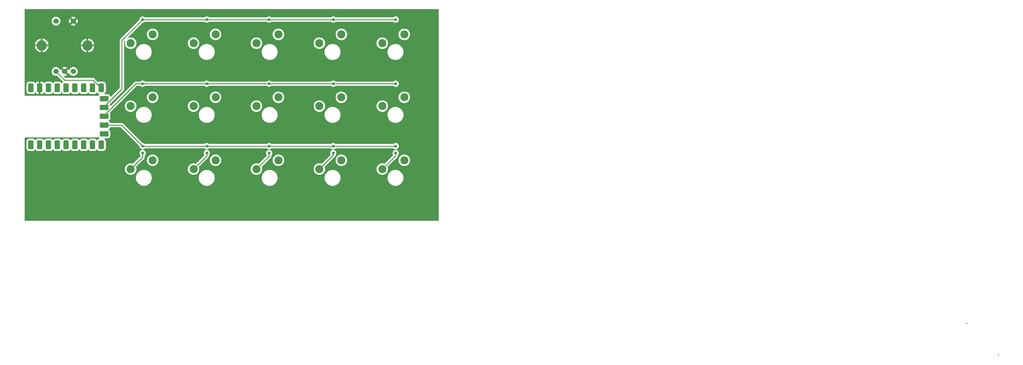
<source format=gbr>
%TF.GenerationSoftware,KiCad,Pcbnew,7.0.8-7.0.8~ubuntu23.04.1*%
%TF.CreationDate,2023-10-31T21:45:29+10:00*%
%TF.ProjectId,SkyMusicPad,536b794d-7573-4696-9350-61642e6b6963,rev?*%
%TF.SameCoordinates,Original*%
%TF.FileFunction,Copper,L1,Top*%
%TF.FilePolarity,Positive*%
%FSLAX46Y46*%
G04 Gerber Fmt 4.6, Leading zero omitted, Abs format (unit mm)*
G04 Created by KiCad (PCBNEW 7.0.8-7.0.8~ubuntu23.04.1) date 2023-10-31 21:45:29*
%MOMM*%
%LPD*%
G01*
G04 APERTURE LIST*
G04 Aperture macros list*
%AMRoundRect*
0 Rectangle with rounded corners*
0 $1 Rounding radius*
0 $2 $3 $4 $5 $6 $7 $8 $9 X,Y pos of 4 corners*
0 Add a 4 corners polygon primitive as box body*
4,1,4,$2,$3,$4,$5,$6,$7,$8,$9,$2,$3,0*
0 Add four circle primitives for the rounded corners*
1,1,$1+$1,$2,$3*
1,1,$1+$1,$4,$5*
1,1,$1+$1,$6,$7*
1,1,$1+$1,$8,$9*
0 Add four rect primitives between the rounded corners*
20,1,$1+$1,$2,$3,$4,$5,0*
20,1,$1+$1,$4,$5,$6,$7,0*
20,1,$1+$1,$6,$7,$8,$9,0*
20,1,$1+$1,$8,$9,$2,$3,0*%
G04 Aperture macros list end*
%TA.AperFunction,NonConductor*%
%ADD10C,0.200000*%
%TD*%
%TA.AperFunction,ComponentPad*%
%ADD11RoundRect,0.400000X-0.400000X0.900000X-0.400000X-0.900000X0.400000X-0.900000X0.400000X0.900000X0*%
%TD*%
%TA.AperFunction,ComponentPad*%
%ADD12RoundRect,0.400050X-0.400050X0.899950X-0.400050X-0.899950X0.400050X-0.899950X0.400050X0.899950X0*%
%TD*%
%TA.AperFunction,ComponentPad*%
%ADD13RoundRect,0.400000X-0.900000X0.400000X-0.900000X-0.400000X0.900000X-0.400000X0.900000X0.400000X0*%
%TD*%
%TA.AperFunction,ComponentPad*%
%ADD14RoundRect,0.393700X-0.906300X0.393700X-0.906300X-0.393700X0.906300X-0.393700X0.906300X0.393700X0*%
%TD*%
%TA.AperFunction,ComponentPad*%
%ADD15C,2.324000*%
%TD*%
%TA.AperFunction,ComponentPad*%
%ADD16C,1.524000*%
%TD*%
%TA.AperFunction,ComponentPad*%
%ADD17O,2.900000X3.000000*%
%TD*%
%TA.AperFunction,ViaPad*%
%ADD18C,0.800000*%
%TD*%
%TA.AperFunction,Conductor*%
%ADD19C,0.250000*%
%TD*%
G04 APERTURE END LIST*
D10*
X300850000Y-129450000D02*
X300850000Y-130000000D01*
X292050000Y-120650000D02*
X291500000Y-120650000D01*
D11*
%TO.P,RZ1,0,GP0*%
%TO.N,unconnected-(RZ1-GP0-Pad0)*%
X21765000Y-69115000D03*
%TO.P,RZ1,1,GP1*%
%TO.N,unconnected-(RZ1-GP1-Pad1)*%
X24305000Y-69115000D03*
%TO.P,RZ1,2,GP2*%
%TO.N,Col4*%
X26845000Y-69115000D03*
%TO.P,RZ1,3,GP3*%
%TO.N,Col3*%
X29385000Y-69115000D03*
%TO.P,RZ1,4,GP4*%
%TO.N,Col2*%
X31925000Y-69115000D03*
D12*
%TO.P,RZ1,5,GP5*%
%TO.N,Col1*%
X34465000Y-69115000D03*
%TO.P,RZ1,6,GP6*%
%TO.N,Col0*%
X37005000Y-69115000D03*
%TO.P,RZ1,7,GP7*%
%TO.N,unconnected-(RZ1-GP7-Pad7)*%
X39545000Y-69115000D03*
%TO.P,RZ1,8,GP8*%
%TO.N,unconnected-(RZ1-GP8-Pad8)*%
X42085000Y-69115000D03*
D13*
%TO.P,RZ1,9,GP9*%
%TO.N,unconnected-(RZ1-GP9-Pad9)*%
X42895000Y-65975000D03*
D14*
%TO.P,RZ1,10,GP10*%
%TO.N,Row2*%
X42895000Y-63435000D03*
%TO.P,RZ1,11,GP11*%
%TO.N,Row1*%
X42895000Y-60895000D03*
%TO.P,RZ1,12,GP12*%
%TO.N,Row0*%
X42895000Y-58355000D03*
%TO.P,RZ1,13,GP13*%
%TO.N,Net-(RZ1-GP13)*%
X42895000Y-55815000D03*
D12*
%TO.P,RZ1,14,GP14*%
%TO.N,Net-(RZ1-GP14)*%
X42085000Y-52675000D03*
%TO.P,RZ1,15,GP15*%
%TO.N,Net-(RZ1-GP15)*%
X39545000Y-52675000D03*
%TO.P,RZ1,26,GP26*%
%TO.N,unconnected-(RZ1-GP26-Pad26)*%
X37005000Y-52675000D03*
%TO.P,RZ1,27,GP27*%
%TO.N,unconnected-(RZ1-GP27-Pad27)*%
X34465000Y-52675000D03*
%TO.P,RZ1,28,GP28*%
%TO.N,unconnected-(RZ1-GP28-Pad28)*%
X31925000Y-52675000D03*
%TO.P,RZ1,29,GP29*%
%TO.N,unconnected-(RZ1-GP29-Pad29)*%
X29385000Y-52675000D03*
%TO.P,RZ1,30,3V3*%
%TO.N,+3.3V*%
X26845000Y-52675000D03*
%TO.P,RZ1,31,GND*%
%TO.N,GND*%
X24305000Y-52675000D03*
%TO.P,RZ1,32,5V*%
%TO.N,+5V*%
X21765000Y-52675000D03*
%TD*%
D15*
%TO.P,S12,1,1*%
%TO.N,Net-(D6-A)*%
X68690000Y-76110000D03*
%TO.P,S12,2,2*%
%TO.N,Col1*%
X75040000Y-73570000D03*
%TD*%
%TO.P,S11,1,1*%
%TO.N,Net-(D3-A)*%
X50540000Y-76110000D03*
%TO.P,S11,2,2*%
%TO.N,Col0*%
X56890000Y-73570000D03*
%TD*%
%TO.P,S9,1,1*%
%TO.N,Net-(D11-A)*%
X104990000Y-57960000D03*
%TO.P,S9,2,2*%
%TO.N,Col3*%
X111340000Y-55420000D03*
%TD*%
%TO.P,S4,1,1*%
%TO.N,Net-(D10-A)*%
X104990000Y-39810000D03*
%TO.P,S4,2,2*%
%TO.N,Col3*%
X111340000Y-37270000D03*
%TD*%
%TO.P,S3,1,1*%
%TO.N,Net-(D7-A)*%
X86840000Y-39810000D03*
%TO.P,S3,2,2*%
%TO.N,Col2*%
X93190000Y-37270000D03*
%TD*%
%TO.P,S6,1,1*%
%TO.N,Net-(D2-A)*%
X50540000Y-57960000D03*
%TO.P,S6,2,2*%
%TO.N,Col0*%
X56890000Y-55420000D03*
%TD*%
%TO.P,S14,1,1*%
%TO.N,Net-(D12-A)*%
X104990000Y-76110000D03*
%TO.P,S14,2,2*%
%TO.N,Col3*%
X111340000Y-73570000D03*
%TD*%
%TO.P,S8,1,1*%
%TO.N,Net-(D8-A)*%
X86840000Y-57960000D03*
%TO.P,S8,2,2*%
%TO.N,Col2*%
X93190000Y-55420000D03*
%TD*%
D16*
%TO.P,SW1,A,A*%
%TO.N,Net-(RZ1-GP14)*%
X29000000Y-47950000D03*
%TO.P,SW1,B,B*%
%TO.N,Net-(RZ1-GP13)*%
X34000000Y-47950000D03*
%TO.P,SW1,C,C*%
%TO.N,GND*%
X31500000Y-47950000D03*
%TO.P,SW1,S1,S1*%
%TO.N,Net-(RZ1-GP15)*%
X29000000Y-33450000D03*
%TO.P,SW1,S2,S2*%
%TO.N,GND*%
X34000000Y-33450000D03*
D17*
%TO.P,SW1,SH,Shell_Ground*%
X24900000Y-40450000D03*
X38100000Y-40450000D03*
%TD*%
D15*
%TO.P,S15,1,1*%
%TO.N,Net-(D15-A)*%
X123140000Y-76110000D03*
%TO.P,S15,2,2*%
%TO.N,Col4*%
X129490000Y-73570000D03*
%TD*%
%TO.P,S13,1,1*%
%TO.N,Net-(D9-A)*%
X86840000Y-76110000D03*
%TO.P,S13,2,2*%
%TO.N,Col2*%
X93190000Y-73570000D03*
%TD*%
%TO.P,S5,1,1*%
%TO.N,Net-(D13-A)*%
X123140000Y-39810000D03*
%TO.P,S5,2,2*%
%TO.N,Col4*%
X129490000Y-37270000D03*
%TD*%
%TO.P,S2,1,1*%
%TO.N,Net-(D4-A)*%
X68690000Y-39810000D03*
%TO.P,S2,2,2*%
%TO.N,Col1*%
X75040000Y-37270000D03*
%TD*%
%TO.P,S1,1,1*%
%TO.N,Net-(D1-A)*%
X50540000Y-39810000D03*
%TO.P,S1,2,2*%
%TO.N,Col0*%
X56890000Y-37270000D03*
%TD*%
%TO.P,S7,1,1*%
%TO.N,Net-(D5-A)*%
X68690000Y-57960000D03*
%TO.P,S7,2,2*%
%TO.N,Col1*%
X75040000Y-55420000D03*
%TD*%
%TO.P,S10,1,1*%
%TO.N,Net-(D14-A)*%
X123140000Y-57960000D03*
%TO.P,S10,2,2*%
%TO.N,Col4*%
X129490000Y-55420000D03*
%TD*%
D18*
%TO.N,Row0*%
X90500000Y-33000000D03*
X109000000Y-33000000D03*
X127000000Y-33000000D03*
X72500000Y-33000000D03*
X54000000Y-33000000D03*
%TO.N,Row1*%
X127000000Y-51500000D03*
X72500000Y-51500000D03*
X109000000Y-51500000D03*
X54000000Y-51500000D03*
X90500000Y-51500000D03*
%TO.N,Row2*%
X90500000Y-69500000D03*
X127000000Y-69500000D03*
X54000000Y-69500000D03*
X109000000Y-69500000D03*
X72500000Y-69500000D03*
%TO.N,Net-(D3-A)*%
X54000000Y-71500000D03*
%TO.N,Net-(D6-A)*%
X72500000Y-71500000D03*
%TO.N,Net-(D9-A)*%
X90500000Y-71500000D03*
%TO.N,Net-(D12-A)*%
X109000000Y-71500000D03*
%TO.N,Net-(D15-A)*%
X127000000Y-71500000D03*
%TD*%
D19*
%TO.N,Row0*%
X48000000Y-39000000D02*
X54000000Y-33000000D01*
X48000000Y-53026395D02*
X48000000Y-39000000D01*
X42295000Y-58355000D02*
X42671395Y-58355000D01*
X54000000Y-33000000D02*
X127000000Y-33000000D01*
X42671395Y-58355000D02*
X48000000Y-53026395D01*
%TO.N,Row1*%
X42671395Y-60895000D02*
X42295000Y-60895000D01*
X54000000Y-51500000D02*
X127000000Y-51500000D01*
X52066395Y-51500000D02*
X42671395Y-60895000D01*
X54000000Y-51500000D02*
X52066395Y-51500000D01*
%TO.N,Row2*%
X47935000Y-63435000D02*
X42295000Y-63435000D01*
X54000000Y-69500000D02*
X47935000Y-63435000D01*
X127000000Y-69500000D02*
X54000000Y-69500000D01*
%TO.N,Net-(RZ1-GP14)*%
X29000000Y-47950000D02*
X31500000Y-50450000D01*
X39645376Y-50450000D02*
X42085000Y-52889624D01*
X31500000Y-50450000D02*
X39645376Y-50450000D01*
X42085000Y-52889624D02*
X42085000Y-53275000D01*
%TO.N,Net-(D3-A)*%
X54000000Y-71500000D02*
X54000000Y-72650000D01*
X54000000Y-72650000D02*
X50540000Y-76110000D01*
%TO.N,Net-(D6-A)*%
X72500000Y-72300000D02*
X68690000Y-76110000D01*
X72500000Y-71500000D02*
X72500000Y-72300000D01*
%TO.N,Net-(D9-A)*%
X90500000Y-72450000D02*
X86840000Y-76110000D01*
X90500000Y-71500000D02*
X90500000Y-72450000D01*
%TO.N,Net-(D12-A)*%
X109000000Y-71500000D02*
X109000000Y-72100000D01*
X109000000Y-72100000D02*
X104990000Y-76110000D01*
%TO.N,Net-(D15-A)*%
X127000000Y-71500000D02*
X127000000Y-72250000D01*
X127000000Y-72250000D02*
X123140000Y-76110000D01*
%TD*%
%TA.AperFunction,Conductor*%
%TO.N,GND*%
G36*
X139342539Y-30020185D02*
G01*
X139388294Y-30072989D01*
X139399500Y-30124500D01*
X139399500Y-90875500D01*
X139379815Y-90942539D01*
X139327011Y-90988294D01*
X139275500Y-90999500D01*
X20124500Y-90999500D01*
X20057461Y-90979815D01*
X20011706Y-90927011D01*
X20000500Y-90875500D01*
X20000500Y-78650000D01*
X52049875Y-78650000D01*
X52069553Y-78950225D01*
X52069555Y-78950237D01*
X52128248Y-79245308D01*
X52128253Y-79245328D01*
X52224958Y-79530212D01*
X52224962Y-79530222D01*
X52358030Y-79800057D01*
X52358034Y-79800064D01*
X52525186Y-80050225D01*
X52723565Y-80276434D01*
X52949774Y-80474813D01*
X53199935Y-80641965D01*
X53199942Y-80641969D01*
X53469777Y-80775037D01*
X53469787Y-80775041D01*
X53754671Y-80871746D01*
X53754675Y-80871747D01*
X53754684Y-80871750D01*
X54049773Y-80930447D01*
X54274859Y-80945200D01*
X54274863Y-80945200D01*
X54425137Y-80945200D01*
X54425141Y-80945200D01*
X54650227Y-80930447D01*
X54945316Y-80871750D01*
X54945328Y-80871746D01*
X55230212Y-80775041D01*
X55230222Y-80775037D01*
X55500062Y-80641967D01*
X55750227Y-80474812D01*
X55976434Y-80276434D01*
X56174812Y-80050227D01*
X56341967Y-79800063D01*
X56475038Y-79530220D01*
X56571750Y-79245316D01*
X56630447Y-78950227D01*
X56650125Y-78650000D01*
X70199875Y-78650000D01*
X70219553Y-78950225D01*
X70219555Y-78950237D01*
X70278248Y-79245308D01*
X70278253Y-79245328D01*
X70374958Y-79530212D01*
X70374962Y-79530222D01*
X70508030Y-79800057D01*
X70508034Y-79800064D01*
X70675186Y-80050225D01*
X70873565Y-80276434D01*
X71099774Y-80474813D01*
X71349935Y-80641965D01*
X71349942Y-80641969D01*
X71619777Y-80775037D01*
X71619787Y-80775041D01*
X71904671Y-80871746D01*
X71904675Y-80871747D01*
X71904684Y-80871750D01*
X72199773Y-80930447D01*
X72424859Y-80945200D01*
X72424863Y-80945200D01*
X72575137Y-80945200D01*
X72575141Y-80945200D01*
X72800227Y-80930447D01*
X73095316Y-80871750D01*
X73095328Y-80871746D01*
X73380212Y-80775041D01*
X73380222Y-80775037D01*
X73650062Y-80641967D01*
X73900227Y-80474812D01*
X74126434Y-80276434D01*
X74324812Y-80050227D01*
X74491967Y-79800063D01*
X74625038Y-79530220D01*
X74721750Y-79245316D01*
X74780447Y-78950227D01*
X74800125Y-78650000D01*
X88349875Y-78650000D01*
X88369553Y-78950225D01*
X88369555Y-78950237D01*
X88428248Y-79245308D01*
X88428253Y-79245328D01*
X88524958Y-79530212D01*
X88524962Y-79530222D01*
X88658030Y-79800057D01*
X88658034Y-79800064D01*
X88825186Y-80050225D01*
X89023565Y-80276434D01*
X89249774Y-80474813D01*
X89499935Y-80641965D01*
X89499942Y-80641969D01*
X89769777Y-80775037D01*
X89769787Y-80775041D01*
X90054671Y-80871746D01*
X90054675Y-80871747D01*
X90054684Y-80871750D01*
X90349773Y-80930447D01*
X90574859Y-80945200D01*
X90574863Y-80945200D01*
X90725137Y-80945200D01*
X90725141Y-80945200D01*
X90950227Y-80930447D01*
X91245316Y-80871750D01*
X91245328Y-80871746D01*
X91530212Y-80775041D01*
X91530222Y-80775037D01*
X91800062Y-80641967D01*
X92050227Y-80474812D01*
X92276434Y-80276434D01*
X92474812Y-80050227D01*
X92641967Y-79800063D01*
X92775038Y-79530220D01*
X92871750Y-79245316D01*
X92930447Y-78950227D01*
X92950125Y-78650000D01*
X106499875Y-78650000D01*
X106519553Y-78950225D01*
X106519555Y-78950237D01*
X106578248Y-79245308D01*
X106578253Y-79245328D01*
X106674958Y-79530212D01*
X106674962Y-79530222D01*
X106808030Y-79800057D01*
X106808034Y-79800064D01*
X106975186Y-80050225D01*
X107173565Y-80276434D01*
X107399774Y-80474813D01*
X107649935Y-80641965D01*
X107649942Y-80641969D01*
X107919777Y-80775037D01*
X107919787Y-80775041D01*
X108204671Y-80871746D01*
X108204675Y-80871747D01*
X108204684Y-80871750D01*
X108499773Y-80930447D01*
X108724859Y-80945200D01*
X108724863Y-80945200D01*
X108875137Y-80945200D01*
X108875141Y-80945200D01*
X109100227Y-80930447D01*
X109395316Y-80871750D01*
X109395328Y-80871746D01*
X109680212Y-80775041D01*
X109680222Y-80775037D01*
X109950062Y-80641967D01*
X110200227Y-80474812D01*
X110426434Y-80276434D01*
X110624812Y-80050227D01*
X110791967Y-79800063D01*
X110925038Y-79530220D01*
X111021750Y-79245316D01*
X111080447Y-78950227D01*
X111100125Y-78650000D01*
X124649875Y-78650000D01*
X124669553Y-78950225D01*
X124669555Y-78950237D01*
X124728248Y-79245308D01*
X124728253Y-79245328D01*
X124824958Y-79530212D01*
X124824962Y-79530222D01*
X124958030Y-79800057D01*
X124958034Y-79800064D01*
X125125186Y-80050225D01*
X125323565Y-80276434D01*
X125549774Y-80474813D01*
X125799935Y-80641965D01*
X125799942Y-80641969D01*
X126069777Y-80775037D01*
X126069787Y-80775041D01*
X126354671Y-80871746D01*
X126354675Y-80871747D01*
X126354684Y-80871750D01*
X126649773Y-80930447D01*
X126874859Y-80945200D01*
X126874863Y-80945200D01*
X127025137Y-80945200D01*
X127025141Y-80945200D01*
X127250227Y-80930447D01*
X127545316Y-80871750D01*
X127545328Y-80871746D01*
X127830212Y-80775041D01*
X127830222Y-80775037D01*
X128100062Y-80641967D01*
X128350227Y-80474812D01*
X128576434Y-80276434D01*
X128774812Y-80050227D01*
X128941967Y-79800063D01*
X129075038Y-79530220D01*
X129171750Y-79245316D01*
X129230447Y-78950227D01*
X129250125Y-78650000D01*
X129230447Y-78349773D01*
X129171750Y-78054684D01*
X129171746Y-78054671D01*
X129075041Y-77769787D01*
X129075037Y-77769777D01*
X128941969Y-77499942D01*
X128941965Y-77499935D01*
X128774813Y-77249774D01*
X128576434Y-77023565D01*
X128350225Y-76825186D01*
X128100064Y-76658034D01*
X128100057Y-76658030D01*
X127830222Y-76524962D01*
X127830212Y-76524958D01*
X127545328Y-76428253D01*
X127545308Y-76428248D01*
X127250237Y-76369555D01*
X127250227Y-76369553D01*
X127025141Y-76354800D01*
X126874859Y-76354800D01*
X126649773Y-76369553D01*
X126649767Y-76369554D01*
X126649762Y-76369555D01*
X126354691Y-76428248D01*
X126354671Y-76428253D01*
X126069787Y-76524958D01*
X126069777Y-76524962D01*
X125799942Y-76658030D01*
X125799935Y-76658034D01*
X125549774Y-76825186D01*
X125323565Y-77023565D01*
X125125189Y-77249771D01*
X124958036Y-77499931D01*
X124958029Y-77499944D01*
X124824962Y-77769777D01*
X124824958Y-77769787D01*
X124728253Y-78054671D01*
X124728248Y-78054691D01*
X124669555Y-78349762D01*
X124669553Y-78349774D01*
X124649875Y-78650000D01*
X111100125Y-78650000D01*
X111080447Y-78349773D01*
X111021750Y-78054684D01*
X111021746Y-78054671D01*
X110925041Y-77769787D01*
X110925037Y-77769777D01*
X110791969Y-77499942D01*
X110791965Y-77499935D01*
X110624813Y-77249774D01*
X110426434Y-77023565D01*
X110200225Y-76825186D01*
X109950064Y-76658034D01*
X109950057Y-76658030D01*
X109680222Y-76524962D01*
X109680212Y-76524958D01*
X109395328Y-76428253D01*
X109395308Y-76428248D01*
X109100237Y-76369555D01*
X109100227Y-76369553D01*
X108875141Y-76354800D01*
X108724859Y-76354800D01*
X108499773Y-76369553D01*
X108499767Y-76369554D01*
X108499762Y-76369555D01*
X108204691Y-76428248D01*
X108204671Y-76428253D01*
X107919787Y-76524958D01*
X107919777Y-76524962D01*
X107649942Y-76658030D01*
X107649935Y-76658034D01*
X107399774Y-76825186D01*
X107173565Y-77023565D01*
X106975189Y-77249771D01*
X106808036Y-77499931D01*
X106808029Y-77499944D01*
X106674962Y-77769777D01*
X106674958Y-77769787D01*
X106578253Y-78054671D01*
X106578248Y-78054691D01*
X106519555Y-78349762D01*
X106519553Y-78349774D01*
X106499875Y-78650000D01*
X92950125Y-78650000D01*
X92930447Y-78349773D01*
X92871750Y-78054684D01*
X92871746Y-78054671D01*
X92775041Y-77769787D01*
X92775037Y-77769777D01*
X92641969Y-77499942D01*
X92641965Y-77499935D01*
X92474813Y-77249774D01*
X92276434Y-77023565D01*
X92050225Y-76825186D01*
X91800064Y-76658034D01*
X91800057Y-76658030D01*
X91530222Y-76524962D01*
X91530212Y-76524958D01*
X91245328Y-76428253D01*
X91245308Y-76428248D01*
X90950237Y-76369555D01*
X90950227Y-76369553D01*
X90725141Y-76354800D01*
X90574859Y-76354800D01*
X90349773Y-76369553D01*
X90349767Y-76369554D01*
X90349762Y-76369555D01*
X90054691Y-76428248D01*
X90054671Y-76428253D01*
X89769787Y-76524958D01*
X89769777Y-76524962D01*
X89499942Y-76658030D01*
X89499935Y-76658034D01*
X89249774Y-76825186D01*
X89023565Y-77023565D01*
X88825189Y-77249771D01*
X88658036Y-77499931D01*
X88658029Y-77499944D01*
X88524962Y-77769777D01*
X88524958Y-77769787D01*
X88428253Y-78054671D01*
X88428248Y-78054691D01*
X88369555Y-78349762D01*
X88369553Y-78349774D01*
X88349875Y-78650000D01*
X74800125Y-78650000D01*
X74780447Y-78349773D01*
X74721750Y-78054684D01*
X74721746Y-78054671D01*
X74625041Y-77769787D01*
X74625037Y-77769777D01*
X74491969Y-77499942D01*
X74491965Y-77499935D01*
X74324813Y-77249774D01*
X74126434Y-77023565D01*
X73900225Y-76825186D01*
X73650064Y-76658034D01*
X73650057Y-76658030D01*
X73380222Y-76524962D01*
X73380212Y-76524958D01*
X73095328Y-76428253D01*
X73095308Y-76428248D01*
X72800237Y-76369555D01*
X72800227Y-76369553D01*
X72575141Y-76354800D01*
X72424859Y-76354800D01*
X72199773Y-76369553D01*
X72199767Y-76369554D01*
X72199762Y-76369555D01*
X71904691Y-76428248D01*
X71904671Y-76428253D01*
X71619787Y-76524958D01*
X71619777Y-76524962D01*
X71349942Y-76658030D01*
X71349935Y-76658034D01*
X71099774Y-76825186D01*
X70873565Y-77023565D01*
X70675189Y-77249771D01*
X70508036Y-77499931D01*
X70508029Y-77499944D01*
X70374962Y-77769777D01*
X70374958Y-77769787D01*
X70278253Y-78054671D01*
X70278248Y-78054691D01*
X70219555Y-78349762D01*
X70219553Y-78349774D01*
X70199875Y-78650000D01*
X56650125Y-78650000D01*
X56630447Y-78349773D01*
X56571750Y-78054684D01*
X56571746Y-78054671D01*
X56475041Y-77769787D01*
X56475037Y-77769777D01*
X56341969Y-77499942D01*
X56341965Y-77499935D01*
X56174813Y-77249774D01*
X55976434Y-77023565D01*
X55750225Y-76825186D01*
X55500064Y-76658034D01*
X55500057Y-76658030D01*
X55230222Y-76524962D01*
X55230212Y-76524958D01*
X54945328Y-76428253D01*
X54945308Y-76428248D01*
X54650237Y-76369555D01*
X54650227Y-76369553D01*
X54425141Y-76354800D01*
X54274859Y-76354800D01*
X54049773Y-76369553D01*
X54049767Y-76369554D01*
X54049762Y-76369555D01*
X53754691Y-76428248D01*
X53754671Y-76428253D01*
X53469787Y-76524958D01*
X53469777Y-76524962D01*
X53199942Y-76658030D01*
X53199935Y-76658034D01*
X52949774Y-76825186D01*
X52723565Y-77023565D01*
X52525189Y-77249771D01*
X52358036Y-77499931D01*
X52358029Y-77499944D01*
X52224962Y-77769777D01*
X52224958Y-77769787D01*
X52128253Y-78054671D01*
X52128248Y-78054691D01*
X52069555Y-78349762D01*
X52069553Y-78349774D01*
X52049875Y-78650000D01*
X20000500Y-78650000D01*
X20000500Y-67124500D01*
X20020185Y-67057461D01*
X20072989Y-67011706D01*
X20124500Y-67000500D01*
X40975240Y-67000500D01*
X40975383Y-67000528D01*
X40975384Y-67000524D01*
X40999997Y-67000539D01*
X41000000Y-67000541D01*
X41000383Y-67000383D01*
X41000500Y-67000099D01*
X41000541Y-67000000D01*
X41000540Y-66999997D01*
X41000583Y-66975889D01*
X41000500Y-66975467D01*
X41000500Y-66923203D01*
X41020185Y-66856164D01*
X41072989Y-66810409D01*
X41142147Y-66800465D01*
X41205703Y-66829490D01*
X41231817Y-66862862D01*
X41232075Y-66862696D01*
X41233967Y-66865609D01*
X41234987Y-66866913D01*
X41235617Y-66868149D01*
X41354743Y-67015257D01*
X41489647Y-67124500D01*
X41495894Y-67129559D01*
X41535605Y-67187046D01*
X41537933Y-67256877D01*
X41502137Y-67316881D01*
X41449952Y-67345700D01*
X41360444Y-67369683D01*
X41191775Y-67455623D01*
X41191773Y-67455624D01*
X41044658Y-67574758D01*
X40925524Y-67721873D01*
X40925484Y-67721953D01*
X40925449Y-67721989D01*
X40921986Y-67727323D01*
X40921010Y-67726689D01*
X40877509Y-67772749D01*
X40809688Y-67789543D01*
X40743553Y-67767005D01*
X40708753Y-67726843D01*
X40708014Y-67727323D01*
X40704559Y-67722002D01*
X40704516Y-67721953D01*
X40704476Y-67721875D01*
X40704475Y-67721873D01*
X40651168Y-67656046D01*
X40585342Y-67574758D01*
X40487918Y-67495865D01*
X40438226Y-67455624D01*
X40438224Y-67455623D01*
X40327214Y-67399062D01*
X40269556Y-67369684D01*
X40180048Y-67345700D01*
X40086701Y-67320687D01*
X40008077Y-67314500D01*
X40008075Y-67314500D01*
X39545000Y-67314500D01*
X39081924Y-67314501D01*
X39081925Y-67314501D01*
X39003300Y-67320687D01*
X38820444Y-67369684D01*
X38651775Y-67455623D01*
X38651773Y-67455624D01*
X38504658Y-67574758D01*
X38385524Y-67721873D01*
X38385484Y-67721953D01*
X38385449Y-67721989D01*
X38381986Y-67727323D01*
X38381010Y-67726689D01*
X38337509Y-67772749D01*
X38269688Y-67789543D01*
X38203553Y-67767005D01*
X38168753Y-67726843D01*
X38168014Y-67727323D01*
X38164559Y-67722002D01*
X38164516Y-67721953D01*
X38164476Y-67721875D01*
X38164475Y-67721873D01*
X38111168Y-67656046D01*
X38045342Y-67574758D01*
X37947918Y-67495865D01*
X37898226Y-67455624D01*
X37898224Y-67455623D01*
X37787214Y-67399062D01*
X37729556Y-67369684D01*
X37640048Y-67345700D01*
X37546701Y-67320687D01*
X37468077Y-67314500D01*
X37468075Y-67314500D01*
X37005000Y-67314500D01*
X36541924Y-67314501D01*
X36541925Y-67314501D01*
X36463300Y-67320687D01*
X36280444Y-67369684D01*
X36111775Y-67455623D01*
X36111773Y-67455624D01*
X35964658Y-67574758D01*
X35845524Y-67721873D01*
X35845484Y-67721953D01*
X35845449Y-67721989D01*
X35841986Y-67727323D01*
X35841010Y-67726689D01*
X35797509Y-67772749D01*
X35729688Y-67789543D01*
X35663553Y-67767005D01*
X35628753Y-67726843D01*
X35628014Y-67727323D01*
X35624559Y-67722002D01*
X35624516Y-67721953D01*
X35624476Y-67721875D01*
X35624475Y-67721873D01*
X35571168Y-67656046D01*
X35505342Y-67574758D01*
X35407918Y-67495865D01*
X35358226Y-67455624D01*
X35358224Y-67455623D01*
X35247214Y-67399062D01*
X35189556Y-67369684D01*
X35100048Y-67345700D01*
X35006701Y-67320687D01*
X34928077Y-67314500D01*
X34928075Y-67314500D01*
X34465000Y-67314500D01*
X34001924Y-67314501D01*
X34001925Y-67314501D01*
X33923300Y-67320687D01*
X33740444Y-67369684D01*
X33571775Y-67455623D01*
X33571773Y-67455624D01*
X33424658Y-67574758D01*
X33305524Y-67721873D01*
X33305518Y-67721883D01*
X33305437Y-67722043D01*
X33305365Y-67722118D01*
X33301986Y-67727323D01*
X33301033Y-67726704D01*
X33257457Y-67772834D01*
X33189634Y-67789622D01*
X33123502Y-67767077D01*
X33088643Y-67726837D01*
X33087925Y-67727304D01*
X33084563Y-67722128D01*
X33084468Y-67722018D01*
X33084383Y-67721851D01*
X32965257Y-67574743D01*
X32867851Y-67495865D01*
X32818146Y-67455614D01*
X32692868Y-67391783D01*
X32649488Y-67369680D01*
X32543924Y-67341394D01*
X32466642Y-67320687D01*
X32388024Y-67314500D01*
X32388021Y-67314500D01*
X31832396Y-67314500D01*
X31461978Y-67314501D01*
X31461979Y-67314501D01*
X31383356Y-67320687D01*
X31200512Y-67369680D01*
X31031853Y-67455614D01*
X30884743Y-67574743D01*
X30765613Y-67721855D01*
X30765482Y-67722114D01*
X30765365Y-67722237D01*
X30762075Y-67727304D01*
X30761148Y-67726702D01*
X30717505Y-67772908D01*
X30649683Y-67789700D01*
X30583549Y-67767159D01*
X30548622Y-67726850D01*
X30547925Y-67727304D01*
X30544663Y-67722281D01*
X30544518Y-67722114D01*
X30544386Y-67721855D01*
X30544383Y-67721851D01*
X30425257Y-67574743D01*
X30327851Y-67495865D01*
X30278146Y-67455614D01*
X30152868Y-67391783D01*
X30109488Y-67369680D01*
X30003924Y-67341394D01*
X29926642Y-67320687D01*
X29848024Y-67314500D01*
X29848021Y-67314500D01*
X29292396Y-67314500D01*
X28921978Y-67314501D01*
X28921979Y-67314501D01*
X28843356Y-67320687D01*
X28660512Y-67369680D01*
X28491853Y-67455614D01*
X28344743Y-67574743D01*
X28225613Y-67721855D01*
X28225482Y-67722114D01*
X28225365Y-67722237D01*
X28222075Y-67727304D01*
X28221148Y-67726702D01*
X28177505Y-67772908D01*
X28109683Y-67789700D01*
X28043549Y-67767159D01*
X28008622Y-67726850D01*
X28007925Y-67727304D01*
X28004663Y-67722281D01*
X28004518Y-67722114D01*
X28004386Y-67721855D01*
X28004383Y-67721851D01*
X27885257Y-67574743D01*
X27787851Y-67495865D01*
X27738146Y-67455614D01*
X27612868Y-67391783D01*
X27569488Y-67369680D01*
X27463924Y-67341394D01*
X27386642Y-67320687D01*
X27308024Y-67314500D01*
X27308021Y-67314500D01*
X26752396Y-67314500D01*
X26381978Y-67314501D01*
X26381979Y-67314501D01*
X26303356Y-67320687D01*
X26120512Y-67369680D01*
X25951853Y-67455614D01*
X25804743Y-67574743D01*
X25685613Y-67721855D01*
X25685482Y-67722114D01*
X25685365Y-67722237D01*
X25682075Y-67727304D01*
X25681148Y-67726702D01*
X25637505Y-67772908D01*
X25569683Y-67789700D01*
X25503549Y-67767159D01*
X25468622Y-67726850D01*
X25467925Y-67727304D01*
X25464663Y-67722281D01*
X25464518Y-67722114D01*
X25464386Y-67721855D01*
X25464383Y-67721851D01*
X25345257Y-67574743D01*
X25247851Y-67495865D01*
X25198146Y-67455614D01*
X25072868Y-67391783D01*
X25029488Y-67369680D01*
X24923924Y-67341394D01*
X24846642Y-67320687D01*
X24768024Y-67314500D01*
X24768021Y-67314500D01*
X24212396Y-67314500D01*
X23841978Y-67314501D01*
X23841979Y-67314501D01*
X23763356Y-67320687D01*
X23580512Y-67369680D01*
X23411853Y-67455614D01*
X23264743Y-67574743D01*
X23145613Y-67721855D01*
X23145482Y-67722114D01*
X23145365Y-67722237D01*
X23142075Y-67727304D01*
X23141148Y-67726702D01*
X23097505Y-67772908D01*
X23029683Y-67789700D01*
X22963549Y-67767159D01*
X22928622Y-67726850D01*
X22927925Y-67727304D01*
X22924663Y-67722281D01*
X22924518Y-67722114D01*
X22924386Y-67721855D01*
X22924383Y-67721851D01*
X22805257Y-67574743D01*
X22707851Y-67495865D01*
X22658146Y-67455614D01*
X22532868Y-67391783D01*
X22489488Y-67369680D01*
X22383924Y-67341394D01*
X22306642Y-67320687D01*
X22228024Y-67314500D01*
X22228021Y-67314500D01*
X21672396Y-67314500D01*
X21301978Y-67314501D01*
X21301979Y-67314501D01*
X21223356Y-67320687D01*
X21040512Y-67369680D01*
X20871853Y-67455614D01*
X20724743Y-67574743D01*
X20605614Y-67721853D01*
X20519680Y-67890512D01*
X20470687Y-68073356D01*
X20470687Y-68073357D01*
X20464500Y-68151976D01*
X20464501Y-70078022D01*
X20464501Y-70078021D01*
X20470687Y-70156643D01*
X20495000Y-70247379D01*
X20519680Y-70339488D01*
X20539665Y-70378710D01*
X20605614Y-70508146D01*
X20654859Y-70568958D01*
X20724743Y-70655257D01*
X20831311Y-70741554D01*
X20871853Y-70774385D01*
X20955371Y-70816938D01*
X21040512Y-70860320D01*
X21223355Y-70909312D01*
X21254804Y-70911787D01*
X21301976Y-70915500D01*
X21301978Y-70915499D01*
X21301979Y-70915500D01*
X21857603Y-70915499D01*
X22228021Y-70915499D01*
X22254228Y-70913436D01*
X22306645Y-70909312D01*
X22489488Y-70860320D01*
X22618008Y-70794835D01*
X22658146Y-70774385D01*
X22658147Y-70774383D01*
X22658149Y-70774383D01*
X22805257Y-70655257D01*
X22924383Y-70508149D01*
X22924514Y-70507892D01*
X22924630Y-70507768D01*
X22927925Y-70502696D01*
X22928852Y-70503298D01*
X22972488Y-70457095D01*
X23040309Y-70440299D01*
X23106444Y-70462835D01*
X23141376Y-70503149D01*
X23142075Y-70502696D01*
X23145340Y-70507724D01*
X23145486Y-70507892D01*
X23145616Y-70508148D01*
X23160830Y-70526935D01*
X23264743Y-70655257D01*
X23371311Y-70741554D01*
X23411853Y-70774385D01*
X23495371Y-70816938D01*
X23580512Y-70860320D01*
X23763355Y-70909312D01*
X23794804Y-70911787D01*
X23841976Y-70915500D01*
X23841978Y-70915499D01*
X23841979Y-70915500D01*
X24397603Y-70915499D01*
X24768021Y-70915499D01*
X24794228Y-70913436D01*
X24846645Y-70909312D01*
X25029488Y-70860320D01*
X25158008Y-70794835D01*
X25198146Y-70774385D01*
X25198147Y-70774383D01*
X25198149Y-70774383D01*
X25345257Y-70655257D01*
X25464383Y-70508149D01*
X25464514Y-70507892D01*
X25464630Y-70507768D01*
X25467925Y-70502696D01*
X25468852Y-70503298D01*
X25512488Y-70457095D01*
X25580309Y-70440299D01*
X25646444Y-70462835D01*
X25681376Y-70503149D01*
X25682075Y-70502696D01*
X25685340Y-70507724D01*
X25685486Y-70507892D01*
X25685616Y-70508148D01*
X25700830Y-70526935D01*
X25804743Y-70655257D01*
X25911311Y-70741554D01*
X25951853Y-70774385D01*
X26035371Y-70816938D01*
X26120512Y-70860320D01*
X26303355Y-70909312D01*
X26334804Y-70911787D01*
X26381976Y-70915500D01*
X26381978Y-70915499D01*
X26381979Y-70915500D01*
X26937603Y-70915499D01*
X27308021Y-70915499D01*
X27334228Y-70913436D01*
X27386645Y-70909312D01*
X27569488Y-70860320D01*
X27698008Y-70794835D01*
X27738146Y-70774385D01*
X27738147Y-70774383D01*
X27738149Y-70774383D01*
X27885257Y-70655257D01*
X28004383Y-70508149D01*
X28004514Y-70507892D01*
X28004630Y-70507768D01*
X28007925Y-70502696D01*
X28008852Y-70503298D01*
X28052488Y-70457095D01*
X28120309Y-70440299D01*
X28186444Y-70462835D01*
X28221376Y-70503149D01*
X28222075Y-70502696D01*
X28225340Y-70507724D01*
X28225486Y-70507892D01*
X28225616Y-70508148D01*
X28240830Y-70526935D01*
X28344743Y-70655257D01*
X28451311Y-70741554D01*
X28491853Y-70774385D01*
X28575371Y-70816938D01*
X28660512Y-70860320D01*
X28843355Y-70909312D01*
X28874804Y-70911787D01*
X28921976Y-70915500D01*
X28921978Y-70915499D01*
X28921979Y-70915500D01*
X29477603Y-70915499D01*
X29848021Y-70915499D01*
X29874228Y-70913436D01*
X29926645Y-70909312D01*
X30109488Y-70860320D01*
X30238008Y-70794835D01*
X30278146Y-70774385D01*
X30278147Y-70774383D01*
X30278149Y-70774383D01*
X30425257Y-70655257D01*
X30544383Y-70508149D01*
X30544514Y-70507892D01*
X30544630Y-70507768D01*
X30547925Y-70502696D01*
X30548852Y-70503298D01*
X30592488Y-70457095D01*
X30660309Y-70440299D01*
X30726444Y-70462835D01*
X30761376Y-70503149D01*
X30762075Y-70502696D01*
X30765340Y-70507724D01*
X30765486Y-70507892D01*
X30765616Y-70508148D01*
X30780830Y-70526935D01*
X30884743Y-70655257D01*
X30991311Y-70741554D01*
X31031853Y-70774385D01*
X31115371Y-70816938D01*
X31200512Y-70860320D01*
X31383355Y-70909312D01*
X31414804Y-70911787D01*
X31461976Y-70915500D01*
X31461978Y-70915499D01*
X31461979Y-70915500D01*
X32017603Y-70915499D01*
X32388021Y-70915499D01*
X32414228Y-70913436D01*
X32466645Y-70909312D01*
X32649488Y-70860320D01*
X32778008Y-70794835D01*
X32818146Y-70774385D01*
X32818147Y-70774383D01*
X32818149Y-70774383D01*
X32965257Y-70655257D01*
X33084383Y-70508149D01*
X33084466Y-70507985D01*
X33084541Y-70507906D01*
X33087925Y-70502696D01*
X33088876Y-70503314D01*
X33132429Y-70457184D01*
X33200247Y-70440376D01*
X33266386Y-70462901D01*
X33301265Y-70503145D01*
X33301986Y-70502677D01*
X33305351Y-70507860D01*
X33305441Y-70507963D01*
X33305522Y-70508122D01*
X33305524Y-70508126D01*
X33320756Y-70526935D01*
X33424658Y-70655242D01*
X33499500Y-70715848D01*
X33571773Y-70774375D01*
X33571775Y-70774376D01*
X33627279Y-70802656D01*
X33740444Y-70860316D01*
X33923297Y-70909312D01*
X33949506Y-70911374D01*
X34001923Y-70915500D01*
X34001924Y-70915499D01*
X34001925Y-70915500D01*
X34464999Y-70915499D01*
X34928075Y-70915499D01*
X34943799Y-70914261D01*
X35006703Y-70909312D01*
X35189556Y-70860316D01*
X35358226Y-70774375D01*
X35505342Y-70655242D01*
X35624475Y-70508126D01*
X35624512Y-70508052D01*
X35624546Y-70508016D01*
X35628014Y-70502677D01*
X35628990Y-70503310D01*
X35672484Y-70457255D01*
X35740304Y-70440455D01*
X35806440Y-70462989D01*
X35841246Y-70503157D01*
X35841986Y-70502677D01*
X35845444Y-70508002D01*
X35845488Y-70508053D01*
X35845526Y-70508128D01*
X35845545Y-70508151D01*
X35964658Y-70655242D01*
X36039500Y-70715848D01*
X36111773Y-70774375D01*
X36111775Y-70774376D01*
X36167279Y-70802656D01*
X36280444Y-70860316D01*
X36463297Y-70909312D01*
X36489506Y-70911374D01*
X36541923Y-70915500D01*
X36541924Y-70915499D01*
X36541925Y-70915500D01*
X37004999Y-70915499D01*
X37468075Y-70915499D01*
X37483799Y-70914261D01*
X37546703Y-70909312D01*
X37729556Y-70860316D01*
X37898226Y-70774375D01*
X38045342Y-70655242D01*
X38164475Y-70508126D01*
X38164512Y-70508052D01*
X38164546Y-70508016D01*
X38168014Y-70502677D01*
X38168990Y-70503310D01*
X38212484Y-70457255D01*
X38280304Y-70440455D01*
X38346440Y-70462989D01*
X38381246Y-70503157D01*
X38381986Y-70502677D01*
X38385444Y-70508002D01*
X38385488Y-70508053D01*
X38385526Y-70508128D01*
X38385545Y-70508151D01*
X38504658Y-70655242D01*
X38579500Y-70715848D01*
X38651773Y-70774375D01*
X38651775Y-70774376D01*
X38707279Y-70802656D01*
X38820444Y-70860316D01*
X39003297Y-70909312D01*
X39029506Y-70911374D01*
X39081923Y-70915500D01*
X39081924Y-70915499D01*
X39081925Y-70915500D01*
X39544999Y-70915499D01*
X40008075Y-70915499D01*
X40023799Y-70914261D01*
X40086703Y-70909312D01*
X40269556Y-70860316D01*
X40438226Y-70774375D01*
X40585342Y-70655242D01*
X40704475Y-70508126D01*
X40704512Y-70508052D01*
X40704546Y-70508016D01*
X40708014Y-70502677D01*
X40708990Y-70503310D01*
X40752484Y-70457255D01*
X40820304Y-70440455D01*
X40886440Y-70462989D01*
X40921246Y-70503157D01*
X40921986Y-70502677D01*
X40925444Y-70508002D01*
X40925488Y-70508053D01*
X40925526Y-70508128D01*
X40925545Y-70508151D01*
X41044658Y-70655242D01*
X41119500Y-70715848D01*
X41191773Y-70774375D01*
X41191775Y-70774376D01*
X41247279Y-70802656D01*
X41360444Y-70860316D01*
X41543297Y-70909312D01*
X41569506Y-70911374D01*
X41621923Y-70915500D01*
X41621924Y-70915499D01*
X41621925Y-70915500D01*
X42084999Y-70915499D01*
X42548075Y-70915499D01*
X42563799Y-70914261D01*
X42626703Y-70909312D01*
X42809556Y-70860316D01*
X42978226Y-70774375D01*
X43125342Y-70655242D01*
X43244475Y-70508126D01*
X43330416Y-70339456D01*
X43379412Y-70156603D01*
X43385596Y-70078022D01*
X43385600Y-70077977D01*
X43385599Y-68152024D01*
X43385599Y-68152025D01*
X43379412Y-68073397D01*
X43330416Y-67890544D01*
X43267470Y-67767005D01*
X43244476Y-67721875D01*
X43244475Y-67721873D01*
X43191168Y-67656046D01*
X43125342Y-67574758D01*
X43027918Y-67495865D01*
X42988206Y-67438377D01*
X42985879Y-67368546D01*
X43021675Y-67308543D01*
X43084229Y-67277417D01*
X43105949Y-67275499D01*
X43858020Y-67275499D01*
X43858021Y-67275499D01*
X43884228Y-67273436D01*
X43936645Y-67269312D01*
X44119488Y-67220320D01*
X44248008Y-67154835D01*
X44288146Y-67134385D01*
X44288147Y-67134383D01*
X44288149Y-67134383D01*
X44435257Y-67015257D01*
X44554383Y-66868149D01*
X44555013Y-66866914D01*
X44583803Y-66810409D01*
X44640320Y-66699488D01*
X44689312Y-66516645D01*
X44695500Y-66438021D01*
X44695499Y-65511980D01*
X44689312Y-65433355D01*
X44640320Y-65250512D01*
X44580897Y-65133887D01*
X44554385Y-65081853D01*
X44509800Y-65026796D01*
X44435257Y-64934743D01*
X44348958Y-64864859D01*
X44288146Y-64815614D01*
X44277921Y-64810405D01*
X44227124Y-64762431D01*
X44210329Y-64694610D01*
X44232866Y-64628475D01*
X44277921Y-64589435D01*
X44290996Y-64582773D01*
X44290997Y-64582771D01*
X44290999Y-64582771D01*
X44437078Y-64464478D01*
X44555371Y-64318399D01*
X44557949Y-64313341D01*
X44595602Y-64239439D01*
X44640706Y-64150918D01*
X44640707Y-64150915D01*
X44643036Y-64144849D01*
X44644557Y-64145433D01*
X44676673Y-64092745D01*
X44739520Y-64062217D01*
X44760082Y-64060500D01*
X47624548Y-64060500D01*
X47691587Y-64080185D01*
X47712229Y-64096819D01*
X53061038Y-69445629D01*
X53094523Y-69506952D01*
X53096678Y-69520348D01*
X53104968Y-69599227D01*
X53114326Y-69688256D01*
X53114327Y-69688259D01*
X53172818Y-69868277D01*
X53172821Y-69868284D01*
X53267467Y-70032216D01*
X53369185Y-70145185D01*
X53394129Y-70172888D01*
X53547265Y-70284148D01*
X53547270Y-70284151D01*
X53720192Y-70361142D01*
X53720197Y-70361144D01*
X53802839Y-70378710D01*
X53864321Y-70411902D01*
X53898097Y-70473065D01*
X53893445Y-70542780D01*
X53851840Y-70598912D01*
X53802839Y-70621290D01*
X53720197Y-70638855D01*
X53720192Y-70638857D01*
X53547270Y-70715848D01*
X53547265Y-70715851D01*
X53394129Y-70827111D01*
X53267466Y-70967785D01*
X53172821Y-71131715D01*
X53172818Y-71131722D01*
X53114327Y-71311740D01*
X53114326Y-71311744D01*
X53094540Y-71500000D01*
X53114326Y-71688256D01*
X53114327Y-71688259D01*
X53172818Y-71868277D01*
X53172820Y-71868281D01*
X53172821Y-71868284D01*
X53267467Y-72032216D01*
X53298608Y-72066801D01*
X53342650Y-72115715D01*
X53372880Y-72178706D01*
X53374500Y-72198687D01*
X53374500Y-72339546D01*
X53354815Y-72406585D01*
X53338181Y-72427227D01*
X51245508Y-74519899D01*
X51184185Y-74553384D01*
X51114493Y-74548400D01*
X51110375Y-74546779D01*
X51055329Y-74523978D01*
X50800873Y-74462889D01*
X50540000Y-74442359D01*
X50279128Y-74462889D01*
X50279124Y-74462889D01*
X50279123Y-74462890D01*
X50151897Y-74493434D01*
X50024666Y-74523980D01*
X49782910Y-74624118D01*
X49782907Y-74624120D01*
X49559789Y-74760846D01*
X49559788Y-74760847D01*
X49360800Y-74930800D01*
X49190847Y-75129788D01*
X49190846Y-75129789D01*
X49054120Y-75352907D01*
X49054118Y-75352910D01*
X48953980Y-75594666D01*
X48892889Y-75849128D01*
X48872359Y-76110000D01*
X48892889Y-76370871D01*
X48953980Y-76625333D01*
X49054118Y-76867089D01*
X49054120Y-76867092D01*
X49190846Y-77090210D01*
X49190847Y-77090211D01*
X49190848Y-77090213D01*
X49190850Y-77090215D01*
X49360800Y-77289200D01*
X49559785Y-77459150D01*
X49559787Y-77459151D01*
X49559788Y-77459152D01*
X49559789Y-77459153D01*
X49782907Y-77595879D01*
X49782910Y-77595881D01*
X50024666Y-77696019D01*
X50024671Y-77696021D01*
X50279123Y-77757110D01*
X50540000Y-77777641D01*
X50800877Y-77757110D01*
X51055329Y-77696021D01*
X51176211Y-77645950D01*
X51297089Y-77595881D01*
X51297090Y-77595880D01*
X51297093Y-77595879D01*
X51520215Y-77459150D01*
X51719200Y-77289200D01*
X51889150Y-77090215D01*
X52025879Y-76867093D01*
X52043238Y-76825186D01*
X52112474Y-76658034D01*
X52126021Y-76625329D01*
X52187110Y-76370877D01*
X52207641Y-76110000D01*
X52187110Y-75849123D01*
X52126021Y-75594671D01*
X52103218Y-75539621D01*
X52095750Y-75470155D01*
X52127025Y-75407676D01*
X52130071Y-75404518D01*
X53964589Y-73570000D01*
X55222359Y-73570000D01*
X55242889Y-73830871D01*
X55303980Y-74085333D01*
X55404118Y-74327089D01*
X55404120Y-74327092D01*
X55540846Y-74550210D01*
X55540847Y-74550211D01*
X55540848Y-74550213D01*
X55540850Y-74550215D01*
X55710800Y-74749200D01*
X55909785Y-74919150D01*
X55909787Y-74919151D01*
X55909788Y-74919152D01*
X55909789Y-74919153D01*
X56132907Y-75055879D01*
X56132910Y-75055881D01*
X56311341Y-75129789D01*
X56374671Y-75156021D01*
X56629123Y-75217110D01*
X56890000Y-75237641D01*
X57150877Y-75217110D01*
X57405329Y-75156021D01*
X57526211Y-75105950D01*
X57647089Y-75055881D01*
X57647090Y-75055880D01*
X57647093Y-75055879D01*
X57870215Y-74919150D01*
X58069200Y-74749200D01*
X58239150Y-74550215D01*
X58375879Y-74327093D01*
X58476021Y-74085329D01*
X58537110Y-73830877D01*
X58557641Y-73570000D01*
X58537110Y-73309123D01*
X58476021Y-73054671D01*
X58451087Y-72994474D01*
X58375881Y-72812910D01*
X58375879Y-72812907D01*
X58239153Y-72589789D01*
X58239152Y-72589788D01*
X58239151Y-72589787D01*
X58239150Y-72589785D01*
X58069200Y-72390800D01*
X57870215Y-72220850D01*
X57870213Y-72220848D01*
X57870211Y-72220847D01*
X57870210Y-72220846D01*
X57647092Y-72084120D01*
X57647089Y-72084118D01*
X57405333Y-71983980D01*
X57383707Y-71978788D01*
X57150877Y-71922890D01*
X57150874Y-71922889D01*
X57150871Y-71922889D01*
X56890000Y-71902359D01*
X56629128Y-71922889D01*
X56629124Y-71922889D01*
X56629123Y-71922890D01*
X56501897Y-71953434D01*
X56374666Y-71983980D01*
X56132910Y-72084118D01*
X56132907Y-72084120D01*
X55909789Y-72220846D01*
X55909788Y-72220847D01*
X55710800Y-72390800D01*
X55540847Y-72589788D01*
X55540846Y-72589789D01*
X55404120Y-72812907D01*
X55404118Y-72812910D01*
X55303980Y-73054666D01*
X55242889Y-73309128D01*
X55222359Y-73570000D01*
X53964589Y-73570000D01*
X54383788Y-73150801D01*
X54396042Y-73140986D01*
X54395859Y-73140764D01*
X54401866Y-73135792D01*
X54401877Y-73135786D01*
X54432775Y-73102882D01*
X54449227Y-73085364D01*
X54459671Y-73074918D01*
X54470120Y-73064471D01*
X54474379Y-73058978D01*
X54478152Y-73054561D01*
X54510062Y-73020582D01*
X54519715Y-73003020D01*
X54530389Y-72986770D01*
X54542673Y-72970936D01*
X54561180Y-72928167D01*
X54563749Y-72922924D01*
X54586196Y-72882093D01*
X54586197Y-72882092D01*
X54591177Y-72862691D01*
X54597478Y-72844288D01*
X54605438Y-72825896D01*
X54612730Y-72779849D01*
X54613911Y-72774152D01*
X54614737Y-72770936D01*
X54625500Y-72729019D01*
X54625500Y-72708983D01*
X54627027Y-72689582D01*
X54630160Y-72669804D01*
X54625775Y-72623415D01*
X54625500Y-72617577D01*
X54625500Y-72198687D01*
X54645185Y-72131648D01*
X54657350Y-72115715D01*
X54685798Y-72084120D01*
X54732533Y-72032216D01*
X54827179Y-71868284D01*
X54885674Y-71688256D01*
X54905460Y-71500000D01*
X54885674Y-71311744D01*
X54827179Y-71131716D01*
X54732533Y-70967784D01*
X54605871Y-70827112D01*
X54605870Y-70827111D01*
X54452734Y-70715851D01*
X54452729Y-70715848D01*
X54279807Y-70638857D01*
X54279800Y-70638855D01*
X54197161Y-70621290D01*
X54135679Y-70588098D01*
X54101902Y-70526935D01*
X54106554Y-70457221D01*
X54148158Y-70401088D01*
X54197161Y-70378710D01*
X54203201Y-70377426D01*
X54279803Y-70361144D01*
X54452730Y-70284151D01*
X54605871Y-70172888D01*
X54608788Y-70169647D01*
X54611600Y-70166526D01*
X54671087Y-70129879D01*
X54703748Y-70125500D01*
X71796252Y-70125500D01*
X71863291Y-70145185D01*
X71888400Y-70166526D01*
X71894126Y-70172885D01*
X71894130Y-70172889D01*
X72047265Y-70284148D01*
X72047270Y-70284151D01*
X72220192Y-70361142D01*
X72220197Y-70361144D01*
X72302839Y-70378710D01*
X72364321Y-70411902D01*
X72398097Y-70473065D01*
X72393445Y-70542780D01*
X72351840Y-70598912D01*
X72302839Y-70621290D01*
X72220197Y-70638855D01*
X72220192Y-70638857D01*
X72047270Y-70715848D01*
X72047265Y-70715851D01*
X71894129Y-70827111D01*
X71767466Y-70967785D01*
X71672821Y-71131715D01*
X71672818Y-71131722D01*
X71614327Y-71311740D01*
X71614326Y-71311744D01*
X71594540Y-71500000D01*
X71614326Y-71688256D01*
X71614327Y-71688259D01*
X71672818Y-71868277D01*
X71672821Y-71868284D01*
X71762251Y-72023182D01*
X71778724Y-72091083D01*
X71755871Y-72157109D01*
X71742545Y-72172863D01*
X69395508Y-74519899D01*
X69334185Y-74553384D01*
X69264493Y-74548400D01*
X69260375Y-74546779D01*
X69205329Y-74523978D01*
X68950873Y-74462889D01*
X68690000Y-74442359D01*
X68429128Y-74462889D01*
X68429124Y-74462889D01*
X68429123Y-74462890D01*
X68301897Y-74493434D01*
X68174666Y-74523980D01*
X67932910Y-74624118D01*
X67932907Y-74624120D01*
X67709789Y-74760846D01*
X67709788Y-74760847D01*
X67510800Y-74930800D01*
X67340847Y-75129788D01*
X67340846Y-75129789D01*
X67204120Y-75352907D01*
X67204118Y-75352910D01*
X67103980Y-75594666D01*
X67042889Y-75849128D01*
X67022359Y-76110000D01*
X67042889Y-76370871D01*
X67103980Y-76625333D01*
X67204118Y-76867089D01*
X67204120Y-76867092D01*
X67340846Y-77090210D01*
X67340847Y-77090211D01*
X67340848Y-77090213D01*
X67340850Y-77090215D01*
X67510800Y-77289200D01*
X67709785Y-77459150D01*
X67709787Y-77459151D01*
X67709788Y-77459152D01*
X67709789Y-77459153D01*
X67932907Y-77595879D01*
X67932910Y-77595881D01*
X68174666Y-77696019D01*
X68174671Y-77696021D01*
X68429123Y-77757110D01*
X68690000Y-77777641D01*
X68950877Y-77757110D01*
X69205329Y-77696021D01*
X69326211Y-77645950D01*
X69447089Y-77595881D01*
X69447090Y-77595880D01*
X69447093Y-77595879D01*
X69670215Y-77459150D01*
X69869200Y-77289200D01*
X70039150Y-77090215D01*
X70175879Y-76867093D01*
X70193238Y-76825186D01*
X70262474Y-76658034D01*
X70276021Y-76625329D01*
X70337110Y-76370877D01*
X70357641Y-76110000D01*
X70337110Y-75849123D01*
X70276021Y-75594671D01*
X70253219Y-75539623D01*
X70245750Y-75470153D01*
X70277025Y-75407674D01*
X70280071Y-75404517D01*
X72114588Y-73570000D01*
X73372359Y-73570000D01*
X73392889Y-73830871D01*
X73453980Y-74085333D01*
X73554118Y-74327089D01*
X73554120Y-74327092D01*
X73690846Y-74550210D01*
X73690847Y-74550211D01*
X73690848Y-74550213D01*
X73690850Y-74550215D01*
X73860800Y-74749200D01*
X74059785Y-74919150D01*
X74059787Y-74919151D01*
X74059788Y-74919152D01*
X74059789Y-74919153D01*
X74282907Y-75055879D01*
X74282910Y-75055881D01*
X74461341Y-75129789D01*
X74524671Y-75156021D01*
X74779123Y-75217110D01*
X75040000Y-75237641D01*
X75300877Y-75217110D01*
X75555329Y-75156021D01*
X75676211Y-75105950D01*
X75797089Y-75055881D01*
X75797090Y-75055880D01*
X75797093Y-75055879D01*
X76020215Y-74919150D01*
X76219200Y-74749200D01*
X76389150Y-74550215D01*
X76525879Y-74327093D01*
X76626021Y-74085329D01*
X76687110Y-73830877D01*
X76707641Y-73570000D01*
X76687110Y-73309123D01*
X76626021Y-73054671D01*
X76601087Y-72994474D01*
X76525881Y-72812910D01*
X76525879Y-72812907D01*
X76389153Y-72589789D01*
X76389152Y-72589788D01*
X76389151Y-72589787D01*
X76389150Y-72589785D01*
X76219200Y-72390800D01*
X76020215Y-72220850D01*
X76020213Y-72220848D01*
X76020211Y-72220847D01*
X76020210Y-72220846D01*
X75797092Y-72084120D01*
X75797089Y-72084118D01*
X75555333Y-71983980D01*
X75533707Y-71978788D01*
X75300877Y-71922890D01*
X75300874Y-71922889D01*
X75300871Y-71922889D01*
X75040000Y-71902359D01*
X74779128Y-71922889D01*
X74779124Y-71922889D01*
X74779123Y-71922890D01*
X74651897Y-71953434D01*
X74524666Y-71983980D01*
X74282910Y-72084118D01*
X74282907Y-72084120D01*
X74059789Y-72220846D01*
X74059788Y-72220847D01*
X73860800Y-72390800D01*
X73690847Y-72589788D01*
X73690846Y-72589789D01*
X73554120Y-72812907D01*
X73554118Y-72812910D01*
X73453980Y-73054666D01*
X73392889Y-73309128D01*
X73372359Y-73570000D01*
X72114588Y-73570000D01*
X72883786Y-72800802D01*
X72896048Y-72790980D01*
X72895865Y-72790759D01*
X72901867Y-72785792D01*
X72901877Y-72785786D01*
X72949241Y-72735348D01*
X72970120Y-72714470D01*
X72974376Y-72708983D01*
X72978150Y-72704563D01*
X73010062Y-72670582D01*
X73019714Y-72653023D01*
X73030389Y-72636772D01*
X73042674Y-72620936D01*
X73061186Y-72578152D01*
X73063742Y-72572935D01*
X73086197Y-72532092D01*
X73091180Y-72512680D01*
X73097477Y-72494291D01*
X73105438Y-72475895D01*
X73112729Y-72429853D01*
X73113908Y-72424162D01*
X73125500Y-72379019D01*
X73125500Y-72358983D01*
X73127027Y-72339582D01*
X73128213Y-72332095D01*
X73130160Y-72319804D01*
X73125775Y-72273415D01*
X73125500Y-72267577D01*
X73125500Y-72198687D01*
X73145185Y-72131648D01*
X73157350Y-72115715D01*
X73185798Y-72084120D01*
X73232533Y-72032216D01*
X73327179Y-71868284D01*
X73385674Y-71688256D01*
X73405460Y-71500000D01*
X73385674Y-71311744D01*
X73327179Y-71131716D01*
X73232533Y-70967784D01*
X73105871Y-70827112D01*
X73105870Y-70827111D01*
X72952734Y-70715851D01*
X72952729Y-70715848D01*
X72779807Y-70638857D01*
X72779800Y-70638855D01*
X72697161Y-70621290D01*
X72635679Y-70588098D01*
X72601902Y-70526935D01*
X72606554Y-70457221D01*
X72648158Y-70401088D01*
X72697161Y-70378710D01*
X72703201Y-70377426D01*
X72779803Y-70361144D01*
X72952730Y-70284151D01*
X73105871Y-70172888D01*
X73108788Y-70169647D01*
X73111600Y-70166526D01*
X73171087Y-70129879D01*
X73203748Y-70125500D01*
X89796252Y-70125500D01*
X89863291Y-70145185D01*
X89888400Y-70166526D01*
X89894126Y-70172885D01*
X89894130Y-70172889D01*
X90047265Y-70284148D01*
X90047270Y-70284151D01*
X90220192Y-70361142D01*
X90220197Y-70361144D01*
X90302839Y-70378710D01*
X90364321Y-70411902D01*
X90398097Y-70473065D01*
X90393445Y-70542780D01*
X90351840Y-70598912D01*
X90302839Y-70621290D01*
X90220197Y-70638855D01*
X90220192Y-70638857D01*
X90047270Y-70715848D01*
X90047265Y-70715851D01*
X89894129Y-70827111D01*
X89767466Y-70967785D01*
X89672821Y-71131715D01*
X89672818Y-71131722D01*
X89614327Y-71311740D01*
X89614326Y-71311744D01*
X89594540Y-71500000D01*
X89614326Y-71688256D01*
X89614327Y-71688259D01*
X89672818Y-71868277D01*
X89672820Y-71868281D01*
X89672821Y-71868284D01*
X89767467Y-72032216D01*
X89779940Y-72046068D01*
X89814629Y-72084595D01*
X89844859Y-72147587D01*
X89836233Y-72216922D01*
X89810160Y-72255248D01*
X87545508Y-74519899D01*
X87484185Y-74553384D01*
X87414493Y-74548400D01*
X87410375Y-74546779D01*
X87355329Y-74523978D01*
X87100873Y-74462889D01*
X86840000Y-74442359D01*
X86579128Y-74462889D01*
X86579124Y-74462889D01*
X86579123Y-74462890D01*
X86451897Y-74493434D01*
X86324666Y-74523980D01*
X86082910Y-74624118D01*
X86082907Y-74624120D01*
X85859789Y-74760846D01*
X85859788Y-74760847D01*
X85660800Y-74930800D01*
X85490847Y-75129788D01*
X85490846Y-75129789D01*
X85354120Y-75352907D01*
X85354118Y-75352910D01*
X85253980Y-75594666D01*
X85192889Y-75849128D01*
X85172359Y-76110000D01*
X85192889Y-76370871D01*
X85253980Y-76625333D01*
X85354118Y-76867089D01*
X85354120Y-76867092D01*
X85490846Y-77090210D01*
X85490847Y-77090211D01*
X85490848Y-77090213D01*
X85490850Y-77090215D01*
X85660800Y-77289200D01*
X85859785Y-77459150D01*
X85859787Y-77459151D01*
X85859788Y-77459152D01*
X85859789Y-77459153D01*
X86082907Y-77595879D01*
X86082910Y-77595881D01*
X86324666Y-77696019D01*
X86324671Y-77696021D01*
X86579123Y-77757110D01*
X86840000Y-77777641D01*
X87100877Y-77757110D01*
X87355329Y-77696021D01*
X87476211Y-77645950D01*
X87597089Y-77595881D01*
X87597090Y-77595880D01*
X87597093Y-77595879D01*
X87820215Y-77459150D01*
X88019200Y-77289200D01*
X88189150Y-77090215D01*
X88325879Y-76867093D01*
X88343238Y-76825186D01*
X88412474Y-76658034D01*
X88426021Y-76625329D01*
X88487110Y-76370877D01*
X88507641Y-76110000D01*
X88487110Y-75849123D01*
X88426021Y-75594671D01*
X88403219Y-75539623D01*
X88395750Y-75470153D01*
X88427025Y-75407674D01*
X88430071Y-75404517D01*
X90264588Y-73570000D01*
X91522359Y-73570000D01*
X91542889Y-73830871D01*
X91603980Y-74085333D01*
X91704118Y-74327089D01*
X91704120Y-74327092D01*
X91840846Y-74550210D01*
X91840847Y-74550211D01*
X91840848Y-74550213D01*
X91840850Y-74550215D01*
X92010800Y-74749200D01*
X92209785Y-74919150D01*
X92209787Y-74919151D01*
X92209788Y-74919152D01*
X92209789Y-74919153D01*
X92432907Y-75055879D01*
X92432910Y-75055881D01*
X92611341Y-75129789D01*
X92674671Y-75156021D01*
X92929123Y-75217110D01*
X93190000Y-75237641D01*
X93450877Y-75217110D01*
X93705329Y-75156021D01*
X93826211Y-75105950D01*
X93947089Y-75055881D01*
X93947090Y-75055880D01*
X93947093Y-75055879D01*
X94170215Y-74919150D01*
X94369200Y-74749200D01*
X94539150Y-74550215D01*
X94675879Y-74327093D01*
X94776021Y-74085329D01*
X94837110Y-73830877D01*
X94857641Y-73570000D01*
X94837110Y-73309123D01*
X94776021Y-73054671D01*
X94751087Y-72994474D01*
X94675881Y-72812910D01*
X94675879Y-72812907D01*
X94539153Y-72589789D01*
X94539152Y-72589788D01*
X94539151Y-72589787D01*
X94539150Y-72589785D01*
X94369200Y-72390800D01*
X94170215Y-72220850D01*
X94170213Y-72220848D01*
X94170211Y-72220847D01*
X94170210Y-72220846D01*
X93947092Y-72084120D01*
X93947089Y-72084118D01*
X93705333Y-71983980D01*
X93683707Y-71978788D01*
X93450877Y-71922890D01*
X93450874Y-71922889D01*
X93450871Y-71922889D01*
X93190000Y-71902359D01*
X92929128Y-71922889D01*
X92929124Y-71922889D01*
X92929123Y-71922890D01*
X92801897Y-71953434D01*
X92674666Y-71983980D01*
X92432910Y-72084118D01*
X92432907Y-72084120D01*
X92209789Y-72220846D01*
X92209788Y-72220847D01*
X92010800Y-72390800D01*
X91840847Y-72589788D01*
X91840846Y-72589789D01*
X91704120Y-72812907D01*
X91704118Y-72812910D01*
X91603980Y-73054666D01*
X91542889Y-73309128D01*
X91522359Y-73570000D01*
X90264588Y-73570000D01*
X90883786Y-72950802D01*
X90896048Y-72940980D01*
X90895865Y-72940759D01*
X90901867Y-72935792D01*
X90901877Y-72935786D01*
X90949241Y-72885348D01*
X90970120Y-72864470D01*
X90974373Y-72858986D01*
X90978150Y-72854563D01*
X91010062Y-72820582D01*
X91019714Y-72803023D01*
X91030389Y-72786772D01*
X91042674Y-72770936D01*
X91061186Y-72728152D01*
X91063742Y-72722935D01*
X91086197Y-72682092D01*
X91091180Y-72662680D01*
X91097477Y-72644291D01*
X91105438Y-72625895D01*
X91112729Y-72579853D01*
X91113908Y-72574162D01*
X91125500Y-72529019D01*
X91125500Y-72508983D01*
X91127027Y-72489582D01*
X91128213Y-72482095D01*
X91130160Y-72469804D01*
X91125775Y-72423415D01*
X91125500Y-72417577D01*
X91125500Y-72198687D01*
X91145185Y-72131648D01*
X91157350Y-72115715D01*
X91185798Y-72084120D01*
X91232533Y-72032216D01*
X91327179Y-71868284D01*
X91385674Y-71688256D01*
X91405460Y-71500000D01*
X91385674Y-71311744D01*
X91327179Y-71131716D01*
X91232533Y-70967784D01*
X91105871Y-70827112D01*
X91105870Y-70827111D01*
X90952734Y-70715851D01*
X90952729Y-70715848D01*
X90779807Y-70638857D01*
X90779800Y-70638855D01*
X90697161Y-70621290D01*
X90635679Y-70588098D01*
X90601902Y-70526935D01*
X90606554Y-70457221D01*
X90648158Y-70401088D01*
X90697161Y-70378710D01*
X90703201Y-70377426D01*
X90779803Y-70361144D01*
X90952730Y-70284151D01*
X91105871Y-70172888D01*
X91108788Y-70169647D01*
X91111600Y-70166526D01*
X91171087Y-70129879D01*
X91203748Y-70125500D01*
X108296252Y-70125500D01*
X108363291Y-70145185D01*
X108388400Y-70166526D01*
X108394126Y-70172885D01*
X108394130Y-70172889D01*
X108547265Y-70284148D01*
X108547270Y-70284151D01*
X108720192Y-70361142D01*
X108720197Y-70361144D01*
X108802839Y-70378710D01*
X108864321Y-70411902D01*
X108898097Y-70473065D01*
X108893445Y-70542780D01*
X108851840Y-70598912D01*
X108802839Y-70621290D01*
X108720197Y-70638855D01*
X108720192Y-70638857D01*
X108547270Y-70715848D01*
X108547265Y-70715851D01*
X108394129Y-70827111D01*
X108267466Y-70967785D01*
X108172821Y-71131715D01*
X108172818Y-71131722D01*
X108114327Y-71311740D01*
X108114326Y-71311744D01*
X108094540Y-71500000D01*
X108114326Y-71688256D01*
X108114327Y-71688259D01*
X108172820Y-71868284D01*
X108189046Y-71896388D01*
X108205517Y-71964289D01*
X108182664Y-72030315D01*
X108169339Y-72046068D01*
X105695508Y-74519899D01*
X105634185Y-74553384D01*
X105564493Y-74548400D01*
X105560375Y-74546779D01*
X105505329Y-74523978D01*
X105250873Y-74462889D01*
X104990000Y-74442359D01*
X104729128Y-74462889D01*
X104729124Y-74462889D01*
X104729123Y-74462890D01*
X104601897Y-74493434D01*
X104474666Y-74523980D01*
X104232910Y-74624118D01*
X104232907Y-74624120D01*
X104009789Y-74760846D01*
X104009788Y-74760847D01*
X103810800Y-74930800D01*
X103640847Y-75129788D01*
X103640846Y-75129789D01*
X103504120Y-75352907D01*
X103504118Y-75352910D01*
X103403980Y-75594666D01*
X103342889Y-75849128D01*
X103322359Y-76110000D01*
X103342889Y-76370871D01*
X103403980Y-76625333D01*
X103504118Y-76867089D01*
X103504120Y-76867092D01*
X103640846Y-77090210D01*
X103640847Y-77090211D01*
X103640848Y-77090213D01*
X103640850Y-77090215D01*
X103810800Y-77289200D01*
X104009785Y-77459150D01*
X104009787Y-77459151D01*
X104009788Y-77459152D01*
X104009789Y-77459153D01*
X104232907Y-77595879D01*
X104232910Y-77595881D01*
X104474666Y-77696019D01*
X104474671Y-77696021D01*
X104729123Y-77757110D01*
X104990000Y-77777641D01*
X105250877Y-77757110D01*
X105505329Y-77696021D01*
X105626211Y-77645950D01*
X105747089Y-77595881D01*
X105747090Y-77595880D01*
X105747093Y-77595879D01*
X105970215Y-77459150D01*
X106169200Y-77289200D01*
X106339150Y-77090215D01*
X106475879Y-76867093D01*
X106493238Y-76825186D01*
X106562474Y-76658034D01*
X106576021Y-76625329D01*
X106637110Y-76370877D01*
X106657641Y-76110000D01*
X106637110Y-75849123D01*
X106576021Y-75594671D01*
X106553218Y-75539621D01*
X106545750Y-75470155D01*
X106577025Y-75407676D01*
X106580071Y-75404518D01*
X108414589Y-73570000D01*
X109672359Y-73570000D01*
X109692889Y-73830871D01*
X109753980Y-74085333D01*
X109854118Y-74327089D01*
X109854120Y-74327092D01*
X109990846Y-74550210D01*
X109990847Y-74550211D01*
X109990848Y-74550213D01*
X109990850Y-74550215D01*
X110160800Y-74749200D01*
X110359785Y-74919150D01*
X110359787Y-74919151D01*
X110359788Y-74919152D01*
X110359789Y-74919153D01*
X110582907Y-75055879D01*
X110582910Y-75055881D01*
X110761341Y-75129789D01*
X110824671Y-75156021D01*
X111079123Y-75217110D01*
X111340000Y-75237641D01*
X111600877Y-75217110D01*
X111855329Y-75156021D01*
X111976211Y-75105950D01*
X112097089Y-75055881D01*
X112097090Y-75055880D01*
X112097093Y-75055879D01*
X112320215Y-74919150D01*
X112519200Y-74749200D01*
X112689150Y-74550215D01*
X112825879Y-74327093D01*
X112926021Y-74085329D01*
X112987110Y-73830877D01*
X113007641Y-73570000D01*
X112987110Y-73309123D01*
X112926021Y-73054671D01*
X112901087Y-72994474D01*
X112825881Y-72812910D01*
X112825879Y-72812907D01*
X112689153Y-72589789D01*
X112689152Y-72589788D01*
X112689151Y-72589787D01*
X112689150Y-72589785D01*
X112519200Y-72390800D01*
X112320215Y-72220850D01*
X112320213Y-72220848D01*
X112320211Y-72220847D01*
X112320210Y-72220846D01*
X112097092Y-72084120D01*
X112097089Y-72084118D01*
X111855333Y-71983980D01*
X111833707Y-71978788D01*
X111600877Y-71922890D01*
X111600874Y-71922889D01*
X111600871Y-71922889D01*
X111340000Y-71902359D01*
X111079128Y-71922889D01*
X111079124Y-71922889D01*
X111079123Y-71922890D01*
X110951897Y-71953434D01*
X110824666Y-71983980D01*
X110582910Y-72084118D01*
X110582907Y-72084120D01*
X110359789Y-72220846D01*
X110359788Y-72220847D01*
X110160800Y-72390800D01*
X109990847Y-72589788D01*
X109990846Y-72589789D01*
X109854120Y-72812907D01*
X109854118Y-72812910D01*
X109753980Y-73054666D01*
X109692889Y-73309128D01*
X109672359Y-73570000D01*
X108414589Y-73570000D01*
X109383788Y-72600801D01*
X109396042Y-72590986D01*
X109395859Y-72590764D01*
X109401866Y-72585792D01*
X109401877Y-72585786D01*
X109432775Y-72552882D01*
X109449227Y-72535364D01*
X109459671Y-72524918D01*
X109470120Y-72514471D01*
X109474379Y-72508978D01*
X109478152Y-72504561D01*
X109510062Y-72470582D01*
X109519713Y-72453024D01*
X109530396Y-72436761D01*
X109542673Y-72420936D01*
X109561185Y-72378153D01*
X109563738Y-72372941D01*
X109586197Y-72332092D01*
X109591180Y-72312680D01*
X109597481Y-72294280D01*
X109605437Y-72275896D01*
X109612729Y-72229852D01*
X109613906Y-72224171D01*
X109625500Y-72179019D01*
X109625500Y-72179017D01*
X109627440Y-72171462D01*
X109630357Y-72172211D01*
X109652624Y-72121087D01*
X109655606Y-72117651D01*
X109685797Y-72084121D01*
X109732533Y-72032216D01*
X109827179Y-71868284D01*
X109885674Y-71688256D01*
X109905460Y-71500000D01*
X109885674Y-71311744D01*
X109827179Y-71131716D01*
X109732533Y-70967784D01*
X109605871Y-70827112D01*
X109605870Y-70827111D01*
X109452734Y-70715851D01*
X109452729Y-70715848D01*
X109279807Y-70638857D01*
X109279800Y-70638855D01*
X109197161Y-70621290D01*
X109135679Y-70588098D01*
X109101902Y-70526935D01*
X109106554Y-70457221D01*
X109148158Y-70401088D01*
X109197161Y-70378710D01*
X109203201Y-70377426D01*
X109279803Y-70361144D01*
X109452730Y-70284151D01*
X109605871Y-70172888D01*
X109608788Y-70169647D01*
X109611600Y-70166526D01*
X109671087Y-70129879D01*
X109703748Y-70125500D01*
X126296252Y-70125500D01*
X126363291Y-70145185D01*
X126388400Y-70166526D01*
X126394126Y-70172885D01*
X126394130Y-70172889D01*
X126547265Y-70284148D01*
X126547270Y-70284151D01*
X126720192Y-70361142D01*
X126720197Y-70361144D01*
X126802839Y-70378710D01*
X126864321Y-70411902D01*
X126898097Y-70473065D01*
X126893445Y-70542780D01*
X126851840Y-70598912D01*
X126802839Y-70621290D01*
X126720197Y-70638855D01*
X126720192Y-70638857D01*
X126547270Y-70715848D01*
X126547265Y-70715851D01*
X126394129Y-70827111D01*
X126267466Y-70967785D01*
X126172821Y-71131715D01*
X126172818Y-71131722D01*
X126114327Y-71311740D01*
X126114326Y-71311744D01*
X126094540Y-71500000D01*
X126114326Y-71688256D01*
X126114327Y-71688259D01*
X126172818Y-71868277D01*
X126172820Y-71868281D01*
X126172821Y-71868284D01*
X126204347Y-71922889D01*
X126243950Y-71991484D01*
X126260422Y-72059384D01*
X126237569Y-72125411D01*
X126224243Y-72141164D01*
X123845508Y-74519899D01*
X123784185Y-74553384D01*
X123714493Y-74548400D01*
X123710375Y-74546779D01*
X123655329Y-74523978D01*
X123400873Y-74462889D01*
X123140000Y-74442359D01*
X122879128Y-74462889D01*
X122879124Y-74462889D01*
X122879123Y-74462890D01*
X122751897Y-74493434D01*
X122624666Y-74523980D01*
X122382910Y-74624118D01*
X122382907Y-74624120D01*
X122159789Y-74760846D01*
X122159788Y-74760847D01*
X121960800Y-74930800D01*
X121790847Y-75129788D01*
X121790846Y-75129789D01*
X121654120Y-75352907D01*
X121654118Y-75352910D01*
X121553980Y-75594666D01*
X121492889Y-75849128D01*
X121472359Y-76110000D01*
X121492889Y-76370871D01*
X121553980Y-76625333D01*
X121654118Y-76867089D01*
X121654120Y-76867092D01*
X121790846Y-77090210D01*
X121790847Y-77090211D01*
X121790848Y-77090213D01*
X121790850Y-77090215D01*
X121960800Y-77289200D01*
X122159785Y-77459150D01*
X122159787Y-77459151D01*
X122159788Y-77459152D01*
X122159789Y-77459153D01*
X122382907Y-77595879D01*
X122382910Y-77595881D01*
X122624666Y-77696019D01*
X122624671Y-77696021D01*
X122879123Y-77757110D01*
X123140000Y-77777641D01*
X123400877Y-77757110D01*
X123655329Y-77696021D01*
X123776211Y-77645950D01*
X123897089Y-77595881D01*
X123897090Y-77595880D01*
X123897093Y-77595879D01*
X124120215Y-77459150D01*
X124319200Y-77289200D01*
X124489150Y-77090215D01*
X124625879Y-76867093D01*
X124643238Y-76825186D01*
X124712474Y-76658034D01*
X124726021Y-76625329D01*
X124787110Y-76370877D01*
X124807641Y-76110000D01*
X124787110Y-75849123D01*
X124726021Y-75594671D01*
X124703218Y-75539621D01*
X124695750Y-75470155D01*
X124727025Y-75407676D01*
X124730071Y-75404518D01*
X126564589Y-73570000D01*
X127822359Y-73570000D01*
X127842889Y-73830871D01*
X127903980Y-74085333D01*
X128004118Y-74327089D01*
X128004120Y-74327092D01*
X128140846Y-74550210D01*
X128140847Y-74550211D01*
X128140848Y-74550213D01*
X128140850Y-74550215D01*
X128310800Y-74749200D01*
X128509785Y-74919150D01*
X128509787Y-74919151D01*
X128509788Y-74919152D01*
X128509789Y-74919153D01*
X128732907Y-75055879D01*
X128732910Y-75055881D01*
X128911341Y-75129789D01*
X128974671Y-75156021D01*
X129229123Y-75217110D01*
X129490000Y-75237641D01*
X129750877Y-75217110D01*
X130005329Y-75156021D01*
X130126211Y-75105950D01*
X130247089Y-75055881D01*
X130247090Y-75055880D01*
X130247093Y-75055879D01*
X130470215Y-74919150D01*
X130669200Y-74749200D01*
X130839150Y-74550215D01*
X130975879Y-74327093D01*
X131076021Y-74085329D01*
X131137110Y-73830877D01*
X131157641Y-73570000D01*
X131137110Y-73309123D01*
X131076021Y-73054671D01*
X131051087Y-72994474D01*
X130975881Y-72812910D01*
X130975879Y-72812907D01*
X130839153Y-72589789D01*
X130839152Y-72589788D01*
X130839151Y-72589787D01*
X130839150Y-72589785D01*
X130669200Y-72390800D01*
X130470215Y-72220850D01*
X130470213Y-72220848D01*
X130470211Y-72220847D01*
X130470210Y-72220846D01*
X130247092Y-72084120D01*
X130247089Y-72084118D01*
X130005333Y-71983980D01*
X129983707Y-71978788D01*
X129750877Y-71922890D01*
X129750874Y-71922889D01*
X129750871Y-71922889D01*
X129490000Y-71902359D01*
X129229128Y-71922889D01*
X129229124Y-71922889D01*
X129229123Y-71922890D01*
X129101897Y-71953434D01*
X128974666Y-71983980D01*
X128732910Y-72084118D01*
X128732907Y-72084120D01*
X128509789Y-72220846D01*
X128509788Y-72220847D01*
X128310800Y-72390800D01*
X128140847Y-72589788D01*
X128140846Y-72589789D01*
X128004120Y-72812907D01*
X128004118Y-72812910D01*
X127903980Y-73054666D01*
X127842889Y-73309128D01*
X127822359Y-73570000D01*
X126564589Y-73570000D01*
X127383788Y-72750801D01*
X127396042Y-72740986D01*
X127395859Y-72740764D01*
X127401866Y-72735792D01*
X127401877Y-72735786D01*
X127436209Y-72699226D01*
X127449227Y-72685364D01*
X127459671Y-72674918D01*
X127470120Y-72664471D01*
X127474379Y-72658978D01*
X127478152Y-72654561D01*
X127510062Y-72620582D01*
X127519713Y-72603024D01*
X127530396Y-72586761D01*
X127542673Y-72570936D01*
X127561185Y-72528153D01*
X127563738Y-72522941D01*
X127586197Y-72482092D01*
X127591180Y-72462680D01*
X127597481Y-72444280D01*
X127605437Y-72425896D01*
X127612729Y-72379852D01*
X127613906Y-72374171D01*
X127625500Y-72329019D01*
X127625500Y-72308983D01*
X127627027Y-72289582D01*
X127630160Y-72269804D01*
X127625775Y-72223415D01*
X127625500Y-72217577D01*
X127625500Y-72198687D01*
X127645185Y-72131648D01*
X127657350Y-72115715D01*
X127685798Y-72084120D01*
X127732533Y-72032216D01*
X127827179Y-71868284D01*
X127885674Y-71688256D01*
X127905460Y-71500000D01*
X127885674Y-71311744D01*
X127827179Y-71131716D01*
X127732533Y-70967784D01*
X127605871Y-70827112D01*
X127605870Y-70827111D01*
X127452734Y-70715851D01*
X127452729Y-70715848D01*
X127279807Y-70638857D01*
X127279800Y-70638855D01*
X127197161Y-70621290D01*
X127135679Y-70588098D01*
X127101902Y-70526935D01*
X127106554Y-70457221D01*
X127148158Y-70401088D01*
X127197161Y-70378710D01*
X127203201Y-70377426D01*
X127279803Y-70361144D01*
X127452730Y-70284151D01*
X127605871Y-70172888D01*
X127732533Y-70032216D01*
X127827179Y-69868284D01*
X127885674Y-69688256D01*
X127905460Y-69500000D01*
X127885674Y-69311744D01*
X127827179Y-69131716D01*
X127732533Y-68967784D01*
X127605871Y-68827112D01*
X127605870Y-68827111D01*
X127452734Y-68715851D01*
X127452729Y-68715848D01*
X127279807Y-68638857D01*
X127279802Y-68638855D01*
X127134001Y-68607865D01*
X127094646Y-68599500D01*
X126905354Y-68599500D01*
X126872897Y-68606398D01*
X126720197Y-68638855D01*
X126720192Y-68638857D01*
X126547270Y-68715848D01*
X126547265Y-68715851D01*
X126394130Y-68827110D01*
X126394126Y-68827114D01*
X126388400Y-68833474D01*
X126328913Y-68870121D01*
X126296252Y-68874500D01*
X109703748Y-68874500D01*
X109636709Y-68854815D01*
X109611600Y-68833474D01*
X109605873Y-68827114D01*
X109605869Y-68827110D01*
X109452734Y-68715851D01*
X109452729Y-68715848D01*
X109279807Y-68638857D01*
X109279802Y-68638855D01*
X109134001Y-68607865D01*
X109094646Y-68599500D01*
X108905354Y-68599500D01*
X108872897Y-68606398D01*
X108720197Y-68638855D01*
X108720192Y-68638857D01*
X108547270Y-68715848D01*
X108547265Y-68715851D01*
X108394130Y-68827110D01*
X108394126Y-68827114D01*
X108388400Y-68833474D01*
X108328913Y-68870121D01*
X108296252Y-68874500D01*
X91203748Y-68874500D01*
X91136709Y-68854815D01*
X91111600Y-68833474D01*
X91105873Y-68827114D01*
X91105869Y-68827110D01*
X90952734Y-68715851D01*
X90952729Y-68715848D01*
X90779807Y-68638857D01*
X90779802Y-68638855D01*
X90634001Y-68607865D01*
X90594646Y-68599500D01*
X90405354Y-68599500D01*
X90372897Y-68606398D01*
X90220197Y-68638855D01*
X90220192Y-68638857D01*
X90047270Y-68715848D01*
X90047265Y-68715851D01*
X89894130Y-68827110D01*
X89894126Y-68827114D01*
X89888400Y-68833474D01*
X89828913Y-68870121D01*
X89796252Y-68874500D01*
X73203748Y-68874500D01*
X73136709Y-68854815D01*
X73111600Y-68833474D01*
X73105873Y-68827114D01*
X73105869Y-68827110D01*
X72952734Y-68715851D01*
X72952729Y-68715848D01*
X72779807Y-68638857D01*
X72779802Y-68638855D01*
X72634001Y-68607865D01*
X72594646Y-68599500D01*
X72405354Y-68599500D01*
X72372897Y-68606398D01*
X72220197Y-68638855D01*
X72220192Y-68638857D01*
X72047270Y-68715848D01*
X72047265Y-68715851D01*
X71894130Y-68827110D01*
X71894126Y-68827114D01*
X71888400Y-68833474D01*
X71828913Y-68870121D01*
X71796252Y-68874500D01*
X54703748Y-68874500D01*
X54636709Y-68854815D01*
X54611600Y-68833474D01*
X54605873Y-68827114D01*
X54605869Y-68827110D01*
X54452734Y-68715851D01*
X54452729Y-68715848D01*
X54279807Y-68638857D01*
X54279802Y-68638855D01*
X54134001Y-68607865D01*
X54094646Y-68599500D01*
X54094645Y-68599500D01*
X54035453Y-68599500D01*
X53968414Y-68579815D01*
X53947772Y-68563181D01*
X48435803Y-63051212D01*
X48425980Y-63038950D01*
X48425759Y-63039134D01*
X48420786Y-63033123D01*
X48370364Y-62985773D01*
X48359919Y-62975328D01*
X48349475Y-62964883D01*
X48343986Y-62960625D01*
X48339561Y-62956847D01*
X48305582Y-62924938D01*
X48305580Y-62924936D01*
X48305577Y-62924935D01*
X48288029Y-62915288D01*
X48271763Y-62904604D01*
X48255936Y-62892327D01*
X48255935Y-62892326D01*
X48255933Y-62892325D01*
X48213168Y-62873818D01*
X48207922Y-62871248D01*
X48167093Y-62848803D01*
X48167092Y-62848802D01*
X48147693Y-62843822D01*
X48129281Y-62837518D01*
X48110898Y-62829562D01*
X48110892Y-62829560D01*
X48064874Y-62822272D01*
X48059152Y-62821087D01*
X48014021Y-62809500D01*
X48014019Y-62809500D01*
X47993984Y-62809500D01*
X47974586Y-62807973D01*
X47967162Y-62806797D01*
X47954805Y-62804840D01*
X47954804Y-62804840D01*
X47908416Y-62809225D01*
X47902578Y-62809500D01*
X44760082Y-62809500D01*
X44693043Y-62789815D01*
X44647288Y-62737011D01*
X44642852Y-62724673D01*
X44640707Y-62719084D01*
X44555373Y-62551603D01*
X44507078Y-62491965D01*
X44437078Y-62405522D01*
X44290999Y-62287229D01*
X44290998Y-62287228D01*
X44278691Y-62280958D01*
X44267950Y-62275485D01*
X44217154Y-62227513D01*
X44200358Y-62159692D01*
X44222894Y-62093557D01*
X44267949Y-62054515D01*
X44290999Y-62042771D01*
X44437078Y-61924478D01*
X44555371Y-61778399D01*
X44557949Y-61773341D01*
X44620760Y-61650064D01*
X44640706Y-61610918D01*
X44689356Y-61429354D01*
X44695500Y-61351289D01*
X44695499Y-60500000D01*
X52049875Y-60500000D01*
X52069553Y-60800225D01*
X52069555Y-60800237D01*
X52128248Y-61095308D01*
X52128253Y-61095328D01*
X52224958Y-61380212D01*
X52224962Y-61380222D01*
X52358030Y-61650057D01*
X52358034Y-61650064D01*
X52525186Y-61900225D01*
X52723565Y-62126434D01*
X52949774Y-62324813D01*
X53199935Y-62491965D01*
X53199942Y-62491969D01*
X53469777Y-62625037D01*
X53469787Y-62625041D01*
X53754671Y-62721746D01*
X53754675Y-62721747D01*
X53754684Y-62721750D01*
X54049773Y-62780447D01*
X54274859Y-62795200D01*
X54274863Y-62795200D01*
X54425137Y-62795200D01*
X54425141Y-62795200D01*
X54650227Y-62780447D01*
X54945316Y-62721750D01*
X54953176Y-62719082D01*
X55230212Y-62625041D01*
X55230222Y-62625037D01*
X55277549Y-62601698D01*
X55500062Y-62491967D01*
X55750227Y-62324812D01*
X55976434Y-62126434D01*
X56174812Y-61900227D01*
X56341967Y-61650063D01*
X56475038Y-61380220D01*
X56571750Y-61095316D01*
X56630447Y-60800227D01*
X56650125Y-60500000D01*
X70199875Y-60500000D01*
X70219553Y-60800225D01*
X70219555Y-60800237D01*
X70278248Y-61095308D01*
X70278253Y-61095328D01*
X70374958Y-61380212D01*
X70374962Y-61380222D01*
X70508030Y-61650057D01*
X70508034Y-61650064D01*
X70675186Y-61900225D01*
X70873565Y-62126434D01*
X71099774Y-62324813D01*
X71349935Y-62491965D01*
X71349942Y-62491969D01*
X71619777Y-62625037D01*
X71619787Y-62625041D01*
X71904671Y-62721746D01*
X71904675Y-62721747D01*
X71904684Y-62721750D01*
X72199773Y-62780447D01*
X72424859Y-62795200D01*
X72424863Y-62795200D01*
X72575137Y-62795200D01*
X72575141Y-62795200D01*
X72800227Y-62780447D01*
X73095316Y-62721750D01*
X73103176Y-62719082D01*
X73380212Y-62625041D01*
X73380222Y-62625037D01*
X73427549Y-62601698D01*
X73650062Y-62491967D01*
X73900227Y-62324812D01*
X74126434Y-62126434D01*
X74324812Y-61900227D01*
X74491967Y-61650063D01*
X74625038Y-61380220D01*
X74721750Y-61095316D01*
X74780447Y-60800227D01*
X74800125Y-60500000D01*
X88349875Y-60500000D01*
X88369553Y-60800225D01*
X88369555Y-60800237D01*
X88428248Y-61095308D01*
X88428253Y-61095328D01*
X88524958Y-61380212D01*
X88524962Y-61380222D01*
X88658030Y-61650057D01*
X88658034Y-61650064D01*
X88825186Y-61900225D01*
X89023565Y-62126434D01*
X89249774Y-62324813D01*
X89499935Y-62491965D01*
X89499942Y-62491969D01*
X89769777Y-62625037D01*
X89769787Y-62625041D01*
X90054671Y-62721746D01*
X90054675Y-62721747D01*
X90054684Y-62721750D01*
X90349773Y-62780447D01*
X90574859Y-62795200D01*
X90574863Y-62795200D01*
X90725137Y-62795200D01*
X90725141Y-62795200D01*
X90950227Y-62780447D01*
X91245316Y-62721750D01*
X91253176Y-62719082D01*
X91530212Y-62625041D01*
X91530222Y-62625037D01*
X91577549Y-62601698D01*
X91800062Y-62491967D01*
X92050227Y-62324812D01*
X92276434Y-62126434D01*
X92474812Y-61900227D01*
X92641967Y-61650063D01*
X92775038Y-61380220D01*
X92871750Y-61095316D01*
X92930447Y-60800227D01*
X92950125Y-60500000D01*
X106499875Y-60500000D01*
X106519553Y-60800225D01*
X106519555Y-60800237D01*
X106578248Y-61095308D01*
X106578253Y-61095328D01*
X106674958Y-61380212D01*
X106674962Y-61380222D01*
X106808030Y-61650057D01*
X106808034Y-61650064D01*
X106975186Y-61900225D01*
X107173565Y-62126434D01*
X107399774Y-62324813D01*
X107649935Y-62491965D01*
X107649942Y-62491969D01*
X107919777Y-62625037D01*
X107919787Y-62625041D01*
X108204671Y-62721746D01*
X108204675Y-62721747D01*
X108204684Y-62721750D01*
X108499773Y-62780447D01*
X108724859Y-62795200D01*
X108724863Y-62795200D01*
X108875137Y-62795200D01*
X108875141Y-62795200D01*
X109100227Y-62780447D01*
X109395316Y-62721750D01*
X109403176Y-62719082D01*
X109680212Y-62625041D01*
X109680222Y-62625037D01*
X109727549Y-62601698D01*
X109950062Y-62491967D01*
X110200227Y-62324812D01*
X110426434Y-62126434D01*
X110624812Y-61900227D01*
X110791967Y-61650063D01*
X110925038Y-61380220D01*
X111021750Y-61095316D01*
X111080447Y-60800227D01*
X111100125Y-60500000D01*
X124649875Y-60500000D01*
X124669553Y-60800225D01*
X124669555Y-60800237D01*
X124728248Y-61095308D01*
X124728253Y-61095328D01*
X124824958Y-61380212D01*
X124824962Y-61380222D01*
X124958030Y-61650057D01*
X124958034Y-61650064D01*
X125125186Y-61900225D01*
X125323565Y-62126434D01*
X125549774Y-62324813D01*
X125799935Y-62491965D01*
X125799942Y-62491969D01*
X126069777Y-62625037D01*
X126069787Y-62625041D01*
X126354671Y-62721746D01*
X126354675Y-62721747D01*
X126354684Y-62721750D01*
X126649773Y-62780447D01*
X126874859Y-62795200D01*
X126874863Y-62795200D01*
X127025137Y-62795200D01*
X127025141Y-62795200D01*
X127250227Y-62780447D01*
X127545316Y-62721750D01*
X127553176Y-62719082D01*
X127830212Y-62625041D01*
X127830222Y-62625037D01*
X127877549Y-62601698D01*
X128100062Y-62491967D01*
X128350227Y-62324812D01*
X128576434Y-62126434D01*
X128774812Y-61900227D01*
X128941967Y-61650063D01*
X129075038Y-61380220D01*
X129171750Y-61095316D01*
X129230447Y-60800227D01*
X129250125Y-60500000D01*
X129230447Y-60199773D01*
X129171750Y-59904684D01*
X129160336Y-59871059D01*
X129075041Y-59619787D01*
X129075037Y-59619777D01*
X128941969Y-59349942D01*
X128941965Y-59349935D01*
X128774813Y-59099774D01*
X128576434Y-58873565D01*
X128350225Y-58675186D01*
X128100064Y-58508034D01*
X128100057Y-58508030D01*
X127830222Y-58374962D01*
X127830212Y-58374958D01*
X127545328Y-58278253D01*
X127545308Y-58278248D01*
X127250237Y-58219555D01*
X127250227Y-58219553D01*
X127025141Y-58204800D01*
X126874859Y-58204800D01*
X126649773Y-58219553D01*
X126649767Y-58219554D01*
X126649762Y-58219555D01*
X126354691Y-58278248D01*
X126354671Y-58278253D01*
X126069787Y-58374958D01*
X126069777Y-58374962D01*
X125799942Y-58508030D01*
X125799935Y-58508034D01*
X125549774Y-58675186D01*
X125323565Y-58873565D01*
X125125189Y-59099771D01*
X124958036Y-59349931D01*
X124958029Y-59349944D01*
X124824962Y-59619777D01*
X124824958Y-59619787D01*
X124728253Y-59904671D01*
X124728248Y-59904691D01*
X124669555Y-60199762D01*
X124669553Y-60199774D01*
X124649875Y-60500000D01*
X111100125Y-60500000D01*
X111080447Y-60199773D01*
X111021750Y-59904684D01*
X111010336Y-59871059D01*
X110925041Y-59619787D01*
X110925037Y-59619777D01*
X110791969Y-59349942D01*
X110791965Y-59349935D01*
X110624813Y-59099774D01*
X110426434Y-58873565D01*
X110200225Y-58675186D01*
X109950064Y-58508034D01*
X109950057Y-58508030D01*
X109680222Y-58374962D01*
X109680212Y-58374958D01*
X109395328Y-58278253D01*
X109395308Y-58278248D01*
X109100237Y-58219555D01*
X109100227Y-58219553D01*
X108875141Y-58204800D01*
X108724859Y-58204800D01*
X108499773Y-58219553D01*
X108499767Y-58219554D01*
X108499762Y-58219555D01*
X108204691Y-58278248D01*
X108204671Y-58278253D01*
X107919787Y-58374958D01*
X107919777Y-58374962D01*
X107649942Y-58508030D01*
X107649935Y-58508034D01*
X107399774Y-58675186D01*
X107173565Y-58873565D01*
X106975189Y-59099771D01*
X106808036Y-59349931D01*
X106808029Y-59349944D01*
X106674962Y-59619777D01*
X106674958Y-59619787D01*
X106578253Y-59904671D01*
X106578248Y-59904691D01*
X106519555Y-60199762D01*
X106519553Y-60199774D01*
X106499875Y-60500000D01*
X92950125Y-60500000D01*
X92930447Y-60199773D01*
X92871750Y-59904684D01*
X92860336Y-59871059D01*
X92775041Y-59619787D01*
X92775037Y-59619777D01*
X92641969Y-59349942D01*
X92641965Y-59349935D01*
X92474813Y-59099774D01*
X92276434Y-58873565D01*
X92050225Y-58675186D01*
X91800064Y-58508034D01*
X91800057Y-58508030D01*
X91530222Y-58374962D01*
X91530212Y-58374958D01*
X91245328Y-58278253D01*
X91245308Y-58278248D01*
X90950237Y-58219555D01*
X90950227Y-58219553D01*
X90725141Y-58204800D01*
X90574859Y-58204800D01*
X90349773Y-58219553D01*
X90349767Y-58219554D01*
X90349762Y-58219555D01*
X90054691Y-58278248D01*
X90054671Y-58278253D01*
X89769787Y-58374958D01*
X89769777Y-58374962D01*
X89499942Y-58508030D01*
X89499935Y-58508034D01*
X89249774Y-58675186D01*
X89023565Y-58873565D01*
X88825189Y-59099771D01*
X88658036Y-59349931D01*
X88658029Y-59349944D01*
X88524962Y-59619777D01*
X88524958Y-59619787D01*
X88428253Y-59904671D01*
X88428248Y-59904691D01*
X88369555Y-60199762D01*
X88369553Y-60199774D01*
X88349875Y-60500000D01*
X74800125Y-60500000D01*
X74780447Y-60199773D01*
X74721750Y-59904684D01*
X74710336Y-59871059D01*
X74625041Y-59619787D01*
X74625037Y-59619777D01*
X74491969Y-59349942D01*
X74491965Y-59349935D01*
X74324813Y-59099774D01*
X74126434Y-58873565D01*
X73900225Y-58675186D01*
X73650064Y-58508034D01*
X73650057Y-58508030D01*
X73380222Y-58374962D01*
X73380212Y-58374958D01*
X73095328Y-58278253D01*
X73095308Y-58278248D01*
X72800237Y-58219555D01*
X72800227Y-58219553D01*
X72575141Y-58204800D01*
X72424859Y-58204800D01*
X72199773Y-58219553D01*
X72199767Y-58219554D01*
X72199762Y-58219555D01*
X71904691Y-58278248D01*
X71904671Y-58278253D01*
X71619787Y-58374958D01*
X71619777Y-58374962D01*
X71349942Y-58508030D01*
X71349935Y-58508034D01*
X71099774Y-58675186D01*
X70873565Y-58873565D01*
X70675189Y-59099771D01*
X70508036Y-59349931D01*
X70508029Y-59349944D01*
X70374962Y-59619777D01*
X70374958Y-59619787D01*
X70278253Y-59904671D01*
X70278248Y-59904691D01*
X70219555Y-60199762D01*
X70219553Y-60199774D01*
X70199875Y-60500000D01*
X56650125Y-60500000D01*
X56630447Y-60199773D01*
X56571750Y-59904684D01*
X56560336Y-59871059D01*
X56475041Y-59619787D01*
X56475037Y-59619777D01*
X56341969Y-59349942D01*
X56341965Y-59349935D01*
X56174813Y-59099774D01*
X55976434Y-58873565D01*
X55750225Y-58675186D01*
X55500064Y-58508034D01*
X55500057Y-58508030D01*
X55230222Y-58374962D01*
X55230212Y-58374958D01*
X54945328Y-58278253D01*
X54945308Y-58278248D01*
X54650237Y-58219555D01*
X54650227Y-58219553D01*
X54425141Y-58204800D01*
X54274859Y-58204800D01*
X54049773Y-58219553D01*
X54049767Y-58219554D01*
X54049762Y-58219555D01*
X53754691Y-58278248D01*
X53754671Y-58278253D01*
X53469787Y-58374958D01*
X53469777Y-58374962D01*
X53199942Y-58508030D01*
X53199935Y-58508034D01*
X52949774Y-58675186D01*
X52723565Y-58873565D01*
X52525189Y-59099771D01*
X52358036Y-59349931D01*
X52358029Y-59349944D01*
X52224962Y-59619777D01*
X52224958Y-59619787D01*
X52128253Y-59904671D01*
X52128248Y-59904691D01*
X52069555Y-60199762D01*
X52069553Y-60199774D01*
X52049875Y-60500000D01*
X44695499Y-60500000D01*
X44695499Y-60438712D01*
X44689356Y-60360646D01*
X44640706Y-60179082D01*
X44557119Y-60015033D01*
X44544224Y-59946365D01*
X44570501Y-59881625D01*
X44579915Y-59871068D01*
X46490984Y-57960000D01*
X48872359Y-57960000D01*
X48892889Y-58220871D01*
X48953980Y-58475333D01*
X49054118Y-58717089D01*
X49054120Y-58717092D01*
X49190846Y-58940210D01*
X49190847Y-58940211D01*
X49190848Y-58940213D01*
X49190850Y-58940215D01*
X49360800Y-59139200D01*
X49559785Y-59309150D01*
X49559787Y-59309151D01*
X49559788Y-59309152D01*
X49559789Y-59309153D01*
X49782907Y-59445879D01*
X49782910Y-59445881D01*
X50024666Y-59546019D01*
X50024671Y-59546021D01*
X50279123Y-59607110D01*
X50540000Y-59627641D01*
X50800877Y-59607110D01*
X51055329Y-59546021D01*
X51176211Y-59495950D01*
X51297089Y-59445881D01*
X51297090Y-59445880D01*
X51297093Y-59445879D01*
X51520215Y-59309150D01*
X51719200Y-59139200D01*
X51889150Y-58940215D01*
X52025879Y-58717093D01*
X52043238Y-58675186D01*
X52112474Y-58508034D01*
X52126021Y-58475329D01*
X52187110Y-58220877D01*
X52207641Y-57960000D01*
X67022359Y-57960000D01*
X67042889Y-58220871D01*
X67103980Y-58475333D01*
X67204118Y-58717089D01*
X67204120Y-58717092D01*
X67340846Y-58940210D01*
X67340847Y-58940211D01*
X67340848Y-58940213D01*
X67340850Y-58940215D01*
X67510800Y-59139200D01*
X67709785Y-59309150D01*
X67709787Y-59309151D01*
X67709788Y-59309152D01*
X67709789Y-59309153D01*
X67932907Y-59445879D01*
X67932910Y-59445881D01*
X68174666Y-59546019D01*
X68174671Y-59546021D01*
X68429123Y-59607110D01*
X68690000Y-59627641D01*
X68950877Y-59607110D01*
X69205329Y-59546021D01*
X69326211Y-59495950D01*
X69447089Y-59445881D01*
X69447090Y-59445880D01*
X69447093Y-59445879D01*
X69670215Y-59309150D01*
X69869200Y-59139200D01*
X70039150Y-58940215D01*
X70175879Y-58717093D01*
X70193238Y-58675186D01*
X70262474Y-58508034D01*
X70276021Y-58475329D01*
X70337110Y-58220877D01*
X70357641Y-57960000D01*
X85172359Y-57960000D01*
X85192889Y-58220871D01*
X85253980Y-58475333D01*
X85354118Y-58717089D01*
X85354120Y-58717092D01*
X85490846Y-58940210D01*
X85490847Y-58940211D01*
X85490848Y-58940213D01*
X85490850Y-58940215D01*
X85660800Y-59139200D01*
X85859785Y-59309150D01*
X85859787Y-59309151D01*
X85859788Y-59309152D01*
X85859789Y-59309153D01*
X86082907Y-59445879D01*
X86082910Y-59445881D01*
X86324666Y-59546019D01*
X86324671Y-59546021D01*
X86579123Y-59607110D01*
X86840000Y-59627641D01*
X87100877Y-59607110D01*
X87355329Y-59546021D01*
X87476211Y-59495950D01*
X87597089Y-59445881D01*
X87597090Y-59445880D01*
X87597093Y-59445879D01*
X87820215Y-59309150D01*
X88019200Y-59139200D01*
X88189150Y-58940215D01*
X88325879Y-58717093D01*
X88343238Y-58675186D01*
X88412474Y-58508034D01*
X88426021Y-58475329D01*
X88487110Y-58220877D01*
X88507641Y-57960000D01*
X103322359Y-57960000D01*
X103342889Y-58220871D01*
X103403980Y-58475333D01*
X103504118Y-58717089D01*
X103504120Y-58717092D01*
X103640846Y-58940210D01*
X103640847Y-58940211D01*
X103640848Y-58940213D01*
X103640850Y-58940215D01*
X103810800Y-59139200D01*
X104009785Y-59309150D01*
X104009787Y-59309151D01*
X104009788Y-59309152D01*
X104009789Y-59309153D01*
X104232907Y-59445879D01*
X104232910Y-59445881D01*
X104474666Y-59546019D01*
X104474671Y-59546021D01*
X104729123Y-59607110D01*
X104990000Y-59627641D01*
X105250877Y-59607110D01*
X105505329Y-59546021D01*
X105626211Y-59495950D01*
X105747089Y-59445881D01*
X105747090Y-59445880D01*
X105747093Y-59445879D01*
X105970215Y-59309150D01*
X106169200Y-59139200D01*
X106339150Y-58940215D01*
X106475879Y-58717093D01*
X106493238Y-58675186D01*
X106562474Y-58508034D01*
X106576021Y-58475329D01*
X106637110Y-58220877D01*
X106657641Y-57960000D01*
X121472359Y-57960000D01*
X121492889Y-58220871D01*
X121553980Y-58475333D01*
X121654118Y-58717089D01*
X121654120Y-58717092D01*
X121790846Y-58940210D01*
X121790847Y-58940211D01*
X121790848Y-58940213D01*
X121790850Y-58940215D01*
X121960800Y-59139200D01*
X122159785Y-59309150D01*
X122159787Y-59309151D01*
X122159788Y-59309152D01*
X122159789Y-59309153D01*
X122382907Y-59445879D01*
X122382910Y-59445881D01*
X122624666Y-59546019D01*
X122624671Y-59546021D01*
X122879123Y-59607110D01*
X123140000Y-59627641D01*
X123400877Y-59607110D01*
X123655329Y-59546021D01*
X123776211Y-59495950D01*
X123897089Y-59445881D01*
X123897090Y-59445880D01*
X123897093Y-59445879D01*
X124120215Y-59309150D01*
X124319200Y-59139200D01*
X124489150Y-58940215D01*
X124625879Y-58717093D01*
X124643238Y-58675186D01*
X124712474Y-58508034D01*
X124726021Y-58475329D01*
X124787110Y-58220877D01*
X124807641Y-57960000D01*
X124787110Y-57699123D01*
X124726021Y-57444671D01*
X124683338Y-57341625D01*
X124625881Y-57202910D01*
X124625879Y-57202907D01*
X124489153Y-56979789D01*
X124489152Y-56979788D01*
X124489151Y-56979787D01*
X124489150Y-56979785D01*
X124319200Y-56780800D01*
X124120215Y-56610850D01*
X124120213Y-56610848D01*
X124120211Y-56610847D01*
X124120210Y-56610846D01*
X123897092Y-56474120D01*
X123897089Y-56474118D01*
X123655333Y-56373980D01*
X123655329Y-56373979D01*
X123400877Y-56312890D01*
X123400874Y-56312889D01*
X123400871Y-56312889D01*
X123140000Y-56292359D01*
X122879128Y-56312889D01*
X122879124Y-56312889D01*
X122879123Y-56312890D01*
X122751897Y-56343434D01*
X122624666Y-56373980D01*
X122382910Y-56474118D01*
X122382907Y-56474120D01*
X122159789Y-56610846D01*
X122159788Y-56610847D01*
X121960800Y-56780800D01*
X121790847Y-56979788D01*
X121790846Y-56979789D01*
X121654120Y-57202907D01*
X121654118Y-57202910D01*
X121553980Y-57444666D01*
X121492889Y-57699128D01*
X121472359Y-57960000D01*
X106657641Y-57960000D01*
X106637110Y-57699123D01*
X106576021Y-57444671D01*
X106533338Y-57341625D01*
X106475881Y-57202910D01*
X106475879Y-57202907D01*
X106339153Y-56979789D01*
X106339152Y-56979788D01*
X106339151Y-56979787D01*
X106339150Y-56979785D01*
X106169200Y-56780800D01*
X105970215Y-56610850D01*
X105970213Y-56610848D01*
X105970211Y-56610847D01*
X105970210Y-56610846D01*
X105747092Y-56474120D01*
X105747089Y-56474118D01*
X105505333Y-56373980D01*
X105505329Y-56373979D01*
X105250877Y-56312890D01*
X105250874Y-56312889D01*
X105250871Y-56312889D01*
X104990000Y-56292359D01*
X104729128Y-56312889D01*
X104729124Y-56312889D01*
X104729123Y-56312890D01*
X104601897Y-56343434D01*
X104474666Y-56373980D01*
X104232910Y-56474118D01*
X104232907Y-56474120D01*
X104009789Y-56610846D01*
X104009788Y-56610847D01*
X103810800Y-56780800D01*
X103640847Y-56979788D01*
X103640846Y-56979789D01*
X103504120Y-57202907D01*
X103504118Y-57202910D01*
X103403980Y-57444666D01*
X103342889Y-57699128D01*
X103322359Y-57960000D01*
X88507641Y-57960000D01*
X88487110Y-57699123D01*
X88426021Y-57444671D01*
X88383338Y-57341625D01*
X88325881Y-57202910D01*
X88325879Y-57202907D01*
X88189153Y-56979789D01*
X88189152Y-56979788D01*
X88189151Y-56979787D01*
X88189150Y-56979785D01*
X88019200Y-56780800D01*
X87820215Y-56610850D01*
X87820213Y-56610848D01*
X87820211Y-56610847D01*
X87820210Y-56610846D01*
X87597092Y-56474120D01*
X87597089Y-56474118D01*
X87355333Y-56373980D01*
X87355329Y-56373979D01*
X87100877Y-56312890D01*
X87100874Y-56312889D01*
X87100871Y-56312889D01*
X86840000Y-56292359D01*
X86579128Y-56312889D01*
X86579124Y-56312889D01*
X86579123Y-56312890D01*
X86451897Y-56343434D01*
X86324666Y-56373980D01*
X86082910Y-56474118D01*
X86082907Y-56474120D01*
X85859789Y-56610846D01*
X85859788Y-56610847D01*
X85660800Y-56780800D01*
X85490847Y-56979788D01*
X85490846Y-56979789D01*
X85354120Y-57202907D01*
X85354118Y-57202910D01*
X85253980Y-57444666D01*
X85192889Y-57699128D01*
X85172359Y-57960000D01*
X70357641Y-57960000D01*
X70337110Y-57699123D01*
X70276021Y-57444671D01*
X70233338Y-57341625D01*
X70175881Y-57202910D01*
X70175879Y-57202907D01*
X70039153Y-56979789D01*
X70039152Y-56979788D01*
X70039151Y-56979787D01*
X70039150Y-56979785D01*
X69869200Y-56780800D01*
X69670215Y-56610850D01*
X69670213Y-56610848D01*
X69670211Y-56610847D01*
X69670210Y-56610846D01*
X69447092Y-56474120D01*
X69447089Y-56474118D01*
X69205333Y-56373980D01*
X69205329Y-56373979D01*
X68950877Y-56312890D01*
X68950874Y-56312889D01*
X68950871Y-56312889D01*
X68690000Y-56292359D01*
X68429128Y-56312889D01*
X68429124Y-56312889D01*
X68429123Y-56312890D01*
X68301897Y-56343434D01*
X68174666Y-56373980D01*
X67932910Y-56474118D01*
X67932907Y-56474120D01*
X67709789Y-56610846D01*
X67709788Y-56610847D01*
X67510800Y-56780800D01*
X67340847Y-56979788D01*
X67340846Y-56979789D01*
X67204120Y-57202907D01*
X67204118Y-57202910D01*
X67103980Y-57444666D01*
X67042889Y-57699128D01*
X67022359Y-57960000D01*
X52207641Y-57960000D01*
X52187110Y-57699123D01*
X52126021Y-57444671D01*
X52083338Y-57341625D01*
X52025881Y-57202910D01*
X52025879Y-57202907D01*
X51889153Y-56979789D01*
X51889152Y-56979788D01*
X51889151Y-56979787D01*
X51889150Y-56979785D01*
X51719200Y-56780800D01*
X51520215Y-56610850D01*
X51520213Y-56610848D01*
X51520211Y-56610847D01*
X51520210Y-56610846D01*
X51297092Y-56474120D01*
X51297089Y-56474118D01*
X51055333Y-56373980D01*
X51055329Y-56373979D01*
X50800877Y-56312890D01*
X50800874Y-56312889D01*
X50800871Y-56312889D01*
X50540000Y-56292359D01*
X50279128Y-56312889D01*
X50279124Y-56312889D01*
X50279123Y-56312890D01*
X50151897Y-56343434D01*
X50024666Y-56373980D01*
X49782910Y-56474118D01*
X49782907Y-56474120D01*
X49559789Y-56610846D01*
X49559788Y-56610847D01*
X49360800Y-56780800D01*
X49190847Y-56979788D01*
X49190846Y-56979789D01*
X49054120Y-57202907D01*
X49054118Y-57202910D01*
X48953980Y-57444666D01*
X48892889Y-57699128D01*
X48872359Y-57960000D01*
X46490984Y-57960000D01*
X49030985Y-55420000D01*
X55222359Y-55420000D01*
X55242889Y-55680871D01*
X55303980Y-55935333D01*
X55404118Y-56177089D01*
X55404120Y-56177092D01*
X55540846Y-56400210D01*
X55540847Y-56400211D01*
X55540848Y-56400213D01*
X55540850Y-56400215D01*
X55710800Y-56599200D01*
X55909785Y-56769150D01*
X55909787Y-56769151D01*
X55909788Y-56769152D01*
X55909789Y-56769153D01*
X56132907Y-56905879D01*
X56132910Y-56905881D01*
X56311341Y-56979789D01*
X56374671Y-57006021D01*
X56629123Y-57067110D01*
X56890000Y-57087641D01*
X57150877Y-57067110D01*
X57405329Y-57006021D01*
X57526211Y-56955950D01*
X57647089Y-56905881D01*
X57647090Y-56905880D01*
X57647093Y-56905879D01*
X57870215Y-56769150D01*
X58069200Y-56599200D01*
X58239150Y-56400215D01*
X58375879Y-56177093D01*
X58476021Y-55935329D01*
X58537110Y-55680877D01*
X58557641Y-55420000D01*
X73372359Y-55420000D01*
X73392889Y-55680871D01*
X73453980Y-55935333D01*
X73554118Y-56177089D01*
X73554120Y-56177092D01*
X73690846Y-56400210D01*
X73690847Y-56400211D01*
X73690848Y-56400213D01*
X73690850Y-56400215D01*
X73860800Y-56599200D01*
X74059785Y-56769150D01*
X74059787Y-56769151D01*
X74059788Y-56769152D01*
X74059789Y-56769153D01*
X74282907Y-56905879D01*
X74282910Y-56905881D01*
X74461341Y-56979789D01*
X74524671Y-57006021D01*
X74779123Y-57067110D01*
X75040000Y-57087641D01*
X75300877Y-57067110D01*
X75555329Y-57006021D01*
X75676211Y-56955950D01*
X75797089Y-56905881D01*
X75797090Y-56905880D01*
X75797093Y-56905879D01*
X76020215Y-56769150D01*
X76219200Y-56599200D01*
X76389150Y-56400215D01*
X76525879Y-56177093D01*
X76626021Y-55935329D01*
X76687110Y-55680877D01*
X76707641Y-55420000D01*
X91522359Y-55420000D01*
X91542889Y-55680871D01*
X91603980Y-55935333D01*
X91704118Y-56177089D01*
X91704120Y-56177092D01*
X91840846Y-56400210D01*
X91840847Y-56400211D01*
X91840848Y-56400213D01*
X91840850Y-56400215D01*
X92010800Y-56599200D01*
X92209785Y-56769150D01*
X92209787Y-56769151D01*
X92209788Y-56769152D01*
X92209789Y-56769153D01*
X92432907Y-56905879D01*
X92432910Y-56905881D01*
X92611341Y-56979789D01*
X92674671Y-57006021D01*
X92929123Y-57067110D01*
X93190000Y-57087641D01*
X93450877Y-57067110D01*
X93705329Y-57006021D01*
X93826211Y-56955950D01*
X93947089Y-56905881D01*
X93947090Y-56905880D01*
X93947093Y-56905879D01*
X94170215Y-56769150D01*
X94369200Y-56599200D01*
X94539150Y-56400215D01*
X94675879Y-56177093D01*
X94776021Y-55935329D01*
X94837110Y-55680877D01*
X94857641Y-55420000D01*
X109672359Y-55420000D01*
X109692889Y-55680871D01*
X109753980Y-55935333D01*
X109854118Y-56177089D01*
X109854120Y-56177092D01*
X109990846Y-56400210D01*
X109990847Y-56400211D01*
X109990848Y-56400213D01*
X109990850Y-56400215D01*
X110160800Y-56599200D01*
X110359785Y-56769150D01*
X110359787Y-56769151D01*
X110359788Y-56769152D01*
X110359789Y-56769153D01*
X110582907Y-56905879D01*
X110582910Y-56905881D01*
X110761341Y-56979789D01*
X110824671Y-57006021D01*
X111079123Y-57067110D01*
X111340000Y-57087641D01*
X111600877Y-57067110D01*
X111855329Y-57006021D01*
X111976211Y-56955950D01*
X112097089Y-56905881D01*
X112097090Y-56905880D01*
X112097093Y-56905879D01*
X112320215Y-56769150D01*
X112519200Y-56599200D01*
X112689150Y-56400215D01*
X112825879Y-56177093D01*
X112926021Y-55935329D01*
X112987110Y-55680877D01*
X113007641Y-55420000D01*
X127822359Y-55420000D01*
X127842889Y-55680871D01*
X127903980Y-55935333D01*
X128004118Y-56177089D01*
X128004120Y-56177092D01*
X128140846Y-56400210D01*
X128140847Y-56400211D01*
X128140848Y-56400213D01*
X128140850Y-56400215D01*
X128310800Y-56599200D01*
X128509785Y-56769150D01*
X128509787Y-56769151D01*
X128509788Y-56769152D01*
X128509789Y-56769153D01*
X128732907Y-56905879D01*
X128732910Y-56905881D01*
X128911341Y-56979789D01*
X128974671Y-57006021D01*
X129229123Y-57067110D01*
X129490000Y-57087641D01*
X129750877Y-57067110D01*
X130005329Y-57006021D01*
X130126211Y-56955950D01*
X130247089Y-56905881D01*
X130247090Y-56905880D01*
X130247093Y-56905879D01*
X130470215Y-56769150D01*
X130669200Y-56599200D01*
X130839150Y-56400215D01*
X130975879Y-56177093D01*
X131076021Y-55935329D01*
X131137110Y-55680877D01*
X131157641Y-55420000D01*
X131137110Y-55159123D01*
X131076021Y-54904671D01*
X131026668Y-54785522D01*
X130975881Y-54662910D01*
X130975879Y-54662907D01*
X130839153Y-54439789D01*
X130839152Y-54439788D01*
X130839151Y-54439787D01*
X130839150Y-54439785D01*
X130669200Y-54240800D01*
X130470215Y-54070850D01*
X130470213Y-54070848D01*
X130470211Y-54070847D01*
X130470210Y-54070846D01*
X130247092Y-53934120D01*
X130247089Y-53934118D01*
X130005333Y-53833980D01*
X130005329Y-53833979D01*
X129750877Y-53772890D01*
X129750874Y-53772889D01*
X129750871Y-53772889D01*
X129490000Y-53752359D01*
X129229128Y-53772889D01*
X129229124Y-53772889D01*
X129229123Y-53772890D01*
X129101897Y-53803434D01*
X128974666Y-53833980D01*
X128732910Y-53934118D01*
X128732907Y-53934120D01*
X128509789Y-54070846D01*
X128509788Y-54070847D01*
X128310800Y-54240800D01*
X128140847Y-54439788D01*
X128140846Y-54439789D01*
X128004120Y-54662907D01*
X128004118Y-54662910D01*
X127903980Y-54904666D01*
X127842889Y-55159128D01*
X127822359Y-55420000D01*
X113007641Y-55420000D01*
X112987110Y-55159123D01*
X112926021Y-54904671D01*
X112876668Y-54785522D01*
X112825881Y-54662910D01*
X112825879Y-54662907D01*
X112689153Y-54439789D01*
X112689152Y-54439788D01*
X112689151Y-54439787D01*
X112689150Y-54439785D01*
X112519200Y-54240800D01*
X112320215Y-54070850D01*
X112320213Y-54070848D01*
X112320211Y-54070847D01*
X112320210Y-54070846D01*
X112097092Y-53934120D01*
X112097089Y-53934118D01*
X111855333Y-53833980D01*
X111855329Y-53833979D01*
X111600877Y-53772890D01*
X111600874Y-53772889D01*
X111600871Y-53772889D01*
X111340000Y-53752359D01*
X111079128Y-53772889D01*
X111079124Y-53772889D01*
X111079123Y-53772890D01*
X110951897Y-53803434D01*
X110824666Y-53833980D01*
X110582910Y-53934118D01*
X110582907Y-53934120D01*
X110359789Y-54070846D01*
X110359788Y-54070847D01*
X110160800Y-54240800D01*
X109990847Y-54439788D01*
X109990846Y-54439789D01*
X109854120Y-54662907D01*
X109854118Y-54662910D01*
X109753980Y-54904666D01*
X109692889Y-55159128D01*
X109672359Y-55420000D01*
X94857641Y-55420000D01*
X94837110Y-55159123D01*
X94776021Y-54904671D01*
X94726668Y-54785522D01*
X94675881Y-54662910D01*
X94675879Y-54662907D01*
X94539153Y-54439789D01*
X94539152Y-54439788D01*
X94539151Y-54439787D01*
X94539150Y-54439785D01*
X94369200Y-54240800D01*
X94170215Y-54070850D01*
X94170213Y-54070848D01*
X94170211Y-54070847D01*
X94170210Y-54070846D01*
X93947092Y-53934120D01*
X93947089Y-53934118D01*
X93705333Y-53833980D01*
X93705329Y-53833979D01*
X93450877Y-53772890D01*
X93450874Y-53772889D01*
X93450871Y-53772889D01*
X93190000Y-53752359D01*
X92929128Y-53772889D01*
X92929124Y-53772889D01*
X92929123Y-53772890D01*
X92801897Y-53803434D01*
X92674666Y-53833980D01*
X92432910Y-53934118D01*
X92432907Y-53934120D01*
X92209789Y-54070846D01*
X92209788Y-54070847D01*
X92010800Y-54240800D01*
X91840847Y-54439788D01*
X91840846Y-54439789D01*
X91704120Y-54662907D01*
X91704118Y-54662910D01*
X91603980Y-54904666D01*
X91542889Y-55159128D01*
X91522359Y-55420000D01*
X76707641Y-55420000D01*
X76687110Y-55159123D01*
X76626021Y-54904671D01*
X76576668Y-54785522D01*
X76525881Y-54662910D01*
X76525879Y-54662907D01*
X76389153Y-54439789D01*
X76389152Y-54439788D01*
X76389151Y-54439787D01*
X76389150Y-54439785D01*
X76219200Y-54240800D01*
X76020215Y-54070850D01*
X76020213Y-54070848D01*
X76020211Y-54070847D01*
X76020210Y-54070846D01*
X75797092Y-53934120D01*
X75797089Y-53934118D01*
X75555333Y-53833980D01*
X75555329Y-53833979D01*
X75300877Y-53772890D01*
X75300874Y-53772889D01*
X75300871Y-53772889D01*
X75040000Y-53752359D01*
X74779128Y-53772889D01*
X74779124Y-53772889D01*
X74779123Y-53772890D01*
X74651897Y-53803434D01*
X74524666Y-53833980D01*
X74282910Y-53934118D01*
X74282907Y-53934120D01*
X74059789Y-54070846D01*
X74059788Y-54070847D01*
X73860800Y-54240800D01*
X73690847Y-54439788D01*
X73690846Y-54439789D01*
X73554120Y-54662907D01*
X73554118Y-54662910D01*
X73453980Y-54904666D01*
X73392889Y-55159128D01*
X73372359Y-55420000D01*
X58557641Y-55420000D01*
X58537110Y-55159123D01*
X58476021Y-54904671D01*
X58426668Y-54785522D01*
X58375881Y-54662910D01*
X58375879Y-54662907D01*
X58239153Y-54439789D01*
X58239152Y-54439788D01*
X58239151Y-54439787D01*
X58239150Y-54439785D01*
X58069200Y-54240800D01*
X57870215Y-54070850D01*
X57870213Y-54070848D01*
X57870211Y-54070847D01*
X57870210Y-54070846D01*
X57647092Y-53934120D01*
X57647089Y-53934118D01*
X57405333Y-53833980D01*
X57405329Y-53833979D01*
X57150877Y-53772890D01*
X57150874Y-53772889D01*
X57150871Y-53772889D01*
X56890000Y-53752359D01*
X56629128Y-53772889D01*
X56629124Y-53772889D01*
X56629123Y-53772890D01*
X56501897Y-53803434D01*
X56374666Y-53833980D01*
X56132910Y-53934118D01*
X56132907Y-53934120D01*
X55909789Y-54070846D01*
X55909788Y-54070847D01*
X55710800Y-54240800D01*
X55540847Y-54439788D01*
X55540846Y-54439789D01*
X55404120Y-54662907D01*
X55404118Y-54662910D01*
X55303980Y-54904666D01*
X55242889Y-55159128D01*
X55222359Y-55420000D01*
X49030985Y-55420000D01*
X52289167Y-52161819D01*
X52350490Y-52128334D01*
X52376848Y-52125500D01*
X53296252Y-52125500D01*
X53363291Y-52145185D01*
X53388400Y-52166526D01*
X53394126Y-52172885D01*
X53394130Y-52172889D01*
X53547265Y-52284148D01*
X53547270Y-52284151D01*
X53720192Y-52361142D01*
X53720197Y-52361144D01*
X53905354Y-52400500D01*
X53905355Y-52400500D01*
X54094644Y-52400500D01*
X54094646Y-52400500D01*
X54279803Y-52361144D01*
X54452730Y-52284151D01*
X54605871Y-52172888D01*
X54608788Y-52169647D01*
X54611600Y-52166526D01*
X54671087Y-52129879D01*
X54703748Y-52125500D01*
X71796252Y-52125500D01*
X71863291Y-52145185D01*
X71888400Y-52166526D01*
X71894126Y-52172885D01*
X71894130Y-52172889D01*
X72047265Y-52284148D01*
X72047270Y-52284151D01*
X72220192Y-52361142D01*
X72220197Y-52361144D01*
X72405354Y-52400500D01*
X72405355Y-52400500D01*
X72594644Y-52400500D01*
X72594646Y-52400500D01*
X72779803Y-52361144D01*
X72952730Y-52284151D01*
X73105871Y-52172888D01*
X73108788Y-52169647D01*
X73111600Y-52166526D01*
X73171087Y-52129879D01*
X73203748Y-52125500D01*
X89796252Y-52125500D01*
X89863291Y-52145185D01*
X89888400Y-52166526D01*
X89894126Y-52172885D01*
X89894130Y-52172889D01*
X90047265Y-52284148D01*
X90047270Y-52284151D01*
X90220192Y-52361142D01*
X90220197Y-52361144D01*
X90405354Y-52400500D01*
X90405355Y-52400500D01*
X90594644Y-52400500D01*
X90594646Y-52400500D01*
X90779803Y-52361144D01*
X90952730Y-52284151D01*
X91105871Y-52172888D01*
X91108788Y-52169647D01*
X91111600Y-52166526D01*
X91171087Y-52129879D01*
X91203748Y-52125500D01*
X108296252Y-52125500D01*
X108363291Y-52145185D01*
X108388400Y-52166526D01*
X108394126Y-52172885D01*
X108394130Y-52172889D01*
X108547265Y-52284148D01*
X108547270Y-52284151D01*
X108720192Y-52361142D01*
X108720197Y-52361144D01*
X108905354Y-52400500D01*
X108905355Y-52400500D01*
X109094644Y-52400500D01*
X109094646Y-52400500D01*
X109279803Y-52361144D01*
X109452730Y-52284151D01*
X109605871Y-52172888D01*
X109608788Y-52169647D01*
X109611600Y-52166526D01*
X109671087Y-52129879D01*
X109703748Y-52125500D01*
X126296252Y-52125500D01*
X126363291Y-52145185D01*
X126388400Y-52166526D01*
X126394126Y-52172885D01*
X126394130Y-52172889D01*
X126547265Y-52284148D01*
X126547270Y-52284151D01*
X126720192Y-52361142D01*
X126720197Y-52361144D01*
X126905354Y-52400500D01*
X126905355Y-52400500D01*
X127094644Y-52400500D01*
X127094646Y-52400500D01*
X127279803Y-52361144D01*
X127452730Y-52284151D01*
X127605871Y-52172888D01*
X127732533Y-52032216D01*
X127827179Y-51868284D01*
X127885674Y-51688256D01*
X127905460Y-51500000D01*
X127885674Y-51311744D01*
X127827179Y-51131716D01*
X127732533Y-50967784D01*
X127605871Y-50827112D01*
X127605870Y-50827111D01*
X127452734Y-50715851D01*
X127452729Y-50715848D01*
X127279807Y-50638857D01*
X127279802Y-50638855D01*
X127134001Y-50607865D01*
X127094646Y-50599500D01*
X126905354Y-50599500D01*
X126872897Y-50606398D01*
X126720197Y-50638855D01*
X126720192Y-50638857D01*
X126547270Y-50715848D01*
X126547265Y-50715851D01*
X126394130Y-50827110D01*
X126394126Y-50827114D01*
X126388400Y-50833474D01*
X126328913Y-50870121D01*
X126296252Y-50874500D01*
X109703748Y-50874500D01*
X109636709Y-50854815D01*
X109611600Y-50833474D01*
X109605873Y-50827114D01*
X109605869Y-50827110D01*
X109452734Y-50715851D01*
X109452729Y-50715848D01*
X109279807Y-50638857D01*
X109279802Y-50638855D01*
X109134001Y-50607865D01*
X109094646Y-50599500D01*
X108905354Y-50599500D01*
X108872897Y-50606398D01*
X108720197Y-50638855D01*
X108720192Y-50638857D01*
X108547270Y-50715848D01*
X108547265Y-50715851D01*
X108394130Y-50827110D01*
X108394126Y-50827114D01*
X108388400Y-50833474D01*
X108328913Y-50870121D01*
X108296252Y-50874500D01*
X91203748Y-50874500D01*
X91136709Y-50854815D01*
X91111600Y-50833474D01*
X91105873Y-50827114D01*
X91105869Y-50827110D01*
X90952734Y-50715851D01*
X90952729Y-50715848D01*
X90779807Y-50638857D01*
X90779802Y-50638855D01*
X90634001Y-50607865D01*
X90594646Y-50599500D01*
X90405354Y-50599500D01*
X90372897Y-50606398D01*
X90220197Y-50638855D01*
X90220192Y-50638857D01*
X90047270Y-50715848D01*
X90047265Y-50715851D01*
X89894130Y-50827110D01*
X89894126Y-50827114D01*
X89888400Y-50833474D01*
X89828913Y-50870121D01*
X89796252Y-50874500D01*
X73203748Y-50874500D01*
X73136709Y-50854815D01*
X73111600Y-50833474D01*
X73105873Y-50827114D01*
X73105869Y-50827110D01*
X72952734Y-50715851D01*
X72952729Y-50715848D01*
X72779807Y-50638857D01*
X72779802Y-50638855D01*
X72634001Y-50607865D01*
X72594646Y-50599500D01*
X72405354Y-50599500D01*
X72372897Y-50606398D01*
X72220197Y-50638855D01*
X72220192Y-50638857D01*
X72047270Y-50715848D01*
X72047265Y-50715851D01*
X71894130Y-50827110D01*
X71894126Y-50827114D01*
X71888400Y-50833474D01*
X71828913Y-50870121D01*
X71796252Y-50874500D01*
X54703748Y-50874500D01*
X54636709Y-50854815D01*
X54611600Y-50833474D01*
X54605873Y-50827114D01*
X54605869Y-50827110D01*
X54452734Y-50715851D01*
X54452729Y-50715848D01*
X54279807Y-50638857D01*
X54279802Y-50638855D01*
X54134001Y-50607865D01*
X54094646Y-50599500D01*
X53905354Y-50599500D01*
X53872897Y-50606398D01*
X53720197Y-50638855D01*
X53720192Y-50638857D01*
X53547270Y-50715848D01*
X53547265Y-50715851D01*
X53394130Y-50827110D01*
X53394126Y-50827114D01*
X53388400Y-50833474D01*
X53328913Y-50870121D01*
X53296252Y-50874500D01*
X52149132Y-50874500D01*
X52133515Y-50872776D01*
X52133488Y-50873062D01*
X52125726Y-50872327D01*
X52056598Y-50874500D01*
X52027045Y-50874500D01*
X52026324Y-50874590D01*
X52020152Y-50875369D01*
X52014340Y-50875826D01*
X51967767Y-50877290D01*
X51967764Y-50877291D01*
X51948521Y-50882881D01*
X51929478Y-50886825D01*
X51909599Y-50889336D01*
X51909598Y-50889337D01*
X51866273Y-50906490D01*
X51860747Y-50908382D01*
X51816003Y-50921383D01*
X51815999Y-50921385D01*
X51798760Y-50931580D01*
X51781293Y-50940137D01*
X51762664Y-50947512D01*
X51762662Y-50947513D01*
X51724959Y-50974906D01*
X51720077Y-50978112D01*
X51679975Y-51001828D01*
X51665803Y-51016000D01*
X51651018Y-51028628D01*
X51634807Y-51040407D01*
X51605104Y-51076310D01*
X51601172Y-51080631D01*
X44877529Y-57804273D01*
X44816206Y-57837758D01*
X44746514Y-57832774D01*
X44690581Y-57790902D01*
X44670074Y-57748687D01*
X44640706Y-57639082D01*
X44557119Y-57475033D01*
X44544224Y-57406365D01*
X44570501Y-57341625D01*
X44579915Y-57331068D01*
X48383788Y-53527196D01*
X48396042Y-53517381D01*
X48395859Y-53517159D01*
X48401866Y-53512187D01*
X48401877Y-53512181D01*
X48432775Y-53479277D01*
X48449227Y-53461759D01*
X48459671Y-53451313D01*
X48470120Y-53440866D01*
X48474379Y-53435373D01*
X48478152Y-53430956D01*
X48510062Y-53396977D01*
X48519713Y-53379419D01*
X48530396Y-53363156D01*
X48542673Y-53347331D01*
X48561185Y-53304548D01*
X48563738Y-53299336D01*
X48586197Y-53258487D01*
X48591180Y-53239075D01*
X48597481Y-53220675D01*
X48605437Y-53202291D01*
X48612729Y-53156247D01*
X48613906Y-53150566D01*
X48625500Y-53105414D01*
X48625500Y-53085378D01*
X48627027Y-53065977D01*
X48630160Y-53046199D01*
X48625775Y-52999810D01*
X48625500Y-52993972D01*
X48625500Y-42350000D01*
X52049875Y-42350000D01*
X52069553Y-42650225D01*
X52069555Y-42650237D01*
X52128248Y-42945308D01*
X52128253Y-42945328D01*
X52224958Y-43230212D01*
X52224962Y-43230222D01*
X52358030Y-43500057D01*
X52358034Y-43500064D01*
X52525186Y-43750225D01*
X52723565Y-43976434D01*
X52949774Y-44174813D01*
X53199935Y-44341965D01*
X53199942Y-44341969D01*
X53469777Y-44475037D01*
X53469787Y-44475041D01*
X53754671Y-44571746D01*
X53754675Y-44571747D01*
X53754684Y-44571750D01*
X54049773Y-44630447D01*
X54274859Y-44645200D01*
X54274863Y-44645200D01*
X54425137Y-44645200D01*
X54425141Y-44645200D01*
X54650227Y-44630447D01*
X54945316Y-44571750D01*
X54945328Y-44571746D01*
X55230212Y-44475041D01*
X55230222Y-44475037D01*
X55500062Y-44341967D01*
X55750227Y-44174812D01*
X55976434Y-43976434D01*
X56174812Y-43750227D01*
X56341967Y-43500063D01*
X56475038Y-43230220D01*
X56571750Y-42945316D01*
X56630447Y-42650227D01*
X56650125Y-42350000D01*
X70199875Y-42350000D01*
X70219553Y-42650225D01*
X70219555Y-42650237D01*
X70278248Y-42945308D01*
X70278253Y-42945328D01*
X70374958Y-43230212D01*
X70374962Y-43230222D01*
X70508030Y-43500057D01*
X70508034Y-43500064D01*
X70675186Y-43750225D01*
X70873565Y-43976434D01*
X71099774Y-44174813D01*
X71349935Y-44341965D01*
X71349942Y-44341969D01*
X71619777Y-44475037D01*
X71619787Y-44475041D01*
X71904671Y-44571746D01*
X71904675Y-44571747D01*
X71904684Y-44571750D01*
X72199773Y-44630447D01*
X72424859Y-44645200D01*
X72424863Y-44645200D01*
X72575137Y-44645200D01*
X72575141Y-44645200D01*
X72800227Y-44630447D01*
X73095316Y-44571750D01*
X73095328Y-44571746D01*
X73380212Y-44475041D01*
X73380222Y-44475037D01*
X73650062Y-44341967D01*
X73900227Y-44174812D01*
X74126434Y-43976434D01*
X74324812Y-43750227D01*
X74491967Y-43500063D01*
X74625038Y-43230220D01*
X74721750Y-42945316D01*
X74780447Y-42650227D01*
X74800125Y-42350000D01*
X88349875Y-42350000D01*
X88369553Y-42650225D01*
X88369555Y-42650237D01*
X88428248Y-42945308D01*
X88428253Y-42945328D01*
X88524958Y-43230212D01*
X88524962Y-43230222D01*
X88658030Y-43500057D01*
X88658034Y-43500064D01*
X88825186Y-43750225D01*
X89023565Y-43976434D01*
X89249774Y-44174813D01*
X89499935Y-44341965D01*
X89499942Y-44341969D01*
X89769777Y-44475037D01*
X89769787Y-44475041D01*
X90054671Y-44571746D01*
X90054675Y-44571747D01*
X90054684Y-44571750D01*
X90349773Y-44630447D01*
X90574859Y-44645200D01*
X90574863Y-44645200D01*
X90725137Y-44645200D01*
X90725141Y-44645200D01*
X90950227Y-44630447D01*
X91245316Y-44571750D01*
X91245328Y-44571746D01*
X91530212Y-44475041D01*
X91530222Y-44475037D01*
X91800062Y-44341967D01*
X92050227Y-44174812D01*
X92276434Y-43976434D01*
X92474812Y-43750227D01*
X92641967Y-43500063D01*
X92775038Y-43230220D01*
X92871750Y-42945316D01*
X92930447Y-42650227D01*
X92950125Y-42350000D01*
X106499875Y-42350000D01*
X106519553Y-42650225D01*
X106519555Y-42650237D01*
X106578248Y-42945308D01*
X106578253Y-42945328D01*
X106674958Y-43230212D01*
X106674962Y-43230222D01*
X106808030Y-43500057D01*
X106808034Y-43500064D01*
X106975186Y-43750225D01*
X107173565Y-43976434D01*
X107399774Y-44174813D01*
X107649935Y-44341965D01*
X107649942Y-44341969D01*
X107919777Y-44475037D01*
X107919787Y-44475041D01*
X108204671Y-44571746D01*
X108204675Y-44571747D01*
X108204684Y-44571750D01*
X108499773Y-44630447D01*
X108724859Y-44645200D01*
X108724863Y-44645200D01*
X108875137Y-44645200D01*
X108875141Y-44645200D01*
X109100227Y-44630447D01*
X109395316Y-44571750D01*
X109395328Y-44571746D01*
X109680212Y-44475041D01*
X109680222Y-44475037D01*
X109950062Y-44341967D01*
X110200227Y-44174812D01*
X110426434Y-43976434D01*
X110624812Y-43750227D01*
X110791967Y-43500063D01*
X110925038Y-43230220D01*
X111021750Y-42945316D01*
X111080447Y-42650227D01*
X111100125Y-42350000D01*
X124649875Y-42350000D01*
X124669553Y-42650225D01*
X124669555Y-42650237D01*
X124728248Y-42945308D01*
X124728253Y-42945328D01*
X124824958Y-43230212D01*
X124824962Y-43230222D01*
X124958030Y-43500057D01*
X124958034Y-43500064D01*
X125125186Y-43750225D01*
X125323565Y-43976434D01*
X125549774Y-44174813D01*
X125799935Y-44341965D01*
X125799942Y-44341969D01*
X126069777Y-44475037D01*
X126069787Y-44475041D01*
X126354671Y-44571746D01*
X126354675Y-44571747D01*
X126354684Y-44571750D01*
X126649773Y-44630447D01*
X126874859Y-44645200D01*
X126874863Y-44645200D01*
X127025137Y-44645200D01*
X127025141Y-44645200D01*
X127250227Y-44630447D01*
X127545316Y-44571750D01*
X127545328Y-44571746D01*
X127830212Y-44475041D01*
X127830222Y-44475037D01*
X128100062Y-44341967D01*
X128350227Y-44174812D01*
X128576434Y-43976434D01*
X128774812Y-43750227D01*
X128941967Y-43500063D01*
X129075038Y-43230220D01*
X129171750Y-42945316D01*
X129230447Y-42650227D01*
X129250125Y-42350000D01*
X129230447Y-42049773D01*
X129171750Y-41754684D01*
X129171746Y-41754671D01*
X129075041Y-41469787D01*
X129075037Y-41469777D01*
X128941969Y-41199942D01*
X128941965Y-41199935D01*
X128774813Y-40949774D01*
X128576434Y-40723565D01*
X128350225Y-40525186D01*
X128100064Y-40358034D01*
X128100057Y-40358030D01*
X127830222Y-40224962D01*
X127830212Y-40224958D01*
X127545328Y-40128253D01*
X127545308Y-40128248D01*
X127250237Y-40069555D01*
X127250227Y-40069553D01*
X127025141Y-40054800D01*
X126874859Y-40054800D01*
X126649773Y-40069553D01*
X126649767Y-40069554D01*
X126649762Y-40069555D01*
X126354691Y-40128248D01*
X126354671Y-40128253D01*
X126069787Y-40224958D01*
X126069777Y-40224962D01*
X125799942Y-40358030D01*
X125799935Y-40358034D01*
X125549774Y-40525186D01*
X125323565Y-40723565D01*
X125125189Y-40949771D01*
X124958036Y-41199931D01*
X124958029Y-41199944D01*
X124824962Y-41469777D01*
X124824958Y-41469787D01*
X124728253Y-41754671D01*
X124728248Y-41754691D01*
X124669555Y-42049762D01*
X124669553Y-42049774D01*
X124649875Y-42350000D01*
X111100125Y-42350000D01*
X111080447Y-42049773D01*
X111021750Y-41754684D01*
X111021746Y-41754671D01*
X110925041Y-41469787D01*
X110925037Y-41469777D01*
X110791969Y-41199942D01*
X110791965Y-41199935D01*
X110624813Y-40949774D01*
X110426434Y-40723565D01*
X110200225Y-40525186D01*
X109950064Y-40358034D01*
X109950057Y-40358030D01*
X109680222Y-40224962D01*
X109680212Y-40224958D01*
X109395328Y-40128253D01*
X109395308Y-40128248D01*
X109100237Y-40069555D01*
X109100227Y-40069553D01*
X108875141Y-40054800D01*
X108724859Y-40054800D01*
X108499773Y-40069553D01*
X108499767Y-40069554D01*
X108499762Y-40069555D01*
X108204691Y-40128248D01*
X108204671Y-40128253D01*
X107919787Y-40224958D01*
X107919777Y-40224962D01*
X107649942Y-40358030D01*
X107649935Y-40358034D01*
X107399774Y-40525186D01*
X107173565Y-40723565D01*
X106975189Y-40949771D01*
X106808036Y-41199931D01*
X106808029Y-41199944D01*
X106674962Y-41469777D01*
X106674958Y-41469787D01*
X106578253Y-41754671D01*
X106578248Y-41754691D01*
X106519555Y-42049762D01*
X106519553Y-42049774D01*
X106499875Y-42350000D01*
X92950125Y-42350000D01*
X92930447Y-42049773D01*
X92871750Y-41754684D01*
X92871746Y-41754671D01*
X92775041Y-41469787D01*
X92775037Y-41469777D01*
X92641969Y-41199942D01*
X92641965Y-41199935D01*
X92474813Y-40949774D01*
X92276434Y-40723565D01*
X92050225Y-40525186D01*
X91800064Y-40358034D01*
X91800057Y-40358030D01*
X91530222Y-40224962D01*
X91530212Y-40224958D01*
X91245328Y-40128253D01*
X91245308Y-40128248D01*
X90950237Y-40069555D01*
X90950227Y-40069553D01*
X90725141Y-40054800D01*
X90574859Y-40054800D01*
X90349773Y-40069553D01*
X90349767Y-40069554D01*
X90349762Y-40069555D01*
X90054691Y-40128248D01*
X90054671Y-40128253D01*
X89769787Y-40224958D01*
X89769777Y-40224962D01*
X89499942Y-40358030D01*
X89499935Y-40358034D01*
X89249774Y-40525186D01*
X89023565Y-40723565D01*
X88825189Y-40949771D01*
X88658036Y-41199931D01*
X88658029Y-41199944D01*
X88524962Y-41469777D01*
X88524958Y-41469787D01*
X88428253Y-41754671D01*
X88428248Y-41754691D01*
X88369555Y-42049762D01*
X88369553Y-42049774D01*
X88349875Y-42350000D01*
X74800125Y-42350000D01*
X74780447Y-42049773D01*
X74721750Y-41754684D01*
X74721746Y-41754671D01*
X74625041Y-41469787D01*
X74625037Y-41469777D01*
X74491969Y-41199942D01*
X74491965Y-41199935D01*
X74324813Y-40949774D01*
X74126434Y-40723565D01*
X73900225Y-40525186D01*
X73650064Y-40358034D01*
X73650057Y-40358030D01*
X73380222Y-40224962D01*
X73380212Y-40224958D01*
X73095328Y-40128253D01*
X73095308Y-40128248D01*
X72800237Y-40069555D01*
X72800227Y-40069553D01*
X72575141Y-40054800D01*
X72424859Y-40054800D01*
X72199773Y-40069553D01*
X72199767Y-40069554D01*
X72199762Y-40069555D01*
X71904691Y-40128248D01*
X71904671Y-40128253D01*
X71619787Y-40224958D01*
X71619777Y-40224962D01*
X71349942Y-40358030D01*
X71349935Y-40358034D01*
X71099774Y-40525186D01*
X70873565Y-40723565D01*
X70675189Y-40949771D01*
X70508036Y-41199931D01*
X70508029Y-41199944D01*
X70374962Y-41469777D01*
X70374958Y-41469787D01*
X70278253Y-41754671D01*
X70278248Y-41754691D01*
X70219555Y-42049762D01*
X70219553Y-42049774D01*
X70199875Y-42350000D01*
X56650125Y-42350000D01*
X56630447Y-42049773D01*
X56571750Y-41754684D01*
X56571746Y-41754671D01*
X56475041Y-41469787D01*
X56475037Y-41469777D01*
X56341969Y-41199942D01*
X56341965Y-41199935D01*
X56174813Y-40949774D01*
X55976434Y-40723565D01*
X55750225Y-40525186D01*
X55500064Y-40358034D01*
X55500057Y-40358030D01*
X55230222Y-40224962D01*
X55230212Y-40224958D01*
X54945328Y-40128253D01*
X54945308Y-40128248D01*
X54650237Y-40069555D01*
X54650227Y-40069553D01*
X54425141Y-40054800D01*
X54274859Y-40054800D01*
X54049773Y-40069553D01*
X54049767Y-40069554D01*
X54049762Y-40069555D01*
X53754691Y-40128248D01*
X53754671Y-40128253D01*
X53469787Y-40224958D01*
X53469777Y-40224962D01*
X53199942Y-40358030D01*
X53199935Y-40358034D01*
X52949774Y-40525186D01*
X52723565Y-40723565D01*
X52525189Y-40949771D01*
X52358036Y-41199931D01*
X52358029Y-41199944D01*
X52224962Y-41469777D01*
X52224958Y-41469787D01*
X52128253Y-41754671D01*
X52128248Y-41754691D01*
X52069555Y-42049762D01*
X52069553Y-42049774D01*
X52049875Y-42350000D01*
X48625500Y-42350000D01*
X48625500Y-39829370D01*
X48628951Y-39817616D01*
X48628149Y-39816122D01*
X48625500Y-39790629D01*
X48625500Y-39310452D01*
X48645185Y-39243413D01*
X48661813Y-39222776D01*
X48770608Y-39113981D01*
X48831927Y-39080499D01*
X48901619Y-39085483D01*
X48957553Y-39127354D01*
X48981970Y-39192818D01*
X48972848Y-39249116D01*
X48968717Y-39259090D01*
X48953979Y-39294671D01*
X48922634Y-39425232D01*
X48892889Y-39549127D01*
X48877146Y-39749169D01*
X48873884Y-39790629D01*
X48873118Y-39800358D01*
X48870723Y-39806639D01*
X48873117Y-39819640D01*
X48875446Y-39849225D01*
X48892889Y-40070871D01*
X48953980Y-40325333D01*
X49054118Y-40567089D01*
X49054120Y-40567092D01*
X49190846Y-40790210D01*
X49190847Y-40790211D01*
X49190848Y-40790213D01*
X49190850Y-40790215D01*
X49360800Y-40989200D01*
X49559785Y-41159150D01*
X49559787Y-41159151D01*
X49559788Y-41159152D01*
X49559789Y-41159153D01*
X49782907Y-41295879D01*
X49782910Y-41295881D01*
X49979397Y-41377268D01*
X50024671Y-41396021D01*
X50279123Y-41457110D01*
X50540000Y-41477641D01*
X50800877Y-41457110D01*
X51055329Y-41396021D01*
X51176211Y-41345950D01*
X51297089Y-41295881D01*
X51297090Y-41295880D01*
X51297093Y-41295879D01*
X51520215Y-41159150D01*
X51719200Y-40989200D01*
X51889150Y-40790215D01*
X52025879Y-40567093D01*
X52032302Y-40551588D01*
X52112474Y-40358034D01*
X52126021Y-40325329D01*
X52187110Y-40070877D01*
X52207641Y-39810000D01*
X67022359Y-39810000D01*
X67042889Y-40070871D01*
X67103980Y-40325333D01*
X67204118Y-40567089D01*
X67204120Y-40567092D01*
X67340846Y-40790210D01*
X67340847Y-40790211D01*
X67340848Y-40790213D01*
X67340850Y-40790215D01*
X67510800Y-40989200D01*
X67709785Y-41159150D01*
X67709787Y-41159151D01*
X67709788Y-41159152D01*
X67709789Y-41159153D01*
X67932907Y-41295879D01*
X67932910Y-41295881D01*
X68129397Y-41377268D01*
X68174671Y-41396021D01*
X68429123Y-41457110D01*
X68690000Y-41477641D01*
X68950877Y-41457110D01*
X69205329Y-41396021D01*
X69326211Y-41345950D01*
X69447089Y-41295881D01*
X69447090Y-41295880D01*
X69447093Y-41295879D01*
X69670215Y-41159150D01*
X69869200Y-40989200D01*
X70039150Y-40790215D01*
X70175879Y-40567093D01*
X70182302Y-40551588D01*
X70262474Y-40358034D01*
X70276021Y-40325329D01*
X70337110Y-40070877D01*
X70357641Y-39810000D01*
X85172359Y-39810000D01*
X85192889Y-40070871D01*
X85253980Y-40325333D01*
X85354118Y-40567089D01*
X85354120Y-40567092D01*
X85490846Y-40790210D01*
X85490847Y-40790211D01*
X85490848Y-40790213D01*
X85490850Y-40790215D01*
X85660800Y-40989200D01*
X85859785Y-41159150D01*
X85859787Y-41159151D01*
X85859788Y-41159152D01*
X85859789Y-41159153D01*
X86082907Y-41295879D01*
X86082910Y-41295881D01*
X86279397Y-41377268D01*
X86324671Y-41396021D01*
X86579123Y-41457110D01*
X86840000Y-41477641D01*
X87100877Y-41457110D01*
X87355329Y-41396021D01*
X87476211Y-41345950D01*
X87597089Y-41295881D01*
X87597090Y-41295880D01*
X87597093Y-41295879D01*
X87820215Y-41159150D01*
X88019200Y-40989200D01*
X88189150Y-40790215D01*
X88325879Y-40567093D01*
X88332302Y-40551588D01*
X88412474Y-40358034D01*
X88426021Y-40325329D01*
X88487110Y-40070877D01*
X88507641Y-39810000D01*
X103322359Y-39810000D01*
X103342889Y-40070871D01*
X103403980Y-40325333D01*
X103504118Y-40567089D01*
X103504120Y-40567092D01*
X103640846Y-40790210D01*
X103640847Y-40790211D01*
X103640848Y-40790213D01*
X103640850Y-40790215D01*
X103810800Y-40989200D01*
X104009785Y-41159150D01*
X104009787Y-41159151D01*
X104009788Y-41159152D01*
X104009789Y-41159153D01*
X104232907Y-41295879D01*
X104232910Y-41295881D01*
X104429397Y-41377268D01*
X104474671Y-41396021D01*
X104729123Y-41457110D01*
X104990000Y-41477641D01*
X105250877Y-41457110D01*
X105505329Y-41396021D01*
X105626211Y-41345950D01*
X105747089Y-41295881D01*
X105747090Y-41295880D01*
X105747093Y-41295879D01*
X105970215Y-41159150D01*
X106169200Y-40989200D01*
X106339150Y-40790215D01*
X106475879Y-40567093D01*
X106482302Y-40551588D01*
X106562474Y-40358034D01*
X106576021Y-40325329D01*
X106637110Y-40070877D01*
X106657641Y-39810000D01*
X121472359Y-39810000D01*
X121492889Y-40070871D01*
X121553980Y-40325333D01*
X121654118Y-40567089D01*
X121654120Y-40567092D01*
X121790846Y-40790210D01*
X121790847Y-40790211D01*
X121790848Y-40790213D01*
X121790850Y-40790215D01*
X121960800Y-40989200D01*
X122159785Y-41159150D01*
X122159787Y-41159151D01*
X122159788Y-41159152D01*
X122159789Y-41159153D01*
X122382907Y-41295879D01*
X122382910Y-41295881D01*
X122579397Y-41377268D01*
X122624671Y-41396021D01*
X122879123Y-41457110D01*
X123140000Y-41477641D01*
X123400877Y-41457110D01*
X123655329Y-41396021D01*
X123776211Y-41345950D01*
X123897089Y-41295881D01*
X123897090Y-41295880D01*
X123897093Y-41295879D01*
X124120215Y-41159150D01*
X124319200Y-40989200D01*
X124489150Y-40790215D01*
X124625879Y-40567093D01*
X124632302Y-40551588D01*
X124712474Y-40358034D01*
X124726021Y-40325329D01*
X124787110Y-40070877D01*
X124807641Y-39810000D01*
X124787110Y-39549123D01*
X124726021Y-39294671D01*
X124711283Y-39259090D01*
X124625881Y-39052910D01*
X124625879Y-39052907D01*
X124489153Y-38829789D01*
X124489152Y-38829788D01*
X124489151Y-38829787D01*
X124489150Y-38829785D01*
X124319200Y-38630800D01*
X124120215Y-38460850D01*
X124120213Y-38460848D01*
X124120211Y-38460847D01*
X124120210Y-38460846D01*
X123897092Y-38324120D01*
X123897089Y-38324118D01*
X123655333Y-38223980D01*
X123655329Y-38223979D01*
X123400877Y-38162890D01*
X123400874Y-38162889D01*
X123400871Y-38162889D01*
X123140000Y-38142359D01*
X122879128Y-38162889D01*
X122879124Y-38162889D01*
X122879123Y-38162890D01*
X122751897Y-38193434D01*
X122624666Y-38223980D01*
X122382910Y-38324118D01*
X122382907Y-38324120D01*
X122159789Y-38460846D01*
X122159788Y-38460847D01*
X121960800Y-38630800D01*
X121790847Y-38829788D01*
X121790846Y-38829789D01*
X121654120Y-39052907D01*
X121654118Y-39052910D01*
X121553980Y-39294666D01*
X121492889Y-39549128D01*
X121472359Y-39810000D01*
X106657641Y-39810000D01*
X106637110Y-39549123D01*
X106576021Y-39294671D01*
X106561283Y-39259090D01*
X106475881Y-39052910D01*
X106475879Y-39052907D01*
X106339153Y-38829789D01*
X106339152Y-38829788D01*
X106339151Y-38829787D01*
X106339150Y-38829785D01*
X106169200Y-38630800D01*
X105970215Y-38460850D01*
X105970213Y-38460848D01*
X105970211Y-38460847D01*
X105970210Y-38460846D01*
X105747092Y-38324120D01*
X105747089Y-38324118D01*
X105505333Y-38223980D01*
X105505329Y-38223979D01*
X105250877Y-38162890D01*
X105250874Y-38162889D01*
X105250871Y-38162889D01*
X104990000Y-38142359D01*
X104729128Y-38162889D01*
X104729124Y-38162889D01*
X104729123Y-38162890D01*
X104601897Y-38193434D01*
X104474666Y-38223980D01*
X104232910Y-38324118D01*
X104232907Y-38324120D01*
X104009789Y-38460846D01*
X104009788Y-38460847D01*
X103810800Y-38630800D01*
X103640847Y-38829788D01*
X103640846Y-38829789D01*
X103504120Y-39052907D01*
X103504118Y-39052910D01*
X103403980Y-39294666D01*
X103342889Y-39549128D01*
X103322359Y-39810000D01*
X88507641Y-39810000D01*
X88487110Y-39549123D01*
X88426021Y-39294671D01*
X88411283Y-39259090D01*
X88325881Y-39052910D01*
X88325879Y-39052907D01*
X88189153Y-38829789D01*
X88189152Y-38829788D01*
X88189151Y-38829787D01*
X88189150Y-38829785D01*
X88019200Y-38630800D01*
X87820215Y-38460850D01*
X87820213Y-38460848D01*
X87820211Y-38460847D01*
X87820210Y-38460846D01*
X87597092Y-38324120D01*
X87597089Y-38324118D01*
X87355333Y-38223980D01*
X87355329Y-38223979D01*
X87100877Y-38162890D01*
X87100874Y-38162889D01*
X87100871Y-38162889D01*
X86840000Y-38142359D01*
X86579128Y-38162889D01*
X86579124Y-38162889D01*
X86579123Y-38162890D01*
X86451897Y-38193434D01*
X86324666Y-38223980D01*
X86082910Y-38324118D01*
X86082907Y-38324120D01*
X85859789Y-38460846D01*
X85859788Y-38460847D01*
X85660800Y-38630800D01*
X85490847Y-38829788D01*
X85490846Y-38829789D01*
X85354120Y-39052907D01*
X85354118Y-39052910D01*
X85253980Y-39294666D01*
X85192889Y-39549128D01*
X85172359Y-39810000D01*
X70357641Y-39810000D01*
X70337110Y-39549123D01*
X70276021Y-39294671D01*
X70261283Y-39259090D01*
X70175881Y-39052910D01*
X70175879Y-39052907D01*
X70039153Y-38829789D01*
X70039152Y-38829788D01*
X70039151Y-38829787D01*
X70039150Y-38829785D01*
X69869200Y-38630800D01*
X69670215Y-38460850D01*
X69670213Y-38460848D01*
X69670211Y-38460847D01*
X69670210Y-38460846D01*
X69447092Y-38324120D01*
X69447089Y-38324118D01*
X69205333Y-38223980D01*
X69205329Y-38223979D01*
X68950877Y-38162890D01*
X68950874Y-38162889D01*
X68950871Y-38162889D01*
X68690000Y-38142359D01*
X68429128Y-38162889D01*
X68429124Y-38162889D01*
X68429123Y-38162890D01*
X68301897Y-38193434D01*
X68174666Y-38223980D01*
X67932910Y-38324118D01*
X67932907Y-38324120D01*
X67709789Y-38460846D01*
X67709788Y-38460847D01*
X67510800Y-38630800D01*
X67340847Y-38829788D01*
X67340846Y-38829789D01*
X67204120Y-39052907D01*
X67204118Y-39052910D01*
X67103980Y-39294666D01*
X67042889Y-39549128D01*
X67022359Y-39810000D01*
X52207641Y-39810000D01*
X52187110Y-39549123D01*
X52126021Y-39294671D01*
X52111283Y-39259090D01*
X52025881Y-39052910D01*
X52025879Y-39052907D01*
X51889153Y-38829789D01*
X51889152Y-38829788D01*
X51889151Y-38829787D01*
X51889150Y-38829785D01*
X51719200Y-38630800D01*
X51520215Y-38460850D01*
X51520213Y-38460848D01*
X51520211Y-38460847D01*
X51520210Y-38460846D01*
X51297092Y-38324120D01*
X51297089Y-38324118D01*
X51055333Y-38223980D01*
X51055329Y-38223979D01*
X50800877Y-38162890D01*
X50800874Y-38162889D01*
X50800871Y-38162889D01*
X50540000Y-38142359D01*
X50279128Y-38162889D01*
X50279124Y-38162889D01*
X50279123Y-38162890D01*
X50024671Y-38223979D01*
X50024669Y-38223980D01*
X49979116Y-38242848D01*
X49909646Y-38250315D01*
X49847168Y-38219039D01*
X49811516Y-38158950D01*
X49814011Y-38089125D01*
X49843982Y-38040608D01*
X50614590Y-37270000D01*
X55222359Y-37270000D01*
X55242889Y-37530871D01*
X55303980Y-37785333D01*
X55404118Y-38027089D01*
X55404120Y-38027092D01*
X55540846Y-38250210D01*
X55540847Y-38250211D01*
X55540848Y-38250213D01*
X55540850Y-38250215D01*
X55710800Y-38449200D01*
X55909785Y-38619150D01*
X55909787Y-38619151D01*
X55909788Y-38619152D01*
X55909789Y-38619153D01*
X56132907Y-38755879D01*
X56132910Y-38755881D01*
X56311341Y-38829789D01*
X56374671Y-38856021D01*
X56629123Y-38917110D01*
X56890000Y-38937641D01*
X57150877Y-38917110D01*
X57405329Y-38856021D01*
X57571219Y-38787307D01*
X57647089Y-38755881D01*
X57647090Y-38755880D01*
X57647093Y-38755879D01*
X57870215Y-38619150D01*
X58069200Y-38449200D01*
X58239150Y-38250215D01*
X58375879Y-38027093D01*
X58476021Y-37785329D01*
X58537110Y-37530877D01*
X58557641Y-37270000D01*
X73372359Y-37270000D01*
X73392889Y-37530871D01*
X73453980Y-37785333D01*
X73554118Y-38027089D01*
X73554120Y-38027092D01*
X73690846Y-38250210D01*
X73690847Y-38250211D01*
X73690848Y-38250213D01*
X73690850Y-38250215D01*
X73860800Y-38449200D01*
X74059785Y-38619150D01*
X74059787Y-38619151D01*
X74059788Y-38619152D01*
X74059789Y-38619153D01*
X74282907Y-38755879D01*
X74282910Y-38755881D01*
X74461341Y-38829789D01*
X74524671Y-38856021D01*
X74779123Y-38917110D01*
X75040000Y-38937641D01*
X75300877Y-38917110D01*
X75555329Y-38856021D01*
X75721219Y-38787307D01*
X75797089Y-38755881D01*
X75797090Y-38755880D01*
X75797093Y-38755879D01*
X76020215Y-38619150D01*
X76219200Y-38449200D01*
X76389150Y-38250215D01*
X76525879Y-38027093D01*
X76626021Y-37785329D01*
X76687110Y-37530877D01*
X76707641Y-37270000D01*
X91522359Y-37270000D01*
X91542889Y-37530871D01*
X91603980Y-37785333D01*
X91704118Y-38027089D01*
X91704120Y-38027092D01*
X91840846Y-38250210D01*
X91840847Y-38250211D01*
X91840848Y-38250213D01*
X91840850Y-38250215D01*
X92010800Y-38449200D01*
X92209785Y-38619150D01*
X92209787Y-38619151D01*
X92209788Y-38619152D01*
X92209789Y-38619153D01*
X92432907Y-38755879D01*
X92432910Y-38755881D01*
X92611341Y-38829789D01*
X92674671Y-38856021D01*
X92929123Y-38917110D01*
X93190000Y-38937641D01*
X93450877Y-38917110D01*
X93705329Y-38856021D01*
X93871219Y-38787307D01*
X93947089Y-38755881D01*
X93947090Y-38755880D01*
X93947093Y-38755879D01*
X94170215Y-38619150D01*
X94369200Y-38449200D01*
X94539150Y-38250215D01*
X94675879Y-38027093D01*
X94776021Y-37785329D01*
X94837110Y-37530877D01*
X94857641Y-37270000D01*
X109672359Y-37270000D01*
X109692889Y-37530871D01*
X109753980Y-37785333D01*
X109854118Y-38027089D01*
X109854120Y-38027092D01*
X109990846Y-38250210D01*
X109990847Y-38250211D01*
X109990848Y-38250213D01*
X109990850Y-38250215D01*
X110160800Y-38449200D01*
X110359785Y-38619150D01*
X110359787Y-38619151D01*
X110359788Y-38619152D01*
X110359789Y-38619153D01*
X110582907Y-38755879D01*
X110582910Y-38755881D01*
X110761341Y-38829789D01*
X110824671Y-38856021D01*
X111079123Y-38917110D01*
X111340000Y-38937641D01*
X111600877Y-38917110D01*
X111855329Y-38856021D01*
X112021219Y-38787307D01*
X112097089Y-38755881D01*
X112097090Y-38755880D01*
X112097093Y-38755879D01*
X112320215Y-38619150D01*
X112519200Y-38449200D01*
X112689150Y-38250215D01*
X112825879Y-38027093D01*
X112926021Y-37785329D01*
X112987110Y-37530877D01*
X113007641Y-37270000D01*
X127822359Y-37270000D01*
X127842889Y-37530871D01*
X127903980Y-37785333D01*
X128004118Y-38027089D01*
X128004120Y-38027092D01*
X128140846Y-38250210D01*
X128140847Y-38250211D01*
X128140848Y-38250213D01*
X128140850Y-38250215D01*
X128310800Y-38449200D01*
X128509785Y-38619150D01*
X128509787Y-38619151D01*
X128509788Y-38619152D01*
X128509789Y-38619153D01*
X128732907Y-38755879D01*
X128732910Y-38755881D01*
X128911341Y-38829789D01*
X128974671Y-38856021D01*
X129229123Y-38917110D01*
X129490000Y-38937641D01*
X129750877Y-38917110D01*
X130005329Y-38856021D01*
X130171219Y-38787307D01*
X130247089Y-38755881D01*
X130247090Y-38755880D01*
X130247093Y-38755879D01*
X130470215Y-38619150D01*
X130669200Y-38449200D01*
X130839150Y-38250215D01*
X130975879Y-38027093D01*
X131076021Y-37785329D01*
X131137110Y-37530877D01*
X131157641Y-37270000D01*
X131137110Y-37009123D01*
X131076021Y-36754671D01*
X131076019Y-36754666D01*
X130975881Y-36512910D01*
X130975879Y-36512907D01*
X130839153Y-36289789D01*
X130839152Y-36289788D01*
X130839151Y-36289787D01*
X130839150Y-36289785D01*
X130669200Y-36090800D01*
X130470215Y-35920850D01*
X130470213Y-35920848D01*
X130470211Y-35920847D01*
X130470210Y-35920846D01*
X130247092Y-35784120D01*
X130247089Y-35784118D01*
X130005333Y-35683980D01*
X130005329Y-35683979D01*
X129750877Y-35622890D01*
X129750874Y-35622889D01*
X129750871Y-35622889D01*
X129490000Y-35602359D01*
X129229128Y-35622889D01*
X129229124Y-35622889D01*
X129229123Y-35622890D01*
X129101897Y-35653434D01*
X128974666Y-35683980D01*
X128732910Y-35784118D01*
X128732907Y-35784120D01*
X128509789Y-35920846D01*
X128509788Y-35920847D01*
X128310800Y-36090800D01*
X128140847Y-36289788D01*
X128140846Y-36289789D01*
X128004120Y-36512907D01*
X128004118Y-36512910D01*
X127903980Y-36754666D01*
X127842889Y-37009128D01*
X127822359Y-37270000D01*
X113007641Y-37270000D01*
X112987110Y-37009123D01*
X112926021Y-36754671D01*
X112926019Y-36754666D01*
X112825881Y-36512910D01*
X112825879Y-36512907D01*
X112689153Y-36289789D01*
X112689152Y-36289788D01*
X112689151Y-36289787D01*
X112689150Y-36289785D01*
X112519200Y-36090800D01*
X112320215Y-35920850D01*
X112320213Y-35920848D01*
X112320211Y-35920847D01*
X112320210Y-35920846D01*
X112097092Y-35784120D01*
X112097089Y-35784118D01*
X111855333Y-35683980D01*
X111855329Y-35683979D01*
X111600877Y-35622890D01*
X111600874Y-35622889D01*
X111600871Y-35622889D01*
X111340000Y-35602359D01*
X111079128Y-35622889D01*
X111079124Y-35622889D01*
X111079123Y-35622890D01*
X110951897Y-35653434D01*
X110824666Y-35683980D01*
X110582910Y-35784118D01*
X110582907Y-35784120D01*
X110359789Y-35920846D01*
X110359788Y-35920847D01*
X110160800Y-36090800D01*
X109990847Y-36289788D01*
X109990846Y-36289789D01*
X109854120Y-36512907D01*
X109854118Y-36512910D01*
X109753980Y-36754666D01*
X109692889Y-37009128D01*
X109672359Y-37270000D01*
X94857641Y-37270000D01*
X94837110Y-37009123D01*
X94776021Y-36754671D01*
X94776019Y-36754666D01*
X94675881Y-36512910D01*
X94675879Y-36512907D01*
X94539153Y-36289789D01*
X94539152Y-36289788D01*
X94539151Y-36289787D01*
X94539150Y-36289785D01*
X94369200Y-36090800D01*
X94170215Y-35920850D01*
X94170213Y-35920848D01*
X94170211Y-35920847D01*
X94170210Y-35920846D01*
X93947092Y-35784120D01*
X93947089Y-35784118D01*
X93705333Y-35683980D01*
X93705329Y-35683979D01*
X93450877Y-35622890D01*
X93450874Y-35622889D01*
X93450871Y-35622889D01*
X93190000Y-35602359D01*
X92929128Y-35622889D01*
X92929124Y-35622889D01*
X92929123Y-35622890D01*
X92801897Y-35653434D01*
X92674666Y-35683980D01*
X92432910Y-35784118D01*
X92432907Y-35784120D01*
X92209789Y-35920846D01*
X92209788Y-35920847D01*
X92010800Y-36090800D01*
X91840847Y-36289788D01*
X91840846Y-36289789D01*
X91704120Y-36512907D01*
X91704118Y-36512910D01*
X91603980Y-36754666D01*
X91542889Y-37009128D01*
X91522359Y-37270000D01*
X76707641Y-37270000D01*
X76687110Y-37009123D01*
X76626021Y-36754671D01*
X76626019Y-36754666D01*
X76525881Y-36512910D01*
X76525879Y-36512907D01*
X76389153Y-36289789D01*
X76389152Y-36289788D01*
X76389151Y-36289787D01*
X76389150Y-36289785D01*
X76219200Y-36090800D01*
X76020215Y-35920850D01*
X76020213Y-35920848D01*
X76020211Y-35920847D01*
X76020210Y-35920846D01*
X75797092Y-35784120D01*
X75797089Y-35784118D01*
X75555333Y-35683980D01*
X75555329Y-35683979D01*
X75300877Y-35622890D01*
X75300874Y-35622889D01*
X75300871Y-35622889D01*
X75040000Y-35602359D01*
X74779128Y-35622889D01*
X74779124Y-35622889D01*
X74779123Y-35622890D01*
X74651897Y-35653434D01*
X74524666Y-35683980D01*
X74282910Y-35784118D01*
X74282907Y-35784120D01*
X74059789Y-35920846D01*
X74059788Y-35920847D01*
X73860800Y-36090800D01*
X73690847Y-36289788D01*
X73690846Y-36289789D01*
X73554120Y-36512907D01*
X73554118Y-36512910D01*
X73453980Y-36754666D01*
X73392889Y-37009128D01*
X73372359Y-37270000D01*
X58557641Y-37270000D01*
X58537110Y-37009123D01*
X58476021Y-36754671D01*
X58476019Y-36754666D01*
X58375881Y-36512910D01*
X58375879Y-36512907D01*
X58239153Y-36289789D01*
X58239152Y-36289788D01*
X58239151Y-36289787D01*
X58239150Y-36289785D01*
X58069200Y-36090800D01*
X57870215Y-35920850D01*
X57870213Y-35920848D01*
X57870211Y-35920847D01*
X57870210Y-35920846D01*
X57647092Y-35784120D01*
X57647089Y-35784118D01*
X57405333Y-35683980D01*
X57405329Y-35683979D01*
X57150877Y-35622890D01*
X57150874Y-35622889D01*
X57150871Y-35622889D01*
X56890000Y-35602359D01*
X56629128Y-35622889D01*
X56629124Y-35622889D01*
X56629123Y-35622890D01*
X56501897Y-35653434D01*
X56374666Y-35683980D01*
X56132910Y-35784118D01*
X56132907Y-35784120D01*
X55909789Y-35920846D01*
X55909788Y-35920847D01*
X55710800Y-36090800D01*
X55540847Y-36289788D01*
X55540846Y-36289789D01*
X55404120Y-36512907D01*
X55404118Y-36512910D01*
X55303980Y-36754666D01*
X55242889Y-37009128D01*
X55222359Y-37270000D01*
X50614590Y-37270000D01*
X53947772Y-33936819D01*
X54009095Y-33903334D01*
X54035453Y-33900500D01*
X54094644Y-33900500D01*
X54094646Y-33900500D01*
X54279803Y-33861144D01*
X54452730Y-33784151D01*
X54605871Y-33672888D01*
X54608788Y-33669647D01*
X54611600Y-33666526D01*
X54671087Y-33629879D01*
X54703748Y-33625500D01*
X71796252Y-33625500D01*
X71863291Y-33645185D01*
X71888400Y-33666526D01*
X71894126Y-33672885D01*
X71894130Y-33672889D01*
X72047265Y-33784148D01*
X72047270Y-33784151D01*
X72220192Y-33861142D01*
X72220197Y-33861144D01*
X72405354Y-33900500D01*
X72405355Y-33900500D01*
X72594644Y-33900500D01*
X72594646Y-33900500D01*
X72779803Y-33861144D01*
X72952730Y-33784151D01*
X73105871Y-33672888D01*
X73108788Y-33669647D01*
X73111600Y-33666526D01*
X73171087Y-33629879D01*
X73203748Y-33625500D01*
X89796252Y-33625500D01*
X89863291Y-33645185D01*
X89888400Y-33666526D01*
X89894126Y-33672885D01*
X89894130Y-33672889D01*
X90047265Y-33784148D01*
X90047270Y-33784151D01*
X90220192Y-33861142D01*
X90220197Y-33861144D01*
X90405354Y-33900500D01*
X90405355Y-33900500D01*
X90594644Y-33900500D01*
X90594646Y-33900500D01*
X90779803Y-33861144D01*
X90952730Y-33784151D01*
X91105871Y-33672888D01*
X91108788Y-33669647D01*
X91111600Y-33666526D01*
X91171087Y-33629879D01*
X91203748Y-33625500D01*
X108296252Y-33625500D01*
X108363291Y-33645185D01*
X108388400Y-33666526D01*
X108394126Y-33672885D01*
X108394130Y-33672889D01*
X108547265Y-33784148D01*
X108547270Y-33784151D01*
X108720192Y-33861142D01*
X108720197Y-33861144D01*
X108905354Y-33900500D01*
X108905355Y-33900500D01*
X109094644Y-33900500D01*
X109094646Y-33900500D01*
X109279803Y-33861144D01*
X109452730Y-33784151D01*
X109605871Y-33672888D01*
X109608788Y-33669647D01*
X109611600Y-33666526D01*
X109671087Y-33629879D01*
X109703748Y-33625500D01*
X126296252Y-33625500D01*
X126363291Y-33645185D01*
X126388400Y-33666526D01*
X126394126Y-33672885D01*
X126394130Y-33672889D01*
X126547265Y-33784148D01*
X126547270Y-33784151D01*
X126720192Y-33861142D01*
X126720197Y-33861144D01*
X126905354Y-33900500D01*
X126905355Y-33900500D01*
X127094644Y-33900500D01*
X127094646Y-33900500D01*
X127279803Y-33861144D01*
X127452730Y-33784151D01*
X127605871Y-33672888D01*
X127732533Y-33532216D01*
X127827179Y-33368284D01*
X127885674Y-33188256D01*
X127905460Y-33000000D01*
X127885674Y-32811744D01*
X127827179Y-32631716D01*
X127732533Y-32467784D01*
X127605871Y-32327112D01*
X127605870Y-32327111D01*
X127452734Y-32215851D01*
X127452729Y-32215848D01*
X127279807Y-32138857D01*
X127279802Y-32138855D01*
X127134001Y-32107865D01*
X127094646Y-32099500D01*
X126905354Y-32099500D01*
X126872897Y-32106398D01*
X126720197Y-32138855D01*
X126720192Y-32138857D01*
X126547270Y-32215848D01*
X126547265Y-32215851D01*
X126394130Y-32327110D01*
X126394126Y-32327114D01*
X126388400Y-32333474D01*
X126328913Y-32370121D01*
X126296252Y-32374500D01*
X109703748Y-32374500D01*
X109636709Y-32354815D01*
X109611600Y-32333474D01*
X109605873Y-32327114D01*
X109605869Y-32327110D01*
X109452734Y-32215851D01*
X109452729Y-32215848D01*
X109279807Y-32138857D01*
X109279802Y-32138855D01*
X109134001Y-32107865D01*
X109094646Y-32099500D01*
X108905354Y-32099500D01*
X108872897Y-32106398D01*
X108720197Y-32138855D01*
X108720192Y-32138857D01*
X108547270Y-32215848D01*
X108547265Y-32215851D01*
X108394130Y-32327110D01*
X108394126Y-32327114D01*
X108388400Y-32333474D01*
X108328913Y-32370121D01*
X108296252Y-32374500D01*
X91203748Y-32374500D01*
X91136709Y-32354815D01*
X91111600Y-32333474D01*
X91105873Y-32327114D01*
X91105869Y-32327110D01*
X90952734Y-32215851D01*
X90952729Y-32215848D01*
X90779807Y-32138857D01*
X90779802Y-32138855D01*
X90634001Y-32107865D01*
X90594646Y-32099500D01*
X90405354Y-32099500D01*
X90372897Y-32106398D01*
X90220197Y-32138855D01*
X90220192Y-32138857D01*
X90047270Y-32215848D01*
X90047265Y-32215851D01*
X89894130Y-32327110D01*
X89894126Y-32327114D01*
X89888400Y-32333474D01*
X89828913Y-32370121D01*
X89796252Y-32374500D01*
X73203748Y-32374500D01*
X73136709Y-32354815D01*
X73111600Y-32333474D01*
X73105873Y-32327114D01*
X73105869Y-32327110D01*
X72952734Y-32215851D01*
X72952729Y-32215848D01*
X72779807Y-32138857D01*
X72779802Y-32138855D01*
X72634001Y-32107865D01*
X72594646Y-32099500D01*
X72405354Y-32099500D01*
X72372897Y-32106398D01*
X72220197Y-32138855D01*
X72220192Y-32138857D01*
X72047270Y-32215848D01*
X72047265Y-32215851D01*
X71894130Y-32327110D01*
X71894126Y-32327114D01*
X71888400Y-32333474D01*
X71828913Y-32370121D01*
X71796252Y-32374500D01*
X54703748Y-32374500D01*
X54636709Y-32354815D01*
X54611600Y-32333474D01*
X54605873Y-32327114D01*
X54605869Y-32327110D01*
X54452734Y-32215851D01*
X54452729Y-32215848D01*
X54279807Y-32138857D01*
X54279802Y-32138855D01*
X54134001Y-32107865D01*
X54094646Y-32099500D01*
X53905354Y-32099500D01*
X53872897Y-32106398D01*
X53720197Y-32138855D01*
X53720192Y-32138857D01*
X53547270Y-32215848D01*
X53547265Y-32215851D01*
X53394129Y-32327111D01*
X53267466Y-32467785D01*
X53172821Y-32631715D01*
X53172818Y-32631722D01*
X53133799Y-32751812D01*
X53114326Y-32811744D01*
X53113817Y-32816590D01*
X53096679Y-32979649D01*
X53070094Y-33044263D01*
X53061039Y-33054368D01*
X47616208Y-38499199D01*
X47603951Y-38509020D01*
X47604134Y-38509241D01*
X47598123Y-38514213D01*
X47550772Y-38564636D01*
X47529889Y-38585519D01*
X47529877Y-38585532D01*
X47525621Y-38591017D01*
X47521837Y-38595447D01*
X47489937Y-38629418D01*
X47489936Y-38629420D01*
X47480284Y-38646976D01*
X47469610Y-38663226D01*
X47457329Y-38679061D01*
X47457324Y-38679068D01*
X47438815Y-38721838D01*
X47436245Y-38727084D01*
X47413803Y-38767906D01*
X47408822Y-38787307D01*
X47402521Y-38805710D01*
X47394562Y-38824102D01*
X47394561Y-38824105D01*
X47387271Y-38870127D01*
X47386087Y-38875846D01*
X47374501Y-38920972D01*
X47374500Y-38920982D01*
X47374500Y-38941016D01*
X47372973Y-38960415D01*
X47369840Y-38980194D01*
X47369840Y-38980195D01*
X47374225Y-39026583D01*
X47374500Y-39032421D01*
X47374500Y-52715941D01*
X47354815Y-52782980D01*
X47338181Y-52803622D01*
X44877529Y-55264273D01*
X44816206Y-55297758D01*
X44746514Y-55292774D01*
X44690581Y-55250902D01*
X44670074Y-55208687D01*
X44640706Y-55099082D01*
X44590497Y-55000541D01*
X44555373Y-54931603D01*
X44509941Y-54875500D01*
X44437078Y-54785522D01*
X44351382Y-54716126D01*
X44290996Y-54667226D01*
X44123516Y-54581893D01*
X43941951Y-54533243D01*
X43863892Y-54527100D01*
X43090395Y-54527100D01*
X43023356Y-54507415D01*
X42977601Y-54454611D01*
X42967657Y-54385453D01*
X42996682Y-54321897D01*
X43012356Y-54306736D01*
X43125342Y-54215242D01*
X43244475Y-54068126D01*
X43330416Y-53899456D01*
X43379412Y-53716603D01*
X43385600Y-53637975D01*
X43385599Y-51712026D01*
X43379412Y-51633397D01*
X43330416Y-51450544D01*
X43267470Y-51327005D01*
X43244476Y-51281875D01*
X43244475Y-51281873D01*
X43191168Y-51216046D01*
X43125342Y-51134758D01*
X43031371Y-51058661D01*
X42978226Y-51015624D01*
X42978224Y-51015623D01*
X42867214Y-50959062D01*
X42809556Y-50929684D01*
X42695887Y-50899226D01*
X42626701Y-50880687D01*
X42548077Y-50874500D01*
X42548075Y-50874500D01*
X42085000Y-50874500D01*
X41621924Y-50874501D01*
X41621925Y-50874501D01*
X41543300Y-50880687D01*
X41360445Y-50929683D01*
X41208326Y-51007190D01*
X41139657Y-51020085D01*
X41074917Y-50993808D01*
X41064352Y-50984385D01*
X40146179Y-50066212D01*
X40136356Y-50053950D01*
X40136135Y-50054134D01*
X40131162Y-50048123D01*
X40080740Y-50000773D01*
X40070295Y-49990328D01*
X40059851Y-49979883D01*
X40054362Y-49975625D01*
X40049937Y-49971847D01*
X40015958Y-49939938D01*
X40015956Y-49939936D01*
X40015953Y-49939935D01*
X39998405Y-49930288D01*
X39982139Y-49919604D01*
X39966309Y-49907325D01*
X39923544Y-49888818D01*
X39918298Y-49886248D01*
X39877469Y-49863803D01*
X39877468Y-49863802D01*
X39858069Y-49858822D01*
X39839657Y-49852518D01*
X39821274Y-49844562D01*
X39821268Y-49844560D01*
X39775250Y-49837272D01*
X39769528Y-49836087D01*
X39724397Y-49824500D01*
X39724395Y-49824500D01*
X39704360Y-49824500D01*
X39684962Y-49822973D01*
X39677538Y-49821797D01*
X39665181Y-49819840D01*
X39665180Y-49819840D01*
X39618792Y-49824225D01*
X39612954Y-49824500D01*
X31810452Y-49824500D01*
X31743413Y-49804815D01*
X31722771Y-49788181D01*
X31358891Y-49424301D01*
X31325406Y-49362978D01*
X31330390Y-49293286D01*
X31372262Y-49237353D01*
X31437726Y-49212936D01*
X31457380Y-49213092D01*
X31499999Y-49216821D01*
X31500001Y-49216821D01*
X31719976Y-49197575D01*
X31719986Y-49197573D01*
X31933270Y-49140424D01*
X31933284Y-49140419D01*
X32133408Y-49047100D01*
X32133420Y-49047093D01*
X32198186Y-49001742D01*
X32198187Y-49001740D01*
X31632533Y-48436086D01*
X31642315Y-48434680D01*
X31773100Y-48374952D01*
X31881761Y-48280798D01*
X31959493Y-48159844D01*
X31983076Y-48079523D01*
X32551740Y-48648187D01*
X32551742Y-48648186D01*
X32597093Y-48583420D01*
X32597095Y-48583417D01*
X32637341Y-48497109D01*
X32683513Y-48444670D01*
X32750707Y-48425517D01*
X32817588Y-48445732D01*
X32862106Y-48497109D01*
X32902464Y-48583658D01*
X32902468Y-48583666D01*
X33029170Y-48764615D01*
X33029175Y-48764621D01*
X33185378Y-48920824D01*
X33185384Y-48920829D01*
X33366333Y-49047531D01*
X33366335Y-49047532D01*
X33366338Y-49047534D01*
X33566550Y-49140894D01*
X33779932Y-49198070D01*
X33937123Y-49211822D01*
X33999998Y-49217323D01*
X34000000Y-49217323D01*
X34000002Y-49217323D01*
X34055017Y-49212509D01*
X34220068Y-49198070D01*
X34433450Y-49140894D01*
X34633662Y-49047534D01*
X34814620Y-48920826D01*
X34970826Y-48764620D01*
X35097534Y-48583662D01*
X35190894Y-48383450D01*
X35248070Y-48170068D01*
X35267323Y-47950000D01*
X35248070Y-47729932D01*
X35190894Y-47516550D01*
X35097534Y-47316339D01*
X34970826Y-47135380D01*
X34814620Y-46979174D01*
X34814616Y-46979171D01*
X34814615Y-46979170D01*
X34633666Y-46852468D01*
X34633662Y-46852466D01*
X34633660Y-46852465D01*
X34433450Y-46759106D01*
X34433447Y-46759105D01*
X34433445Y-46759104D01*
X34220070Y-46701930D01*
X34220062Y-46701929D01*
X34000002Y-46682677D01*
X33999998Y-46682677D01*
X33779937Y-46701929D01*
X33779929Y-46701930D01*
X33566554Y-46759104D01*
X33566548Y-46759107D01*
X33366340Y-46852465D01*
X33366338Y-46852466D01*
X33185377Y-46979175D01*
X33029175Y-47135377D01*
X32902466Y-47316338D01*
X32902462Y-47316345D01*
X32862104Y-47402892D01*
X32815931Y-47455331D01*
X32748738Y-47474482D01*
X32681857Y-47454265D01*
X32637341Y-47402890D01*
X32597100Y-47316593D01*
X32597099Y-47316591D01*
X32551740Y-47251811D01*
X31983076Y-47820475D01*
X31959493Y-47740156D01*
X31881761Y-47619202D01*
X31773100Y-47525048D01*
X31642315Y-47465320D01*
X31632533Y-47463913D01*
X32198187Y-46898258D01*
X32133409Y-46852900D01*
X32133407Y-46852899D01*
X31933284Y-46759580D01*
X31933270Y-46759575D01*
X31719986Y-46702426D01*
X31719976Y-46702424D01*
X31500001Y-46683179D01*
X31499999Y-46683179D01*
X31280023Y-46702424D01*
X31280013Y-46702426D01*
X31066729Y-46759575D01*
X31066720Y-46759579D01*
X30866586Y-46852903D01*
X30801812Y-46898257D01*
X30801811Y-46898258D01*
X31367467Y-47463913D01*
X31357685Y-47465320D01*
X31226900Y-47525048D01*
X31118239Y-47619202D01*
X31040507Y-47740156D01*
X31016923Y-47820476D01*
X30448258Y-47251811D01*
X30448257Y-47251812D01*
X30402903Y-47316586D01*
X30362658Y-47402891D01*
X30316485Y-47455330D01*
X30249292Y-47474482D01*
X30182411Y-47454266D01*
X30137894Y-47402891D01*
X30097652Y-47316593D01*
X30097534Y-47316339D01*
X29970826Y-47135380D01*
X29814620Y-46979174D01*
X29814616Y-46979171D01*
X29814615Y-46979170D01*
X29633666Y-46852468D01*
X29633662Y-46852466D01*
X29633660Y-46852465D01*
X29433450Y-46759106D01*
X29433447Y-46759105D01*
X29433445Y-46759104D01*
X29220070Y-46701930D01*
X29220062Y-46701929D01*
X29000002Y-46682677D01*
X28999998Y-46682677D01*
X28779937Y-46701929D01*
X28779929Y-46701930D01*
X28566554Y-46759104D01*
X28566548Y-46759107D01*
X28366340Y-46852465D01*
X28366338Y-46852466D01*
X28185377Y-46979175D01*
X28029175Y-47135377D01*
X27902466Y-47316338D01*
X27902465Y-47316340D01*
X27809107Y-47516548D01*
X27809104Y-47516554D01*
X27751930Y-47729929D01*
X27751929Y-47729937D01*
X27732677Y-47949997D01*
X27732677Y-47950002D01*
X27751929Y-48170062D01*
X27751930Y-48170070D01*
X27809104Y-48383445D01*
X27809105Y-48383447D01*
X27809106Y-48383450D01*
X27840139Y-48450000D01*
X27902466Y-48583662D01*
X27902468Y-48583666D01*
X28029170Y-48764615D01*
X28029175Y-48764621D01*
X28185378Y-48920824D01*
X28185384Y-48920829D01*
X28366333Y-49047531D01*
X28366335Y-49047532D01*
X28366338Y-49047534D01*
X28566550Y-49140894D01*
X28779932Y-49198070D01*
X28937123Y-49211822D01*
X28999998Y-49217323D01*
X29000000Y-49217323D01*
X29000002Y-49217323D01*
X29055017Y-49212509D01*
X29220068Y-49198070D01*
X29264022Y-49186292D01*
X29333870Y-49187955D01*
X29383796Y-49218386D01*
X30999197Y-50833788D01*
X31009022Y-50846051D01*
X31009243Y-50845869D01*
X31019188Y-50857891D01*
X31017657Y-50859157D01*
X31047750Y-50910366D01*
X31044963Y-50980180D01*
X31005511Y-51036891D01*
X30884658Y-51134757D01*
X30765524Y-51281873D01*
X30765484Y-51281953D01*
X30765449Y-51281989D01*
X30761986Y-51287323D01*
X30761010Y-51286689D01*
X30717509Y-51332749D01*
X30649688Y-51349543D01*
X30583553Y-51327005D01*
X30548753Y-51286843D01*
X30548014Y-51287323D01*
X30544559Y-51282002D01*
X30544516Y-51281953D01*
X30544476Y-51281875D01*
X30544475Y-51281873D01*
X30491168Y-51216046D01*
X30425342Y-51134758D01*
X30331371Y-51058661D01*
X30278226Y-51015624D01*
X30278224Y-51015623D01*
X30167214Y-50959062D01*
X30109556Y-50929684D01*
X29995887Y-50899226D01*
X29926701Y-50880687D01*
X29848077Y-50874500D01*
X29848075Y-50874500D01*
X29385000Y-50874500D01*
X28921924Y-50874501D01*
X28921925Y-50874501D01*
X28843300Y-50880687D01*
X28660444Y-50929684D01*
X28491775Y-51015623D01*
X28491773Y-51015624D01*
X28344658Y-51134758D01*
X28225524Y-51281873D01*
X28225484Y-51281953D01*
X28225449Y-51281989D01*
X28221986Y-51287323D01*
X28221010Y-51286689D01*
X28177509Y-51332749D01*
X28109688Y-51349543D01*
X28043553Y-51327005D01*
X28008753Y-51286843D01*
X28008014Y-51287323D01*
X28004559Y-51282002D01*
X28004516Y-51281953D01*
X28004476Y-51281875D01*
X28004475Y-51281873D01*
X27951168Y-51216046D01*
X27885342Y-51134758D01*
X27791371Y-51058661D01*
X27738226Y-51015624D01*
X27738224Y-51015623D01*
X27627214Y-50959062D01*
X27569556Y-50929684D01*
X27455887Y-50899226D01*
X27386701Y-50880687D01*
X27308077Y-50874500D01*
X27308075Y-50874500D01*
X26845000Y-50874500D01*
X26381924Y-50874501D01*
X26381925Y-50874501D01*
X26303300Y-50880687D01*
X26120444Y-50929684D01*
X25951775Y-51015623D01*
X25951773Y-51015624D01*
X25804658Y-51134758D01*
X25685524Y-51281873D01*
X25685518Y-51281882D01*
X25685194Y-51282520D01*
X25684909Y-51282821D01*
X25681986Y-51287323D01*
X25681161Y-51286787D01*
X25637211Y-51333307D01*
X25569387Y-51350091D01*
X25503256Y-51327542D01*
X25468269Y-51287156D01*
X25467593Y-51287596D01*
X25464426Y-51282719D01*
X25464230Y-51282493D01*
X25464052Y-51282143D01*
X25344986Y-51135113D01*
X25197954Y-51016046D01*
X25197951Y-51016044D01*
X25029374Y-50930151D01*
X24846622Y-50881183D01*
X24768050Y-50875000D01*
X24555000Y-50875000D01*
X24555000Y-52959314D01*
X24543045Y-52947359D01*
X24430148Y-52889835D01*
X24336481Y-52875000D01*
X24273519Y-52875000D01*
X24179852Y-52889835D01*
X24066955Y-52947359D01*
X24055000Y-52959314D01*
X24055000Y-50875000D01*
X23841950Y-50875000D01*
X23763377Y-50881183D01*
X23580625Y-50930151D01*
X23412048Y-51016044D01*
X23412045Y-51016046D01*
X23265013Y-51135113D01*
X23145946Y-51282145D01*
X23145942Y-51282151D01*
X23145761Y-51282508D01*
X23145601Y-51282677D01*
X23142407Y-51287596D01*
X23141507Y-51287011D01*
X23097784Y-51333301D01*
X23029962Y-51350092D01*
X22963828Y-51327550D01*
X22928626Y-51286924D01*
X22928014Y-51287323D01*
X22925148Y-51282910D01*
X22924798Y-51282506D01*
X22924477Y-51281877D01*
X22924475Y-51281873D01*
X22871168Y-51216046D01*
X22805342Y-51134758D01*
X22711371Y-51058661D01*
X22658226Y-51015624D01*
X22658224Y-51015623D01*
X22547214Y-50959062D01*
X22489556Y-50929684D01*
X22375887Y-50899226D01*
X22306701Y-50880687D01*
X22228077Y-50874500D01*
X22228075Y-50874500D01*
X21765000Y-50874500D01*
X21301924Y-50874501D01*
X21301925Y-50874501D01*
X21223300Y-50880687D01*
X21040444Y-50929684D01*
X20871775Y-51015623D01*
X20871773Y-51015624D01*
X20724658Y-51134758D01*
X20605524Y-51281873D01*
X20605523Y-51281875D01*
X20519584Y-51450544D01*
X20470587Y-51633398D01*
X20464400Y-51712023D01*
X20464401Y-53637976D01*
X20464401Y-53637975D01*
X20470587Y-53716599D01*
X20470588Y-53716601D01*
X20470588Y-53716603D01*
X20519584Y-53899456D01*
X20537245Y-53934118D01*
X20605523Y-54068124D01*
X20605524Y-54068126D01*
X20671351Y-54149414D01*
X20724658Y-54215242D01*
X20805946Y-54281068D01*
X20871773Y-54334375D01*
X20871775Y-54334376D01*
X20927279Y-54362656D01*
X21040444Y-54420316D01*
X21223297Y-54469312D01*
X21249506Y-54471374D01*
X21301923Y-54475500D01*
X21301924Y-54475499D01*
X21301925Y-54475500D01*
X21764999Y-54475499D01*
X22228075Y-54475499D01*
X22243799Y-54474261D01*
X22306703Y-54469312D01*
X22489556Y-54420316D01*
X22658226Y-54334375D01*
X22805342Y-54215242D01*
X22924475Y-54068126D01*
X22924794Y-54067500D01*
X22925075Y-54067201D01*
X22928014Y-54062677D01*
X22928841Y-54063214D01*
X22972768Y-54016703D01*
X23040588Y-53999907D01*
X23106724Y-54022443D01*
X23141730Y-54062843D01*
X23142407Y-54062404D01*
X23145568Y-54067271D01*
X23145765Y-54067499D01*
X23145944Y-54067851D01*
X23145946Y-54067854D01*
X23265013Y-54214886D01*
X23412045Y-54333953D01*
X23412048Y-54333955D01*
X23580625Y-54419848D01*
X23763377Y-54468816D01*
X23841950Y-54475000D01*
X24055000Y-54475000D01*
X24055000Y-53590686D01*
X24066955Y-53602641D01*
X24179852Y-53660165D01*
X24273519Y-53675000D01*
X24336481Y-53675000D01*
X24430148Y-53660165D01*
X24543045Y-53602641D01*
X24555000Y-53590686D01*
X24555000Y-54475000D01*
X24768050Y-54475000D01*
X24846622Y-54468816D01*
X25029374Y-54419848D01*
X25197951Y-54333955D01*
X25197954Y-54333953D01*
X25344986Y-54214886D01*
X25464052Y-54067855D01*
X25464227Y-54067513D01*
X25464381Y-54067349D01*
X25467593Y-54062404D01*
X25468496Y-54062990D01*
X25512194Y-54016711D01*
X25580013Y-53999906D01*
X25646151Y-54022435D01*
X25681374Y-54063074D01*
X25681986Y-54062677D01*
X25684842Y-54067076D01*
X25685198Y-54067486D01*
X25685522Y-54068123D01*
X25685524Y-54068126D01*
X25751351Y-54149414D01*
X25804658Y-54215242D01*
X25885946Y-54281068D01*
X25951773Y-54334375D01*
X25951775Y-54334376D01*
X26007279Y-54362656D01*
X26120444Y-54420316D01*
X26303297Y-54469312D01*
X26329506Y-54471374D01*
X26381923Y-54475500D01*
X26381924Y-54475499D01*
X26381925Y-54475500D01*
X26844999Y-54475499D01*
X27308075Y-54475499D01*
X27323799Y-54474261D01*
X27386703Y-54469312D01*
X27569556Y-54420316D01*
X27738226Y-54334375D01*
X27885342Y-54215242D01*
X28004475Y-54068126D01*
X28004512Y-54068052D01*
X28004546Y-54068016D01*
X28008014Y-54062677D01*
X28008990Y-54063310D01*
X28052484Y-54017255D01*
X28120304Y-54000455D01*
X28186440Y-54022989D01*
X28221246Y-54063157D01*
X28221986Y-54062677D01*
X28225444Y-54068002D01*
X28225488Y-54068053D01*
X28225526Y-54068128D01*
X28277165Y-54131896D01*
X28344658Y-54215242D01*
X28425946Y-54281068D01*
X28491773Y-54334375D01*
X28491775Y-54334376D01*
X28547279Y-54362656D01*
X28660444Y-54420316D01*
X28843297Y-54469312D01*
X28869506Y-54471374D01*
X28921923Y-54475500D01*
X28921924Y-54475499D01*
X28921925Y-54475500D01*
X29384999Y-54475499D01*
X29848075Y-54475499D01*
X29863799Y-54474261D01*
X29926703Y-54469312D01*
X30109556Y-54420316D01*
X30278226Y-54334375D01*
X30425342Y-54215242D01*
X30544475Y-54068126D01*
X30544512Y-54068052D01*
X30544546Y-54068016D01*
X30548014Y-54062677D01*
X30548990Y-54063310D01*
X30592484Y-54017255D01*
X30660304Y-54000455D01*
X30726440Y-54022989D01*
X30761246Y-54063157D01*
X30761986Y-54062677D01*
X30765444Y-54068002D01*
X30765488Y-54068053D01*
X30765526Y-54068128D01*
X30817165Y-54131896D01*
X30884658Y-54215242D01*
X30965946Y-54281068D01*
X31031773Y-54334375D01*
X31031775Y-54334376D01*
X31087279Y-54362656D01*
X31200444Y-54420316D01*
X31383297Y-54469312D01*
X31409506Y-54471374D01*
X31461923Y-54475500D01*
X31461924Y-54475499D01*
X31461925Y-54475500D01*
X31924999Y-54475499D01*
X32388075Y-54475499D01*
X32403799Y-54474261D01*
X32466703Y-54469312D01*
X32649556Y-54420316D01*
X32818226Y-54334375D01*
X32965342Y-54215242D01*
X33084475Y-54068126D01*
X33084512Y-54068052D01*
X33084546Y-54068016D01*
X33088014Y-54062677D01*
X33088990Y-54063310D01*
X33132484Y-54017255D01*
X33200304Y-54000455D01*
X33266440Y-54022989D01*
X33301246Y-54063157D01*
X33301986Y-54062677D01*
X33305444Y-54068002D01*
X33305488Y-54068053D01*
X33305526Y-54068128D01*
X33357165Y-54131896D01*
X33424658Y-54215242D01*
X33505946Y-54281068D01*
X33571773Y-54334375D01*
X33571775Y-54334376D01*
X33627279Y-54362656D01*
X33740444Y-54420316D01*
X33923297Y-54469312D01*
X33949506Y-54471374D01*
X34001923Y-54475500D01*
X34001924Y-54475499D01*
X34001925Y-54475500D01*
X34464999Y-54475499D01*
X34928075Y-54475499D01*
X34943799Y-54474261D01*
X35006703Y-54469312D01*
X35189556Y-54420316D01*
X35358226Y-54334375D01*
X35505342Y-54215242D01*
X35624475Y-54068126D01*
X35624512Y-54068052D01*
X35624546Y-54068016D01*
X35628014Y-54062677D01*
X35628990Y-54063310D01*
X35672484Y-54017255D01*
X35740304Y-54000455D01*
X35806440Y-54022989D01*
X35841246Y-54063157D01*
X35841986Y-54062677D01*
X35845444Y-54068002D01*
X35845488Y-54068053D01*
X35845526Y-54068128D01*
X35897165Y-54131896D01*
X35964658Y-54215242D01*
X36045946Y-54281068D01*
X36111773Y-54334375D01*
X36111775Y-54334376D01*
X36167279Y-54362656D01*
X36280444Y-54420316D01*
X36463297Y-54469312D01*
X36489506Y-54471374D01*
X36541923Y-54475500D01*
X36541924Y-54475499D01*
X36541925Y-54475500D01*
X37004999Y-54475499D01*
X37468075Y-54475499D01*
X37483799Y-54474261D01*
X37546703Y-54469312D01*
X37729556Y-54420316D01*
X37898226Y-54334375D01*
X38045342Y-54215242D01*
X38164475Y-54068126D01*
X38164512Y-54068052D01*
X38164546Y-54068016D01*
X38168014Y-54062677D01*
X38168990Y-54063310D01*
X38212484Y-54017255D01*
X38280304Y-54000455D01*
X38346440Y-54022989D01*
X38381246Y-54063157D01*
X38381986Y-54062677D01*
X38385444Y-54068002D01*
X38385488Y-54068053D01*
X38385526Y-54068128D01*
X38437165Y-54131896D01*
X38504658Y-54215242D01*
X38585946Y-54281068D01*
X38651773Y-54334375D01*
X38651775Y-54334376D01*
X38707279Y-54362656D01*
X38820444Y-54420316D01*
X39003297Y-54469312D01*
X39029506Y-54471374D01*
X39081923Y-54475500D01*
X39081924Y-54475499D01*
X39081925Y-54475500D01*
X39544999Y-54475499D01*
X40008075Y-54475499D01*
X40023799Y-54474261D01*
X40086703Y-54469312D01*
X40269556Y-54420316D01*
X40438226Y-54334375D01*
X40585342Y-54215242D01*
X40704475Y-54068126D01*
X40704512Y-54068052D01*
X40704546Y-54068016D01*
X40708014Y-54062677D01*
X40708990Y-54063310D01*
X40752484Y-54017255D01*
X40820304Y-54000455D01*
X40886440Y-54022989D01*
X40921246Y-54063157D01*
X40921986Y-54062677D01*
X40925444Y-54068002D01*
X40925488Y-54068053D01*
X40925526Y-54068128D01*
X40977165Y-54131896D01*
X41044658Y-54215242D01*
X41125946Y-54281068D01*
X41191773Y-54334375D01*
X41191775Y-54334376D01*
X41247279Y-54362656D01*
X41360444Y-54420316D01*
X41458669Y-54446635D01*
X41518328Y-54483000D01*
X41548857Y-54545847D01*
X41540562Y-54615223D01*
X41502540Y-54661272D01*
X41504052Y-54663139D01*
X41352922Y-54785522D01*
X41234626Y-54931604D01*
X41210087Y-54979765D01*
X41162113Y-55030560D01*
X41094291Y-55047355D01*
X41028157Y-55024817D01*
X41011943Y-55011171D01*
X41000383Y-54999617D01*
X41000099Y-54999500D01*
X41000000Y-54999459D01*
X40975446Y-54999459D01*
X40975240Y-54999500D01*
X20124500Y-54999500D01*
X20057461Y-54979815D01*
X20011706Y-54927011D01*
X20000500Y-54875500D01*
X20000500Y-40199999D01*
X22959322Y-40199999D01*
X22959323Y-40200000D01*
X23864617Y-40200000D01*
X23850000Y-40348412D01*
X23850000Y-40551588D01*
X23864617Y-40700000D01*
X22959323Y-40700000D01*
X22964918Y-40778224D01*
X22964919Y-40778231D01*
X23024207Y-41050774D01*
X23121689Y-41312134D01*
X23255361Y-41556938D01*
X23422523Y-41780238D01*
X23422533Y-41780250D01*
X23619749Y-41977466D01*
X23619761Y-41977476D01*
X23843061Y-42144637D01*
X23843061Y-42144638D01*
X24087865Y-42278310D01*
X24349225Y-42375792D01*
X24621772Y-42435081D01*
X24650000Y-42437100D01*
X24650000Y-41521411D01*
X24694164Y-41534808D01*
X24900000Y-41555081D01*
X25105836Y-41534808D01*
X25150000Y-41521411D01*
X25150000Y-42437099D01*
X25178227Y-42435081D01*
X25450774Y-42375792D01*
X25712134Y-42278310D01*
X25956938Y-42144638D01*
X25956938Y-42144637D01*
X26180238Y-41977476D01*
X26180250Y-41977466D01*
X26377466Y-41780250D01*
X26377476Y-41780238D01*
X26544637Y-41556938D01*
X26544638Y-41556938D01*
X26678310Y-41312134D01*
X26775792Y-41050774D01*
X26835080Y-40778231D01*
X26835081Y-40778224D01*
X26840677Y-40700000D01*
X25935383Y-40700000D01*
X25950000Y-40551588D01*
X25950000Y-40348412D01*
X25935383Y-40200000D01*
X26840677Y-40200000D01*
X26840677Y-40199999D01*
X36159322Y-40199999D01*
X36159323Y-40200000D01*
X37064617Y-40200000D01*
X37050000Y-40348412D01*
X37050000Y-40551588D01*
X37064617Y-40700000D01*
X36159323Y-40700000D01*
X36164918Y-40778224D01*
X36164919Y-40778231D01*
X36224207Y-41050774D01*
X36321689Y-41312134D01*
X36455361Y-41556938D01*
X36622523Y-41780238D01*
X36622533Y-41780250D01*
X36819749Y-41977466D01*
X36819761Y-41977476D01*
X37043061Y-42144637D01*
X37043061Y-42144638D01*
X37287865Y-42278310D01*
X37549225Y-42375792D01*
X37821772Y-42435081D01*
X37850000Y-42437100D01*
X37850000Y-41521411D01*
X37894164Y-41534808D01*
X38100000Y-41555081D01*
X38305836Y-41534808D01*
X38350000Y-41521411D01*
X38350000Y-42437099D01*
X38378227Y-42435081D01*
X38650774Y-42375792D01*
X38912134Y-42278310D01*
X39156938Y-42144638D01*
X39156938Y-42144637D01*
X39380238Y-41977476D01*
X39380250Y-41977466D01*
X39577466Y-41780250D01*
X39577476Y-41780238D01*
X39744637Y-41556938D01*
X39744638Y-41556938D01*
X39878310Y-41312134D01*
X39975792Y-41050774D01*
X40035080Y-40778231D01*
X40035081Y-40778224D01*
X40040677Y-40700000D01*
X39135383Y-40700000D01*
X39150000Y-40551588D01*
X39150000Y-40348412D01*
X39135383Y-40200000D01*
X40040677Y-40200000D01*
X40040677Y-40199999D01*
X40035081Y-40121775D01*
X40035080Y-40121768D01*
X39975792Y-39849225D01*
X39878310Y-39587865D01*
X39744638Y-39343061D01*
X39577476Y-39119761D01*
X39577466Y-39119749D01*
X39380250Y-38922533D01*
X39380238Y-38922523D01*
X39156938Y-38755362D01*
X39156938Y-38755361D01*
X38912134Y-38621689D01*
X38650774Y-38524207D01*
X38378234Y-38464919D01*
X38378220Y-38464917D01*
X38350000Y-38462899D01*
X38350000Y-39378588D01*
X38305836Y-39365192D01*
X38100000Y-39344919D01*
X37894164Y-39365192D01*
X37850000Y-39378588D01*
X37850000Y-38462899D01*
X37849999Y-38462899D01*
X37821779Y-38464917D01*
X37821765Y-38464919D01*
X37549225Y-38524207D01*
X37287865Y-38621689D01*
X37043061Y-38755361D01*
X37043061Y-38755362D01*
X36819761Y-38922523D01*
X36819749Y-38922533D01*
X36622533Y-39119749D01*
X36622523Y-39119761D01*
X36455362Y-39343061D01*
X36455361Y-39343061D01*
X36321689Y-39587865D01*
X36224207Y-39849225D01*
X36164919Y-40121768D01*
X36164918Y-40121775D01*
X36159322Y-40199999D01*
X26840677Y-40199999D01*
X26835081Y-40121775D01*
X26835080Y-40121768D01*
X26775792Y-39849225D01*
X26678310Y-39587865D01*
X26544638Y-39343061D01*
X26377476Y-39119761D01*
X26377466Y-39119749D01*
X26180250Y-38922533D01*
X26180238Y-38922523D01*
X25956938Y-38755362D01*
X25956938Y-38755361D01*
X25712134Y-38621689D01*
X25450774Y-38524207D01*
X25178234Y-38464919D01*
X25178220Y-38464917D01*
X25150000Y-38462899D01*
X25150000Y-39378588D01*
X25105836Y-39365192D01*
X24900000Y-39344919D01*
X24694164Y-39365192D01*
X24650000Y-39378588D01*
X24650000Y-38462899D01*
X24649999Y-38462899D01*
X24621779Y-38464917D01*
X24621765Y-38464919D01*
X24349225Y-38524207D01*
X24087865Y-38621689D01*
X23843061Y-38755361D01*
X23843061Y-38755362D01*
X23619761Y-38922523D01*
X23619749Y-38922533D01*
X23422533Y-39119749D01*
X23422523Y-39119761D01*
X23255362Y-39343061D01*
X23255361Y-39343061D01*
X23121689Y-39587865D01*
X23024207Y-39849225D01*
X22964919Y-40121768D01*
X22964918Y-40121775D01*
X22959322Y-40199999D01*
X20000500Y-40199999D01*
X20000500Y-33450002D01*
X27732677Y-33450002D01*
X27751929Y-33670062D01*
X27751930Y-33670070D01*
X27809104Y-33883445D01*
X27809105Y-33883447D01*
X27809106Y-33883450D01*
X27840139Y-33950000D01*
X27902466Y-34083662D01*
X27902468Y-34083666D01*
X28029170Y-34264615D01*
X28029175Y-34264621D01*
X28185378Y-34420824D01*
X28185384Y-34420829D01*
X28366333Y-34547531D01*
X28366335Y-34547532D01*
X28366338Y-34547534D01*
X28566550Y-34640894D01*
X28779932Y-34698070D01*
X28937123Y-34711822D01*
X28999998Y-34717323D01*
X29000000Y-34717323D01*
X29000002Y-34717323D01*
X29055017Y-34712509D01*
X29220068Y-34698070D01*
X29433450Y-34640894D01*
X29633662Y-34547534D01*
X29814620Y-34420826D01*
X29970826Y-34264620D01*
X30097534Y-34083662D01*
X30190894Y-33883450D01*
X30248070Y-33670068D01*
X30267323Y-33450000D01*
X32733179Y-33450000D01*
X32752424Y-33669976D01*
X32752426Y-33669986D01*
X32809575Y-33883270D01*
X32809580Y-33883284D01*
X32902899Y-34083407D01*
X32902900Y-34083409D01*
X32948258Y-34148187D01*
X33516922Y-33579523D01*
X33540507Y-33659844D01*
X33618239Y-33780798D01*
X33726900Y-33874952D01*
X33857685Y-33934680D01*
X33867466Y-33936086D01*
X33301811Y-34501741D01*
X33366582Y-34547094D01*
X33366592Y-34547100D01*
X33566715Y-34640419D01*
X33566729Y-34640424D01*
X33780013Y-34697573D01*
X33780023Y-34697575D01*
X33999999Y-34716821D01*
X34000001Y-34716821D01*
X34219976Y-34697575D01*
X34219986Y-34697573D01*
X34433270Y-34640424D01*
X34433284Y-34640419D01*
X34633408Y-34547100D01*
X34633420Y-34547093D01*
X34698186Y-34501742D01*
X34698187Y-34501740D01*
X34132534Y-33936086D01*
X34142315Y-33934680D01*
X34273100Y-33874952D01*
X34381761Y-33780798D01*
X34459493Y-33659844D01*
X34483076Y-33579523D01*
X35051740Y-34148187D01*
X35051742Y-34148186D01*
X35097093Y-34083420D01*
X35097100Y-34083408D01*
X35190419Y-33883284D01*
X35190424Y-33883270D01*
X35247573Y-33669986D01*
X35247575Y-33669976D01*
X35266821Y-33450000D01*
X35266821Y-33449999D01*
X35247575Y-33230023D01*
X35247573Y-33230013D01*
X35190424Y-33016729D01*
X35190420Y-33016720D01*
X35097098Y-32816590D01*
X35051740Y-32751811D01*
X34483076Y-33320475D01*
X34459493Y-33240156D01*
X34381761Y-33119202D01*
X34273100Y-33025048D01*
X34142315Y-32965320D01*
X34132533Y-32963913D01*
X34698187Y-32398258D01*
X34633409Y-32352900D01*
X34633407Y-32352899D01*
X34433284Y-32259580D01*
X34433270Y-32259575D01*
X34219986Y-32202426D01*
X34219976Y-32202424D01*
X34000001Y-32183179D01*
X33999999Y-32183179D01*
X33780023Y-32202424D01*
X33780013Y-32202426D01*
X33566729Y-32259575D01*
X33566720Y-32259579D01*
X33366586Y-32352903D01*
X33301812Y-32398257D01*
X33301811Y-32398258D01*
X33867467Y-32963913D01*
X33857685Y-32965320D01*
X33726900Y-33025048D01*
X33618239Y-33119202D01*
X33540507Y-33240156D01*
X33516923Y-33320476D01*
X32948258Y-32751811D01*
X32948257Y-32751812D01*
X32902903Y-32816586D01*
X32809579Y-33016720D01*
X32809575Y-33016729D01*
X32752426Y-33230013D01*
X32752424Y-33230023D01*
X32733179Y-33449999D01*
X32733179Y-33450000D01*
X30267323Y-33450000D01*
X30248070Y-33229932D01*
X30190894Y-33016550D01*
X30097534Y-32816339D01*
X29970826Y-32635380D01*
X29814620Y-32479174D01*
X29814616Y-32479171D01*
X29814615Y-32479170D01*
X29633666Y-32352468D01*
X29633662Y-32352466D01*
X29579290Y-32327112D01*
X29433450Y-32259106D01*
X29433447Y-32259105D01*
X29433445Y-32259104D01*
X29220070Y-32201930D01*
X29220062Y-32201929D01*
X29000002Y-32182677D01*
X28999998Y-32182677D01*
X28779937Y-32201929D01*
X28779929Y-32201930D01*
X28566554Y-32259104D01*
X28566548Y-32259107D01*
X28366340Y-32352465D01*
X28366338Y-32352466D01*
X28185377Y-32479175D01*
X28029175Y-32635377D01*
X27902466Y-32816338D01*
X27902465Y-32816340D01*
X27809107Y-33016548D01*
X27809104Y-33016554D01*
X27751930Y-33229929D01*
X27751929Y-33229937D01*
X27732677Y-33449997D01*
X27732677Y-33450002D01*
X20000500Y-33450002D01*
X20000500Y-30124500D01*
X20020185Y-30057461D01*
X20072989Y-30011706D01*
X20124500Y-30000500D01*
X139275500Y-30000500D01*
X139342539Y-30020185D01*
G37*
%TD.AperFunction*%
%TD*%
M02*

</source>
